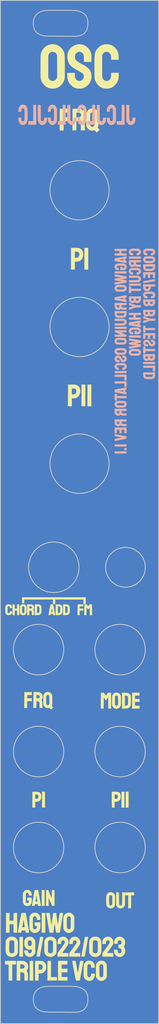
<source format=kicad_pcb>
(kicad_pcb (version 20221018) (generator pcbnew)
  (layers (0 "F.Cu" signal) (31 "B.Cu" signal) (34 "B.Paste" user) (35 "F.Paste" user) (36 "B.SilkS" user "B.Silkscreen") (37 "F.SilkS" user "F.Silkscreen") (38 "B.Mask" user) (39 "F.Mask" user) (44 "Edge.Cuts" user))
  (net 0 "")
  (footprint "LOGO" (layer "F.Cu") (at 12.885 67.855)
    (fp_text reference "G***" hide)
    (fp_text value "LOGO" hide)
  )
  (footprint "LOGO" (layer "F.Cu") (at 12.885 67.855)
    (fp_text reference "G***" hide)
    (fp_text value "LOGO" hide)
    (fp_poly (pts (xy -5.847121 57.589208) (xy -5.841659 58.822167) (xy -6.286841 58.822167) (xy -6.281379 57.589208) (xy -6.275916 56.35625) (xy -5.852583 56.35625) (xy -5.847121 57.589208)) (stroke (width 0.01)) (fill solid) (layer "F.Cu"))
    (fp_poly (pts (xy 6.879167 48.111833) (xy 6.498167 48.111833) (xy 6.498167 49.741667) (xy 6.138334 49.741667) (xy 6.138334 48.111833) (xy 5.755621 48.111833) (xy 5.767917 47.762583) (xy 6.879167 47.751297) (xy 6.879167 48.111833)) (stroke (width 0.01)) (fill solid) (layer "F.Cu"))
    (fp_poly (pts (xy 10.002836 63.355134) (xy 10.005086 63.405698) (xy 10.007082 63.48729) (xy 10.008702 63.594257) (xy 10.009823 63.720946) (xy 10.010162 63.791042) (xy 10.011834 64.262) (xy 9.761093 64.262) (xy 9.876755 63.812208) (xy 9.910923 63.679774) (xy 9.941826 63.560835) (xy 9.967826 63.461626) (xy 9.987285 63.388384) (xy 9.998566 63.347342) (xy 10.000454 63.34125) (xy 10.002836 63.355134)) (stroke (width 0.01)) (fill solid) (layer "F.Cu"))
    (fp_poly (pts (xy 10.009507 59.508148) (xy 10.011834 61.390046) (xy 9.842128 62.090481) (xy 9.79184 62.296647) (xy 9.734137 62.530894) (xy 9.67223 62.780324) (xy 9.609333 63.03204) (xy 9.548661 63.273146) (xy 9.493425 63.490745) (xy 9.485653 63.521167) (xy 9.298883 64.251417) (xy 8.600803 64.262991) (xy 8.723943 63.780954) (xy 9.010329 62.623071) (xy 9.271312 61.490147) (xy 9.508508 60.374549) (xy 9.723532 59.268648) (xy 9.918001 58.164812) (xy 9.935401 58.060167) (xy 10.007181 57.62625) (xy 10.009507 59.508148)) (stroke (width 0.01)) (fill solid) (layer "F.Cu"))
    (fp_poly (pts (xy -4.679583 53.340489) (xy -4.620911 53.34321) (xy -4.588756 53.350043) (xy -4.57521 53.362868) (xy -4.572366 53.383565) (xy -4.572375 53.387625) (xy -4.576191 53.41679) (xy -4.587038 53.483686) (xy -4.604225 53.584421) (xy -4.627065 53.715102) (xy -4.654867 53.871838) (xy -4.686942 54.050735) (xy -4.722602 54.247902) (xy -4.761156 54.459445) (xy -4.790709 54.620583) (xy -5.008667 55.805917) (xy -5.213667 55.811975) (xy -5.300956 55.813485) (xy -5.369751 55.812641) (xy -5.41096 55.809668) (xy -5.418666 55.806869) (xy -5.415035 55.784373) (xy -5.40468 55.724723) (xy -5.388412 55.632424) (xy -5.367038 55.511979) (xy -5.341369 55.367892) (xy -5.312214 55.204668) (xy -5.280382 55.026811) (xy -5.246683 54.838824) (xy -5.211925 54.645212) (xy -5.176919 54.450479) (xy -5.142473 54.259128) (xy -5.109396 54.075665) (xy -5.078499 53.904592) (xy -5.05059 53.750415) (xy -5.026478 53.617636) (xy -5.006974 53.510761) (xy -4.992885 53.434293) (xy -4.985022 53.392736) (xy -4.98397 53.387625) (xy -4.976563 53.365485) (xy -4.960741 53.351537) (xy -4.928147 53.343896) (xy -4.870423 53.340678) (xy -4.779215 53.340001) (xy -4.77268 53.34) (xy -4.679583 53.340489)) (stroke (width 0.01)) (fill solid) (layer "F.Cu"))
    (fp_poly (pts (xy -0.314573 -33.156131) (xy -0.157113 -33.138387) (xy -0.026757 -33.109752) (xy 0.081353 -33.069054) (xy 0.17208 -33.015118) (xy 0.250283 -32.946774) (xy 0.273708 -32.921383) (xy 0.364194 -32.791353) (xy 0.42453 -32.639179) (xy 0.456494 -32.459947) (xy 0.460554 -32.405137) (xy 0.455344 -32.192692) (xy 0.416254 -32.000864) (xy 0.344463 -31.83198) (xy 0.241154 -31.688361) (xy 0.107507 -31.572332) (xy 0.007688 -31.514162) (xy -0.059798 -31.482919) (xy -0.118896 -31.462221) (xy -0.182657 -31.449327) (xy -0.264134 -31.441496) (xy -0.361614 -31.436582) (xy -0.592666 -31.427062) (xy -0.592666 -30.437667) (xy -1.079811 -30.437667) (xy -1.074364 -31.797625) (xy -1.073877 -31.919333) (xy -0.592666 -31.919333) (xy -0.426463 -31.919333) (xy -0.333704 -31.921627) (xy -0.269555 -31.930323) (xy -0.220455 -31.948143) (xy -0.188338 -31.967129) (xy -0.112788 -32.040416) (xy -0.057735 -32.139586) (xy -0.025609 -32.253045) (xy -0.018842 -32.369195) (xy -0.039866 -32.476441) (xy -0.069213 -32.535328) (xy -0.130759 -32.605369) (xy -0.20925 -32.650902) (xy -0.312526 -32.675109) (xy -0.428625 -32.681301) (xy -0.592666 -32.681333) (xy -0.592666 -31.919333) (xy -1.073877 -31.919333) (xy -1.068916 -33.157583) (xy -0.73025 -33.163636) (xy -0.503998 -33.164156) (xy -0.314573 -33.156131)) (stroke (width 0.01)) (fill solid) (layer "F.Cu"))
    (fp_poly (pts (xy 3.745928 53.336285) (xy 3.890046 53.391333) (xy 4.015359 53.476605) (xy 4.118533 53.586937) (xy 4.196235 53.717163) (xy 4.245133 53.862119) (xy 4.261895 54.016637) (xy 4.243187 54.175555) (xy 4.209151 54.281917) (xy 4.179136 54.340703) (xy 4.125948 54.428463) (xy 4.05248 54.540817) (xy 3.961627 54.673382) (xy 3.856283 54.821778) (xy 3.814356 54.879622) (xy 3.72465 55.003098) (xy 3.6437 55.115246) (xy 3.574706 55.211579) (xy 3.520863 55.287607) (xy 3.485369 55.338841) (xy 3.471423 55.360793) (xy 3.471334 55.361164) (xy 3.491402 55.364581) (xy 3.547214 55.367555) (xy 3.632183 55.369905) (xy 3.739719 55.371447) (xy 3.862917 55.372) (xy 4.2545 55.372) (xy 4.2545 55.8165) (xy 2.878667 55.8165) (xy 2.878667 55.394278) (xy 3.337556 54.766218) (xy 3.457054 54.602451) (xy 3.553894 54.468925) (xy 3.630514 54.361786) (xy 3.689355 54.277182) (xy 3.732857 54.211263) (xy 3.763458 54.160176) (xy 3.783599 54.120069) (xy 3.795719 54.087091) (xy 3.802258 54.057391) (xy 3.80565 54.027166) (xy 3.808616 53.958338) (xy 3.798904 53.911992) (xy 3.770126 53.868746) (xy 3.743636 53.839021) (xy 3.661677 53.772022) (xy 3.578284 53.747278) (xy 3.493076 53.764724) (xy 3.450475 53.788704) (xy 3.387579 53.841085) (xy 3.3486 53.902044) (xy 3.32881 53.982658) (xy 3.323479 54.086125) (xy 3.323167 54.229) (xy 2.873743 54.229) (xy 2.882794 54.022625) (xy 2.889458 53.915574) (xy 2.900242 53.837439) (xy 2.917916 53.774825) (xy 2.945245 53.714338) (xy 2.947288 53.710417) (xy 3.047104 53.559397) (xy 3.169117 53.444198) (xy 3.312355 53.365419) (xy 3.475843 53.323662) (xy 3.586336 53.316627) (xy 3.745928 53.336285)) (stroke (width 0.01)) (fill solid) (layer "F.Cu"))
    (fp_poly (pts (xy 10.010163 25.574625) (xy 10.010257 26.254328) (xy 10.010329 26.923378) (xy 10.010379 27.58053) (xy 10.01041 28.22454) (xy 10.01042 28.854165) (xy 10.01041 29.46816) (xy 10.010381 30.065281) (xy 10.010333 30.644284) (xy 10.010266 31.203925) (xy 10.010181 31.742959) (xy 10.010079 32.260143) (xy 10.009959 32.754232) (xy 10.009823 33.223982) (xy 10.009669 33.668149) (xy 10.0095 34.085489) (xy 10.009315 34.474759) (xy 10.009115 34.834712) (xy 10.0089 35.164107) (xy 10.00867 35.461698) (xy 10.008427 35.726241) (xy 10.00817 35.956492) (xy 10.007899 36.151207) (xy 10.007616 36.309142) (xy 10.00732 36.429053) (xy 10.007013 36.509696) (xy 10.006694 36.549826) (xy 10.006542 36.55434) (xy 9.998452 36.535247) (xy 9.98023 36.483517) (xy 9.954514 36.406875) (xy 9.923944 36.313045) (xy 9.921561 36.305631) (xy 9.817583 35.98094) (xy 9.725523 35.691472) (xy 9.643916 35.432287) (xy 9.571301 35.198445) (xy 9.506213 34.985005) (xy 9.44719 34.787028) (xy 9.392768 34.599573) (xy 9.341484 34.4177) (xy 9.291875 34.23647) (xy 9.242478 34.050941) (xy 9.191829 33.856175) (xy 9.164676 33.75025) (xy 9.119569 33.568561) (xy 9.068228 33.353193) (xy 9.01238 33.112045) (xy 8.953754 32.853015) (xy 8.89408 32.584003) (xy 8.835085 32.312907) (xy 8.778499 32.047625) (xy 8.72605 31.796057) (xy 8.679468 31.566101) (xy 8.64048 31.365655) (xy 8.62729 31.294917) (xy 8.483589 30.438474) (xy 8.367258 29.581995) (xy 8.278279 28.722298) (xy 8.216635 27.856197) (xy 8.182312 26.980509) (xy 8.175291 26.09205) (xy 8.195557 25.187637) (xy 8.243092 24.264084) (xy 8.317881 23.318208) (xy 8.419907 22.346825) (xy 8.549154 21.346752) (xy 8.574842 21.166667) (xy 8.713369 20.281185) (xy 8.87698 19.366019) (xy 9.064859 18.42497) (xy 9.27619 17.461841) (xy 9.510158 16.480433) (xy 9.765946 15.484547) (xy 9.903679 14.975417) (xy 10.008493 14.594417) (xy 10.010163 25.574625)) (stroke (width 0.01)) (fill solid) (layer "F.Cu"))
    (fp_poly (pts (xy -8.793554 -49.859189) (xy -8.619223 -49.813537) (xy -8.472696 -49.73667) (xy -8.354261 -49.628653) (xy -8.264208 -49.489548) (xy -8.224358 -49.392483) (xy -8.185656 -49.240115) (xy -8.164913 -49.062814) (xy -8.162357 -48.859575) (xy -8.178218 -48.629391) (xy -8.212723 -48.371257) (xy -8.266102 -48.084166) (xy -8.338583 -47.767112) (xy -8.430394 -47.419089) (xy -8.541765 -47.039091) (xy -8.672924 -46.626113) (xy -8.824099 -46.179147) (xy -8.99552 -45.697187) (xy -9.17326 -45.21681) (xy -9.217279 -45.100652) (xy -9.270093 -44.96271) (xy -9.329997 -44.807323) (xy -9.395284 -44.638832) (xy -9.464249 -44.461576) (xy -9.535186 -44.279896) (xy -9.606389 -44.09813) (xy -9.676152 -43.92062) (xy -9.742768 -43.751704) (xy -9.804533 -43.595723) (xy -9.85974 -43.457017) (xy -9.906683 -43.339926) (xy -9.943656 -43.248789) (xy -9.968953 -43.187946) (xy -9.980869 -43.161737) (xy -9.981308 -43.161137) (xy -9.982991 -43.179907) (xy -9.984386 -43.237579) (xy -9.985485 -43.330727) (xy -9.986278 -43.455918) (xy -9.986757 -43.609726) (xy -9.986914 -43.78872) (xy -9.98674 -43.989472) (xy -9.986226 -44.208552) (xy -9.985365 -44.442531) (xy -9.984784 -44.567599) (xy -9.98336 -44.84757) (xy -9.981996 -45.088725) (xy -9.980574 -45.29458) (xy -9.978971 -45.468653) (xy -9.977069 -45.614459) (xy -9.974748 -45.735515) (xy -9.971887 -45.835339) (xy -9.968365 -45.917446) (xy -9.964064 -45.985354) (xy -9.958863 -46.042579) (xy -9.952642 -46.092637) (xy -9.945281 -46.139046) (xy -9.93666 -46.185322) (xy -9.928083 -46.228) (xy -9.906788 -46.34278) (xy -9.892144 -46.450744) (xy -9.883027 -46.564948) (xy -9.87831 -46.69845) (xy -9.876976 -46.820667) (xy -9.876858 -46.952825) (xy -9.878443 -47.0519) (xy -9.882738 -47.127132) (xy -9.890755 -47.187766) (xy -9.903503 -47.243046) (xy -9.921991 -47.302213) (xy -9.933094 -47.334404) (xy -9.990666 -47.498891) (xy -9.990666 -49.65488) (xy -9.763125 -49.728393) (xy -9.480474 -49.808229) (xy -9.224469 -49.856598) (xy -8.995399 -49.873564) (xy -8.793554 -49.859189)) (stroke (width 0.01)) (fill solid) (layer "F.Cu"))
    (fp_poly (pts (xy 10.006664 -39.189231) (xy 10.012077 -37.415155) (xy 9.854459 -36.937369) (xy 9.713321 -36.497768) (xy 9.581406 -36.063271) (xy 9.46005 -35.638964) (xy 9.350587 -35.229937) (xy 9.254354 -34.841277) (xy 9.172685 -34.478072) (xy 9.106917 -34.145409) (xy 9.078833 -33.982417) (xy 9.061974 -33.855609) (xy 9.047482 -33.702249) (xy 9.035617 -33.530764) (xy 9.026637 -33.349578) (xy 9.0208 -33.167118) (xy 9.018366 -32.991808) (xy 9.019592 -32.832075) (xy 9.024738 -32.696344) (xy 9.034063 -32.59304) (xy 9.035808 -32.581053) (xy 9.079954 -32.398626) (xy 9.150564 -32.23932) (xy 9.244721 -32.107566) (xy 9.359511 -32.007794) (xy 9.442663 -31.962683) (xy 9.518456 -31.936137) (xy 9.600729 -31.92186) (xy 9.705791 -31.917241) (xy 9.726644 -31.917227) (xy 9.816172 -31.919143) (xy 9.895292 -31.923638) (xy 9.949764 -31.929833) (xy 9.957634 -31.931486) (xy 10.011834 -31.945089) (xy 10.011834 -29.550805) (xy 9.773709 -29.388179) (xy 9.405648 -29.143926) (xy 9.064486 -28.932273) (xy 8.750157 -28.753186) (xy 8.462595 -28.60663) (xy 8.201735 -28.492571) (xy 7.96751 -28.410974) (xy 7.865305 -28.383515) (xy 7.747847 -28.362034) (xy 7.616927 -28.348835) (xy 7.485814 -28.344324) (xy 7.367774 -28.348906) (xy 7.276075 -28.362988) (xy 7.267755 -28.365253) (xy 7.212563 -28.388353) (xy 7.142789 -28.426804) (xy 7.099129 -28.454902) (xy 7.007482 -28.5401) (xy 6.922986 -28.662477) (xy 6.848505 -28.817095) (xy 6.790237 -28.987241) (xy 6.774723 -29.044266) (xy 6.762921 -29.097552) (xy 6.754348 -29.153987) (xy 6.748525 -29.220462) (xy 6.74497 -29.303867) (xy 6.743202 -29.411093) (xy 6.742741 -29.549028) (xy 6.742932 -29.665083) (xy 6.743993 -29.840781) (xy 6.746598 -29.984509) (xy 6.751435 -30.106623) (xy 6.759192 -30.217479) (xy 6.770557 -30.32743) (xy 6.786219 -30.446833) (xy 6.801995 -30.554083) (xy 6.865444 -30.935395) (xy 6.945259 -31.351322) (xy 7.040455 -31.797865) (xy 7.150045 -32.271027) (xy 7.273045 -32.766808) (xy 7.40847 -33.28121) (xy 7.555335 -33.810234) (xy 7.712654 -34.349881) (xy 7.842575 -34.777513) (xy 7.991301 -35.250167) (xy 8.156178 -35.75843) (xy 8.337339 -36.302688) (xy 8.534917 -36.883327) (xy 8.749048 -37.500732) (xy 8.979863 -38.155288) (xy 9.227498 -38.847381) (xy 9.492085 -39.577397) (xy 9.760423 -40.309529) (xy 10.00125 -40.963308) (xy 10.006664 -39.189231)) (stroke (width 0.01)) (fill solid) (layer "F.Cu"))
    (fp_poly (pts (xy 9.993503 -5.195149) (xy 9.999891 -5.169897) (xy 10.004713 -5.120635) (xy 10.008145 -5.043617) (xy 10.010359 -4.9351) (xy 10.011529 -4.791338) (xy 10.011834 -4.630399) (xy 10.011834 -4.049269) (xy 9.519709 -3.804565) (xy 8.644105 -3.389793) (xy 7.766643 -3.015655) (xy 6.883043 -2.68052) (xy 5.989028 -2.382758) (xy 5.148445 -2.139018) (xy 4.998285 -2.099787) (xy 4.812983 -2.0535) (xy 4.598864 -2.00162) (xy 4.362251 -1.945611) (xy 4.109468 -1.886938) (xy 3.846842 -1.827065) (xy 3.580695 -1.767455) (xy 3.317353 -1.709574) (xy 3.06314 -1.654886) (xy 2.995084 -1.640477) (xy 2.688236 -1.575551) (xy 2.417003 -1.517677) (xy 2.175503 -1.465535) (xy 1.957853 -1.417806) (xy 1.758171 -1.37317) (xy 1.570575 -1.330309) (xy 1.389181 -1.287903) (xy 1.208107 -1.244633) (xy 1.021472 -1.19918) (xy 0.9622 -1.184597) (xy 0.324433 -1.020413) (xy -0.289448 -0.847702) (xy -0.884504 -0.664397) (xy -1.465795 -0.468429) (xy -2.038382 -0.257729) (xy -2.607326 -0.030229) (xy -3.177689 0.216139) (xy -3.754531 0.483445) (xy -4.342913 0.773756) (xy -4.947896 1.089142) (xy -5.574541 1.43167) (xy -5.930924 1.632756) (xy -6.198932 1.787062) (xy -6.469774 1.946161) (xy -6.746635 2.112062) (xy -7.032695 2.286774) (xy -7.331137 2.472305) (xy -7.645144 2.670666) (xy -7.977898 2.883865) (xy -8.332582 3.11391) (xy -8.712378 3.362811) (xy -9.120468 3.632578) (xy -9.519708 3.898296) (xy -9.990666 4.212626) (xy -9.990334 3.752021) (xy -9.990001 3.291417) (xy -8.588042 2.356894) (xy -8.089056 2.025102) (xy -7.622176 1.716453) (xy -7.18504 1.42951) (xy -6.775285 1.16284) (xy -6.390549 0.915006) (xy -6.028469 0.684574) (xy -5.686684 0.470109) (xy -5.362831 0.270175) (xy -5.054547 0.083337) (xy -4.759471 -0.091839) (xy -4.47524 -0.256789) (xy -4.199491 -0.412949) (xy -3.929863 -0.561752) (xy -3.663993 -0.704635) (xy -3.399518 -0.843032) (xy -3.134076 -0.978379) (xy -2.931583 -1.079421) (xy -2.568474 -1.256986) (xy -2.219261 -1.423267) (xy -1.880852 -1.57925) (xy -1.550155 -1.725922) (xy -1.224081 -1.864266) (xy -0.899537 -1.99527) (xy -0.573433 -2.119919) (xy -0.242676 -2.239199) (xy 0.095823 -2.354096) (xy 0.445157 -2.465596) (xy 0.808417 -2.574684) (xy 1.188693 -2.682346) (xy 1.589078 -2.789568) (xy 2.012661 -2.897336) (xy 2.462536 -3.006635) (xy 2.941792 -3.118452) (xy 3.45352 -3.233772) (xy 4.000814 -3.353581) (xy 4.586762 -3.478865) (xy 4.60375 -3.482461) (xy 5.377536 -3.654612) (xy 6.113053 -3.83575) (xy 6.81361 -4.0269) (xy 7.482516 -4.229088) (xy 8.123081 -4.44334) (xy 8.738613 -4.670684) (xy 9.332422 -4.912145) (xy 9.625588 -5.039996) (xy 9.736628 -5.089523) (xy 9.835141 -5.133418) (xy 9.914217 -5.168609) (xy 9.966951 -5.192019) (xy 9.985375 -5.200134) (xy 9.993503 -5.195149)) (stroke (width 0.01)) (fill solid) (layer "F.Cu"))
    (fp_poly (pts (xy 10.011834 0.694996) (xy 9.360959 1.148277) (xy 8.855478 1.498737) (xy 8.380392 1.824749) (xy 7.932855 2.128077) (xy 7.510017 2.410482) (xy 7.10903 2.673728) (xy 6.727047 2.919577) (xy 6.361219 3.149792) (xy 6.008699 3.366134) (xy 5.666637 3.570368) (xy 5.332187 3.764255) (xy 5.0025 3.949558) (xy 4.674728 4.128039) (xy 4.346023 4.301462) (xy 4.013537 4.471589) (xy 3.894667 4.531219) (xy 3.328018 4.805732) (xy 2.781534 5.052783) (xy 2.246327 5.275703) (xy 1.713508 5.477818) (xy 1.174187 5.662457) (xy 0.619476 5.832949) (xy 0.040486 5.992621) (xy -0.116416 6.033103) (xy -0.311172 6.082063) (xy -0.498169 6.127649) (xy -0.681732 6.170714) (xy -0.866187 6.212109) (xy -1.055858 6.252687) (xy -1.255071 6.2933) (xy -1.468152 6.334801) (xy -1.699425 6.378042) (xy -1.953217 6.423876) (xy -2.233851 6.473155) (xy -2.545655 6.526731) (xy -2.892952 6.585456) (xy -3.069166 6.614994) (xy -3.598589 6.705516) (xy -4.089836 6.793795) (xy -4.546947 6.880768) (xy -4.973962 6.967373) (xy -5.374918 7.054546) (xy -5.753855 7.143226) (xy -6.114812 7.234349) (xy -6.461827 7.328853) (xy -6.79894 7.427676) (xy -7.130189 7.531755) (xy -7.387166 7.617214) (xy -7.642778 7.70589) (xy -7.890021 7.795352) (xy -8.134727 7.888002) (xy -8.382723 7.986241) (xy -8.63984 8.092472) (xy -8.911906 8.209096) (xy -9.20475 8.338516) (xy -9.524203 8.483133) (xy -9.826625 8.622402) (xy -9.990666 8.698431) (xy -9.990666 7.53844) (xy -9.879542 7.475328) (xy -9.778205 7.419306) (xy -9.646119 7.348609) (xy -9.490635 7.267005) (xy -9.319108 7.178262) (xy -9.138891 7.086149) (xy -8.957338 6.994434) (xy -8.781802 6.906885) (xy -8.619637 6.827271) (xy -8.537753 6.787724) (xy -7.996311 6.535062) (xy -7.4637 6.301024) (xy -6.935077 6.084098) (xy -6.4056 5.882774) (xy -5.870427 5.69554) (xy -5.324717 5.520885) (xy -4.763626 5.357299) (xy -4.182313 5.20327) (xy -3.575935 5.057286) (xy -2.939651 4.917838) (xy -2.268619 4.783414) (xy -1.883833 4.71123) (xy -1.462042 4.633) (xy -1.076379 4.559586) (xy -0.721076 4.489747) (xy -0.390364 4.422241) (xy -0.078473 4.355827) (xy 0.220365 4.289263) (xy 0.51192 4.221308) (xy 0.80196 4.150721) (xy 1.096254 4.07626) (xy 1.23825 4.039424) (xy 1.857264 3.866383) (xy 2.470762 3.671762) (xy 3.083043 3.453773) (xy 3.698405 3.210627) (xy 4.321146 2.940537) (xy 4.955565 2.641715) (xy 5.60596 2.312371) (xy 6.27663 1.950719) (xy 6.329007 1.921608) (xy 6.658935 1.735842) (xy 6.978627 1.551506) (xy 7.293788 1.365058) (xy 7.610123 1.172962) (xy 7.933335 0.971678) (xy 8.269129 0.757666) (xy 8.623211 0.52739) (xy 9.001284 0.277309) (xy 9.276292 0.093259) (xy 10.011834 -0.401032) (xy 10.011834 0.694996)) (stroke (width 0.01)) (fill solid) (layer "F.Cu"))
    (fp_poly (pts (xy 10.011605 -1.89156) (xy 10.011377 -1.217083) (xy 9.593564 -0.942351) (xy 8.964752 -0.539367) (xy 8.326673 -0.150858) (xy 7.68347 0.221072) (xy 7.039286 0.574317) (xy 6.398265 0.906771) (xy 5.764548 1.216329) (xy 5.14228 1.500886) (xy 4.535604 1.758336) (xy 3.948663 1.986574) (xy 3.55214 2.127704) (xy 3.337948 2.200329) (xy 3.136558 2.26736) (xy 2.944553 2.329651) (xy 2.758518 2.388058) (xy 2.575037 2.443435) (xy 2.390696 2.496637) (xy 2.202078 2.548518) (xy 2.005768 2.599933) (xy 1.79835 2.651737) (xy 1.57641 2.704785) (xy 1.33653 2.75993) (xy 1.075297 2.818028) (xy 0.789294 2.879933) (xy 0.475106 2.9465) (xy 0.129318 3.018584) (xy -0.251487 3.097038) (xy -0.635 3.175438) (xy -1.063714 3.263333) (xy -1.454526 3.344605) (xy -1.811188 3.420189) (xy -2.137452 3.491018) (xy -2.437068 3.558024) (xy -2.71379 3.622142) (xy -2.971368 3.684304) (xy -3.213554 3.745445) (xy -3.4441 3.806498) (xy -3.666757 3.868395) (xy -3.885278 3.932071) (xy -4.103414 3.998459) (xy -4.324917 4.068492) (xy -4.553538 4.143104) (xy -4.640421 4.17197) (xy -5.358045 4.426748) (xy -6.094472 4.718378) (xy -6.848598 5.046353) (xy -7.619321 5.410164) (xy -8.405538 5.809301) (xy -9.206146 6.243256) (xy -9.535583 6.42957) (xy -9.657032 6.499095) (xy -9.766252 6.561666) (xy -9.857859 6.614194) (xy -9.926468 6.653592) (xy -9.966696 6.67677) (xy -9.974791 6.681497) (xy -9.978803 6.663716) (xy -9.982435 6.60873) (xy -9.985555 6.521662) (xy -9.98803 6.407641) (xy -9.989729 6.271791) (xy -9.99052 6.119239) (xy -9.99056 6.070791) (xy -9.990453 5.450417) (xy -9.731268 5.282191) (xy -9.231896 4.9637) (xy -8.720733 4.648486) (xy -8.203392 4.339696) (xy -7.685485 4.040477) (xy -7.172626 3.753975) (xy -6.670426 3.483337) (xy -6.184499 3.231711) (xy -5.720457 3.002242) (xy -5.372923 2.838649) (xy -4.910968 2.630573) (xy -4.474032 2.442472) (xy -4.052121 2.270524) (xy -3.635241 2.110907) (xy -3.213399 1.9598) (xy -2.776601 1.813381) (xy -2.314854 1.667828) (xy -2.296583 1.662233) (xy -2.115909 1.607337) (xy -1.946154 1.556694) (xy -1.783477 1.50937) (xy -1.624034 1.464426) (xy -1.463983 1.420927) (xy -1.299483 1.377936) (xy -1.126691 1.334516) (xy -0.941764 1.289731) (xy -0.74086 1.242644) (xy -0.520137 1.19232) (xy -0.275753 1.13782) (xy -0.003865 1.078208) (xy 0.299368 1.012549) (xy 0.63779 0.939905) (xy 0.872474 0.889774) (xy 1.281065 0.802229) (xy 1.651979 0.721868) (xy 1.989088 0.647745) (xy 2.296261 0.57892) (xy 2.577369 0.514447) (xy 2.836282 0.453384) (xy 3.076869 0.394788) (xy 3.303001 0.337716) (xy 3.518549 0.281224) (xy 3.727383 0.224369) (xy 3.933371 0.166208) (xy 4.140386 0.105798) (xy 4.352297 0.042196) (xy 4.360334 0.039753) (xy 4.888941 -0.127945) (xy 5.400551 -0.305004) (xy 5.905178 -0.495336) (xy 6.412833 -0.702849) (xy 6.933531 -0.931454) (xy 7.389455 -1.143182) (xy 7.630876 -1.259946) (xy 7.888885 -1.388538) (xy 8.157774 -1.525874) (xy 8.431836 -1.668866) (xy 8.705362 -1.814429) (xy 8.972646 -1.959478) (xy 9.227979 -2.100924) (xy 9.465654 -2.235684) (xy 9.679964 -2.36067) (xy 9.8652 -2.472797) (xy 9.964209 -2.53532) (xy 10.011834 -2.566036) (xy 10.011605 -1.89156)) (stroke (width 0.01)) (fill solid) (layer "F.Cu"))
    (fp_poly (pts (xy -5.397124 -53.669453) (xy -5.24741 -53.615804) (xy -5.120081 -53.53341) (xy -5.012059 -53.421153) (xy -4.920268 -53.27791) (xy -4.916317 -53.270427) (xy -4.893972 -53.225274) (xy -4.878002 -53.183249) (xy -4.867105 -53.13572) (xy -4.859979 -53.07405) (xy -4.855324 -52.989606) (xy -4.851838 -52.873752) (xy -4.850946 -52.836714) (xy -4.849793 -52.706053) (xy -4.851935 -52.57353) (xy -4.856945 -52.452685) (xy -4.864396 -52.357058) (xy -4.866689 -52.337926) (xy -4.892212 -52.186905) (xy -4.932657 -52.001851) (xy -4.98667 -51.787809) (xy -5.052891 -51.549824) (xy -5.129966 -51.292941) (xy -5.216537 -51.022205) (xy -5.237568 -50.95875) (xy -5.288906 -50.805953) (xy -5.339363 -50.658342) (xy -5.390031 -50.513173) (xy -5.442003 -50.367703) (xy -5.49637 -50.219189) (xy -5.554227 -50.064888) (xy -5.616664 -49.902057) (xy -5.684775 -49.727952) (xy -5.759652 -49.53983) (xy -5.842387 -49.334949) (xy -5.934074 -49.110565) (xy -6.035804 -48.863934) (xy -6.14867 -48.592315) (xy -6.273764 -48.292963) (xy -6.41218 -47.963135) (xy -6.565008 -47.600089) (xy -6.733343 -47.201081) (xy -6.746502 -47.169917) (xy -7.011229 -46.541879) (xy -7.259694 -45.949965) (xy -7.492888 -45.391643) (xy -7.711806 -44.864382) (xy -7.91744 -44.365647) (xy -8.110783 -43.892908) (xy -8.292827 -43.443631) (xy -8.464565 -43.015283) (xy -8.62699 -42.605334) (xy -8.781095 -42.211249) (xy -8.927872 -41.830497) (xy -9.068314 -41.460545) (xy -9.203415 -41.098861) (xy -9.334166 -40.742911) (xy -9.46156 -40.390165) (xy -9.586591 -40.038089) (xy -9.710251 -39.684151) (xy -9.833533 -39.325819) (xy -9.912076 -39.094833) (xy -9.987324 -38.872583) (xy -9.988995 -39.878811) (xy -9.990666 -40.885038) (xy -9.728857 -41.550978) (xy -9.586225 -41.912692) (xy -9.437551 -42.287548) (xy -9.281416 -42.679077) (xy -9.116402 -43.090809) (xy -8.941087 -43.526275) (xy -8.754054 -43.989006) (xy -8.553883 -44.482533) (xy -8.339154 -45.010386) (xy -8.265623 -45.190833) (xy -8.0643 -45.685424) (xy -7.878683 -46.143114) (xy -7.708009 -46.566001) (xy -7.551519 -46.956184) (xy -7.40845 -47.315762) (xy -7.278042 -47.646834) (xy -7.159534 -47.951498) (xy -7.052165 -48.231853) (xy -6.955174 -48.489998) (xy -6.8678 -48.728031) (xy -6.789282 -48.948051) (xy -6.718859 -49.152156) (xy -6.65577 -49.342446) (xy -6.599254 -49.521019) (xy -6.54855 -49.689973) (xy -6.502897 -49.851408) (xy -6.461534 -50.007422) (xy -6.4237 -50.160114) (xy -6.388634 -50.311582) (xy -6.358355 -50.45075) (xy -6.33105 -50.605015) (xy -6.309953 -50.775112) (xy -6.295595 -50.950687) (xy -6.28851 -51.121389) (xy -6.289227 -51.276865) (xy -6.298279 -51.40676) (xy -6.306488 -51.460925) (xy -6.340059 -51.591781) (xy -6.386197 -51.71182) (xy -6.44022 -51.81106) (xy -6.497447 -51.879523) (xy -6.506139 -51.886613) (xy -6.655786 -51.982187) (xy -6.80857 -52.040398) (xy -6.975575 -52.065466) (xy -6.976114 -52.065496) (xy -7.170826 -52.065594) (xy -7.381587 -52.044759) (xy -7.61047 -52.002311) (xy -7.859552 -51.937567) (xy -8.130904 -51.849847) (xy -8.426603 -51.738469) (xy -8.748722 -51.602753) (xy -9.099336 -51.442016) (xy -9.480518 -51.255579) (xy -9.551458 -51.219785) (xy -9.990666 -50.997223) (xy -9.990666 -51.890902) (xy -9.487958 -52.169082) (xy -8.981196 -52.444556) (xy -8.50612 -52.692603) (xy -8.062779 -52.913202) (xy -7.651222 -53.106331) (xy -7.2715 -53.271969) (xy -6.923662 -53.410094) (xy -6.607758 -53.520685) (xy -6.323837 -53.603721) (xy -6.071949 -53.65918) (xy -6.011333 -53.669137) (xy -5.776009 -53.694999) (xy -5.572298 -53.695478) (xy -5.397124 -53.669453)) (stroke (width 0.01)) (fill solid) (layer "F.Cu"))
    (fp_poly (pts (xy 10.006787 -7.081075) (xy 10.00125 -6.240787) (xy 9.81075 -6.166991) (xy 9.534252 -6.061416) (xy 9.266437 -5.962552) (xy 9.003538 -5.869352) (xy 8.74179 -5.780771) (xy 8.477427 -5.695762) (xy 8.206683 -5.613278) (xy 7.925793 -5.532275) (xy 7.630991 -5.451704) (xy 7.318511 -5.370521) (xy 6.984588 -5.287679) (xy 6.625455 -5.202132) (xy 6.237347 -5.112833) (xy 5.816498 -5.018736) (xy 5.359142 -4.918796) (xy 5.17525 -4.879124) (xy 4.762196 -4.790066) (xy 4.387309 -4.708674) (xy 4.047289 -4.634101) (xy 3.738835 -4.5655) (xy 3.458647 -4.502021) (xy 3.203424 -4.442819) (xy 2.969865 -4.387044) (xy 2.754669 -4.333849) (xy 2.554537 -4.282387) (xy 2.366167 -4.231809) (xy 2.186259 -4.181269) (xy 2.011512 -4.129917) (xy 1.838625 -4.076907) (xy 1.664298 -4.021391) (xy 1.48523 -3.96252) (xy 1.29812 -3.899448) (xy 1.11125 -3.835328) (xy 0.779487 -3.71919) (xy 0.474305 -3.608752) (xy 0.18858 -3.500987) (xy -0.084811 -3.392868) (xy -0.352993 -3.281367) (xy -0.62309 -3.163458) (xy -0.902225 -3.036113) (xy -1.197522 -2.896306) (xy -1.516106 -2.741009) (xy -1.820333 -2.589655) (xy -2.060894 -2.46813) (xy -2.296421 -2.347083) (xy -2.528781 -2.225352) (xy -2.759839 -2.101775) (xy -2.991461 -1.975191) (xy -3.225514 -1.844437) (xy -3.463864 -1.708351) (xy -3.708377 -1.565771) (xy -3.960919 -1.415535) (xy -4.223356 -1.256481) (xy -4.497555 -1.087447) (xy -4.785382 -0.907271) (xy -5.088702 -0.71479) (xy -5.409383 -0.508843) (xy -5.749289 -0.288268) (xy -6.110288 -0.051902) (xy -6.494245 0.201416) (xy -6.903027 0.472849) (xy -7.338499 0.763558) (xy -7.802529 1.074706) (xy -8.296981 1.407455) (xy -8.823723 1.762967) (xy -8.981661 1.86973) (xy -9.164738 1.993421) (xy -9.337169 2.109721) (xy -9.495798 2.216512) (xy -9.637468 2.311681) (xy -9.759023 2.39311) (xy -9.857305 2.458685) (xy -9.929158 2.50629) (xy -9.971426 2.533809) (xy -9.981786 2.54) (xy -9.984089 2.519727) (xy -9.986171 2.462487) (xy -9.987949 2.373644) (xy -9.989344 2.258562) (xy -9.990275 2.122608) (xy -9.990661 1.971145) (xy -9.990666 1.949468) (xy -9.990666 1.358935) (xy -9.593791 1.09778) (xy -9.28639 0.894595) (xy -8.956981 0.675092) (xy -8.603328 0.437763) (xy -8.223195 0.181101) (xy -7.814346 -0.096403) (xy -7.374545 -0.396256) (xy -7.122583 -0.568556) (xy -6.543338 -0.9641) (xy -5.99665 -1.335429) (xy -5.481041 -1.683498) (xy -4.995031 -2.009261) (xy -4.537139 -2.313675) (xy -4.105888 -2.597694) (xy -3.699796 -2.862273) (xy -3.317384 -3.108367) (xy -2.957173 -3.336931) (xy -2.617683 -3.54892) (xy -2.297433 -3.74529) (xy -1.994946 -3.926995) (xy -1.70874 -4.094991) (xy -1.437337 -4.250232) (xy -1.296698 -4.328937) (xy -0.634676 -4.685366) (xy 0.026658 -5.019588) (xy 0.682491 -5.329429) (xy 1.328013 -5.612714) (xy 1.958412 -5.867268) (xy 2.568878 -6.090915) (xy 2.700085 -6.135773) (xy 2.937152 -6.214456) (xy 3.17069 -6.289177) (xy 3.404192 -6.360801) (xy 3.641154 -6.430193) (xy 3.885071 -6.498218) (xy 4.139439 -6.565743) (xy 4.407753 -6.633632) (xy 4.693507 -6.702751) (xy 5.000198 -6.773965) (xy 5.331321 -6.848139) (xy 5.690371 -6.92614) (xy 6.080842 -7.008832) (xy 6.506231 -7.097081) (xy 6.942667 -7.186202) (xy 7.290749 -7.257223) (xy 7.601922 -7.321641) (xy 7.880903 -7.380555) (xy 8.132408 -7.435064) (xy 8.361156 -7.48627) (xy 8.571862 -7.535273) (xy 8.769245 -7.583171) (xy 8.958021 -7.631065) (xy 9.142907 -7.680056) (xy 9.328621 -7.731243) (xy 9.519879 -7.785726) (xy 9.546167 -7.793332) (xy 9.667976 -7.828443) (xy 9.778378 -7.859914) (xy 9.869859 -7.885629) (xy 9.934902 -7.903474) (xy 9.964454 -7.911021) (xy 10.012324 -7.921362) (xy 10.006787 -7.081075)) (stroke (width 0.01)) (fill solid) (layer "F.Cu"))
    (fp_poly (pts (xy 9.987687 -12.263829) (xy 9.992757 -12.250554) (xy 9.997023 -12.226354) (xy 10.000537 -12.188489) (xy 10.003354 -12.134221) (xy 10.005526 -12.060812) (xy 10.007107 -11.965524) (xy 10.00815 -11.845618) (xy 10.008707 -11.698355) (xy 10.008833 -11.520997) (xy 10.008579 -11.310806) (xy 10.008001 -11.065042) (xy 10.00715 -10.780968) (xy 10.006672 -10.633808) (xy 10.00125 -8.988014) (xy 9.895417 -8.96067) (xy 9.720998 -8.917287) (xy 9.507148 -8.867014) (xy 9.256118 -8.810336) (xy 8.970163 -8.747741) (xy 8.651535 -8.679715) (xy 8.302489 -8.606743) (xy 7.925278 -8.529311) (xy 7.522155 -8.447907) (xy 7.471834 -8.437832) (xy 6.984871 -8.339467) (xy 6.536174 -8.246657) (xy 6.122185 -8.158413) (xy 5.739346 -8.073744) (xy 5.384099 -7.991659) (xy 5.052887 -7.911169) (xy 4.742149 -7.831282) (xy 4.44833 -7.75101) (xy 4.16787 -7.669361) (xy 3.897212 -7.585345) (xy 3.632798 -7.497973) (xy 3.371069 -7.406253) (xy 3.108467 -7.309196) (xy 2.841435 -7.205811) (xy 2.566413 -7.095108) (xy 2.399135 -7.026031) (xy 2.108809 -6.903448) (xy 1.824255 -6.779653) (xy 1.543646 -6.653554) (xy 1.265157 -6.52406) (xy 0.98696 -6.390078) (xy 0.707229 -6.250519) (xy 0.424137 -6.10429) (xy 0.135858 -5.950299) (xy -0.159434 -5.787456) (xy -0.463567 -5.614668) (xy -0.778366 -5.430845) (xy -1.105658 -5.234894) (xy -1.447271 -5.025725) (xy -1.805029 -4.802246) (xy -2.18076 -4.563364) (xy -2.576291 -4.30799) (xy -2.993447 -4.03503) (xy -3.434056 -3.743395) (xy -3.899944 -3.431991) (xy -4.392937 -3.099729) (xy -4.914862 -2.745515) (xy -5.467546 -2.36826) (xy -5.958416 -2.031723) (xy -6.344816 -1.766881) (xy -6.720439 -1.51048) (xy -7.083697 -1.263571) (xy -7.432998 -1.0272) (xy -7.766752 -0.802417) (xy -8.083368 -0.590271) (xy -8.381257 -0.39181) (xy -8.658827 -0.208084) (xy -8.914488 -0.04014) (xy -9.146649 0.110972) (xy -9.353721 0.244204) (xy -9.534112 0.358507) (xy -9.686232 0.452832) (xy -9.808491 0.52613) (xy -9.899298 0.577353) (xy -9.957062 0.605452) (xy -9.959125 0.606259) (xy -9.964928 0.604734) (xy -9.969986 0.593651) (xy -9.974347 0.57038) (xy -9.978062 0.53229) (xy -9.981181 0.47675) (xy -9.983754 0.401128) (xy -9.98583 0.302794) (xy -9.98746 0.179117) (xy -9.988692 0.027466) (xy -9.989578 -0.15479) (xy -9.990167 -0.370283) (xy -9.990508 -0.621642) (xy -9.990653 -0.9115) (xy -9.990666 -1.057714) (xy -9.990666 -2.733791) (xy -9.921875 -2.644728) (xy -9.831154 -2.546175) (xy -9.728549 -2.473861) (xy -9.608041 -2.42573) (xy -9.463611 -2.399731) (xy -9.289242 -2.393807) (xy -9.196916 -2.39728) (xy -9.026892 -2.419829) (xy -8.827057 -2.469875) (xy -8.599121 -2.546653) (xy -8.344793 -2.649401) (xy -8.065784 -2.777354) (xy -7.763803 -2.92975) (xy -7.440558 -3.105824) (xy -7.09776 -3.304813) (xy -6.908492 -3.419455) (xy -6.794403 -3.490134) (xy -6.674229 -3.565859) (xy -6.546328 -3.647755) (xy -6.409063 -3.736946) (xy -6.260791 -3.834557) (xy -6.099875 -3.941712) (xy -5.924674 -4.059537) (xy -5.733547 -4.189155) (xy -5.524856 -4.331691) (xy -5.29696 -4.48827) (xy -5.048219 -4.660017) (xy -4.776993 -4.848056) (xy -4.481643 -5.053511) (xy -4.160529 -5.277507) (xy -3.81201 -5.52117) (xy -3.434447 -5.785622) (xy -3.0262 -6.07199) (xy -2.585629 -6.381398) (xy -2.434166 -6.487837) (xy -1.921138 -6.847377) (xy -1.439475 -7.182678) (xy -0.98689 -7.495182) (xy -0.561092 -7.786328) (xy -0.159793 -8.057557) (xy 0.219298 -8.31031) (xy 0.57847 -8.546026) (xy 0.920012 -8.766147) (xy 1.246213 -8.972113) (xy 1.559364 -9.165364) (xy 1.861753 -9.34734) (xy 2.15567 -9.519483) (xy 2.443404 -9.683232) (xy 2.727245 -9.840027) (xy 3.009483 -9.99131) (xy 3.292406 -10.138521) (xy 3.578304 -10.2831) (xy 3.672417 -10.329847) (xy 4.145422 -10.558719) (xy 4.600734 -10.768043) (xy 5.043638 -10.959489) (xy 5.479419 -11.134731) (xy 5.913359 -11.295439) (xy 6.350745 -11.443286) (xy 6.796861 -11.579943) (xy 7.25699 -11.707083) (xy 7.736418 -11.826376) (xy 8.24043 -11.939496) (xy 8.774308 -12.048113) (xy 9.343339 -12.1539) (xy 9.55675 -12.191428) (xy 9.680867 -12.213199) (xy 9.792251 -12.233195) (xy 9.88349 -12.250049) (xy 9.947167 -12.262392) (xy 9.974922 -12.268556) (xy 9.98176 -12.268917) (xy 9.987687 -12.263829)) (stroke (width 0.01)) (fill solid) (layer "F.Cu"))
    (fp_poly (pts (xy 9.983896 -54.727933) (xy 9.986327 -54.710571) (xy 9.988542 -54.67922) (xy 9.990553 -54.632415) (xy 9.992374 -54.568686) (xy 9.994018 -54.486565) (xy 9.995499 -54.384585) (xy 9.996829 -54.261278) (xy 9.998021 -54.115175) (xy 9.999089 -53.944809) (xy 10.000046 -53.748711) (xy 10.000905 -53.525413) (xy 10.001679 -53.273448) (xy 10.002382 -52.991348) (xy 10.003027 -52.677644) (xy 10.003626 -52.330868) (xy 10.004192 -51.949553) (xy 10.004741 -51.53223) (xy 10.005283 -51.077431) (xy 10.005832 -50.583689) (xy 10.006403 -50.049535) (xy 10.006585 -49.876065) (xy 10.01192 -44.792879) (xy 9.893856 -44.404481) (xy 9.860474 -44.293974) (xy 9.817383 -44.150246) (xy 9.766784 -43.9807) (xy 9.710879 -43.792739) (xy 9.651869 -43.593765) (xy 9.591956 -43.39118) (xy 9.533343 -43.192388) (xy 9.532811 -43.190583) (xy 9.477968 -43.004598) (xy 9.425054 -42.82596) (xy 9.373325 -42.652321) (xy 9.322037 -42.481331) (xy 9.270448 -42.310642) (xy 9.217813 -42.137905) (xy 9.16339 -41.96077) (xy 9.106435 -41.776889) (xy 9.046205 -41.583913) (xy 8.981955 -41.379493) (xy 8.912944 -41.161279) (xy 8.838426 -40.926923) (xy 8.757659 -40.674076) (xy 8.6699 -40.400388) (xy 8.574404 -40.103511) (xy 8.470429 -39.781096) (xy 8.35723 -39.430794) (xy 8.234066 -39.050256) (xy 8.100191 -38.637132) (xy 7.954863 -38.189074) (xy 7.797338 -37.703733) (xy 7.75419 -37.570833) (xy 7.464829 -36.674163) (xy 7.19167 -35.816459) (xy 6.934676 -34.997591) (xy 6.693811 -34.217429) (xy 6.46904 -33.475845) (xy 6.260327 -32.772709) (xy 6.067634 -32.107892) (xy 5.890927 -31.481263) (xy 5.730169 -30.892693) (xy 5.585323 -30.342054) (xy 5.456355 -29.829215) (xy 5.343227 -29.354047) (xy 5.245903 -28.91642) (xy 5.164348 -28.516205) (xy 5.098525 -28.153273) (xy 5.059868 -27.90825) (xy 5.026983 -27.646217) (xy 5.001779 -27.367911) (xy 4.985101 -27.087565) (xy 4.97779 -26.819412) (xy 4.980692 -26.577684) (xy 4.980812 -26.574503) (xy 4.987381 -26.434874) (xy 4.996057 -26.326474) (xy 5.008338 -26.238202) (xy 5.02572 -26.158959) (xy 5.046493 -26.087669) (xy 5.122179 -25.90008) (xy 5.218688 -25.749291) (xy 5.336356 -25.635112) (xy 5.475519 -25.557349) (xy 5.636512 -25.51581) (xy 5.819671 -25.510302) (xy 6.00759 -25.536796) (xy 6.128511 -25.565133) (xy 6.244883 -25.599317) (xy 6.365933 -25.642796) (xy 6.500889 -25.699016) (xy 6.658977 -25.771426) (xy 6.742438 -25.811328) (xy 6.961575 -25.921995) (xy 7.190521 -26.04742) (xy 7.431845 -26.189303) (xy 7.688119 -26.349344) (xy 7.961913 -26.529242) (xy 8.255798 -26.730695) (xy 8.572345 -26.955402) (xy 8.914125 -27.205064) (xy 9.283708 -27.481379) (xy 9.383713 -27.557069) (xy 9.517916 -27.658821) (xy 9.642689 -27.753316) (xy 9.753666 -27.837255) (xy 9.84648 -27.90734) (xy 9.916764 -27.960273) (xy 9.960153 -27.992754) (xy 9.971088 -28.00079) (xy 9.983406 -28.008325) (xy 9.992952 -28.008211) (xy 10.000081 -27.995923) (xy 10.005144 -27.966935) (xy 10.008494 -27.916724) (xy 10.010486 -27.840762) (xy 10.01147 -27.734525) (xy 10.011802 -27.593487) (xy 10.011834 -27.47829) (xy 10.011834 -26.92675) (xy 9.509125 -26.537395) (xy 9.043492 -26.178371) (xy 8.608333 -25.846297) (xy 8.202243 -25.540268) (xy 7.82382 -25.259376) (xy 7.471662 -25.002715) (xy 7.144366 -24.769378) (xy 6.840529 -24.558457) (xy 6.558749 -24.369048) (xy 6.297622 -24.200241) (xy 6.055745 -24.051131) (xy 5.831717 -23.920812) (xy 5.624134 -23.808375) (xy 5.431594 -23.712914) (xy 5.252694 -23.633524) (xy 5.086031 -23.569295) (xy 4.930202 -23.519323) (xy 4.783804 -23.4827) (xy 4.783667 -23.482671) (xy 4.663984 -23.464145) (xy 4.535381 -23.455671) (xy 4.411335 -23.457236) (xy 4.305322 -23.468824) (xy 4.248108 -23.48323) (xy 4.102377 -23.557209) (xy 3.97396 -23.667184) (xy 3.867631 -23.808719) (xy 3.835715 -23.866471) (xy 3.790437 -23.983824) (xy 3.755062 -24.138138) (xy 3.729381 -24.330722) (xy 3.713182 -24.562885) (xy 3.709876 -24.648583) (xy 3.706989 -24.858979) (xy 3.712 -25.07476) (xy 3.72545 -25.299685) (xy 3.747877 -25.537511) (xy 3.779823 -25.791996) (xy 3.821826 -26.066898) (xy 3.874427 -26.365973) (xy 3.938165 -26.692981) (xy 4.013581 -27.051677) (xy 4.101213 -27.445821) (xy 4.129517 -27.569583) (xy 4.171969 -27.752618) (xy 4.215105 -27.935256) (xy 4.259411 -28.119204) (xy 4.305371 -28.306171) (xy 4.353472 -28.497866) (xy 4.404197 -28.695996) (xy 4.458033 -28.902272) (xy 4.515464 -29.118399) (xy 4.576977 -29.346088) (xy 4.643055 -29.587047) (xy 4.714186 -29.842983) (xy 4.790853 -30.115606) (xy 4.873542 -30.406623) (xy 4.962739 -30.717744) (xy 5.058929 -31.050676) (xy 5.162597 -31.407128) (xy 5.274228 -31.788808) (xy 5.394307 -32.197425) (xy 5.523321 -32.634687) (xy 5.661753 -33.102302) (xy 5.81009 -33.601979) (xy 5.968817 -34.135427) (xy 6.138419 -34.704353) (xy 6.319381 -35.310466) (xy 6.500834 -35.917504) (xy 6.651057 -36.420085) (xy 6.789883 -36.885128) (xy 6.918174 -37.315614) (xy 7.036796 -37.714522) (xy 7.146613 -38.084835) (xy 7.24849 -38.429531) (xy 7.34329 -38.751592) (xy 7.431879 -39.053998) (xy 7.515121 -39.33973) (xy 7.593881 -39.611768) (xy 7.669022 -39.873092) (xy 7.741411 -40.126683) (xy 7.81191 -40.375522) (xy 7.881384 -40.622589) (xy 7.950699 -40.870864) (xy 8.020718 -41.123328) (xy 8.092306 -41.382961) (xy 8.166328 -41.652744) (xy 8.199067 -41.772417) (xy 8.32304 -42.227427) (xy 8.435972 -42.645348) (xy 8.538699 -43.029724) (xy 8.632056 -43.384099) (xy 8.716879 -43.712016) (xy 8.794005 -44.017019) (xy 8.864268 -44.302652) (xy 8.928506 -44.57246) (xy 8.987553 -44.829985) (xy 9.042246 -45.078772) (xy 9.09342 -45.322365) (xy 9.141912 -45.564307) (xy 9.188557 -45.808143) (xy 9.234191 -46.057416) (xy 9.27965 -46.315669) (xy 9.303632 -46.45548) (xy 9.344727 -46.702964) (xy 9.382909 -46.946314) (xy 9.418431 -47.1885) (xy 9.451546 -47.432493) (xy 9.482507 -47.681261) (xy 9.511566 -47.937777) (xy 9.538977 -48.205009) (xy 9.564992 -48.485929) (xy 9.589864 -48.783506) (xy 9.613846 -49.10071) (xy 9.637191 -49.440512) (xy 9.660152 -49.805883) (xy 9.682982 -50.199791) (xy 9.705932 -50.625209) (xy 9.729258 -51.085105) (xy 9.75321 -51.58245) (xy 9.768988 -51.921833) (xy 9.784133 -52.246554) (xy 9.798151 -52.534609) (xy 9.811451 -52.791637) (xy 9.824441 -53.023279) (xy 9.837527 -53.235174) (xy 9.851118 -53.432961) (xy 9.865621 -53.62228) (xy 9.881443 -53.808771) (xy 9.898993 -53.998074) (xy 9.918677 -54.195827) (xy 9.940904 -54.407672) (xy 9.964028 -54.620583) (xy 9.968034 -54.656317) (xy 9.971745 -54.686871) (xy 9.975173 -54.710778) (xy 9.978332 -54.726569) (xy 9.981236 -54.732777) (xy 9.983896 -54.727933)) (stroke (width 0.01)) (fill solid) (layer "F.Cu"))
    (fp_poly (pts (xy 10.011204 -59.202721) (xy 10.011834 -57.350192) (xy 9.907559 -56.895554) (xy 9.799039 -56.400817) (xy 9.701034 -55.907292) (xy 9.612976 -55.41033) (xy 9.5343 -54.905282) (xy 9.464438 -54.387498) (xy 9.402822 -53.852329) (xy 9.348886 -53.295126) (xy 9.302064 -52.71124) (xy 9.261787 -52.096021) (xy 9.227489 -51.44482) (xy 9.218401 -51.2445) (xy 9.21032 -51.060043) (xy 9.202244 -50.87568) (xy 9.194512 -50.699179) (xy 9.187465 -50.538311) (xy 9.181443 -50.400844) (xy 9.176787 -50.294548) (xy 9.175285 -50.26025) (xy 9.156031 -49.86096) (xy 9.133061 -49.45413) (xy 9.106832 -49.045255) (xy 9.077801 -48.639831) (xy 9.046428 -48.243354) (xy 9.013169 -47.861319) (xy 8.978483 -47.499222) (xy 8.942828 -47.162558) (xy 8.906661 -46.856824) (xy 8.87044 -46.587514) (xy 8.867744 -46.569005) (xy 8.778892 -45.998949) (xy 8.67633 -45.405098) (xy 8.562444 -44.79942) (xy 8.43962 -44.193885) (xy 8.310243 -43.600463) (xy 8.176699 -43.031122) (xy 8.105773 -42.746083) (xy 7.992863 -42.303246) (xy 7.883604 -41.877548) (xy 7.777094 -41.465738) (xy 7.672433 -41.064563) (xy 7.568721 -40.670772) (xy 7.465057 -40.281112) (xy 7.36054 -39.89233) (xy 7.25427 -39.501175) (xy 7.145347 -39.104394) (xy 7.032869 -38.698735) (xy 6.915937 -38.280946) (xy 6.79365 -37.847774) (xy 6.665106 -37.395967) (xy 6.529406 -36.922273) (xy 6.38565 -36.423439) (xy 6.232935 -35.896213) (xy 6.070363 -35.337343) (xy 5.897032 -34.743577) (xy 5.764296 -34.29) (xy 5.599609 -33.727613) (xy 5.446357 -33.203946) (xy 5.304001 -32.717115) (xy 5.172004 -32.265233) (xy 5.049829 -31.846416) (xy 4.936939 -31.458779) (xy 4.832796 -31.100437) (xy 4.736862 -30.769504) (xy 4.6486 -30.464096) (xy 4.567473 -30.182328) (xy 4.492943 -29.922314) (xy 4.424472 -29.682169) (xy 4.361524 -29.460008) (xy 4.30356 -29.253946) (xy 4.250044 -29.062099) (xy 4.200437 -28.88258) (xy 4.154203 -28.713505) (xy 4.110804 -28.552989) (xy 4.069702 -28.399146) (xy 4.030359 -28.250093) (xy 3.99224 -28.103942) (xy 3.954805 -27.95881) (xy 3.917518 -27.812811) (xy 3.917047 -27.810959) (xy 3.800193 -27.345476) (xy 3.695977 -26.917357) (xy 3.603915 -26.523717) (xy 3.523518 -26.161673) (xy 3.454298 -25.828341) (xy 3.39577 -25.520837) (xy 3.347445 -25.236279) (xy 3.308837 -24.971781) (xy 3.279457 -24.724462) (xy 3.258819 -24.491436) (xy 3.246435 -24.269821) (xy 3.241819 -24.056733) (xy 3.244482 -23.849288) (xy 3.244969 -23.833667) (xy 3.255811 -23.620186) (xy 3.273999 -23.442773) (xy 3.300719 -23.295611) (xy 3.337158 -23.172884) (xy 3.384503 -23.068776) (xy 3.409687 -23.026445) (xy 3.506042 -22.901106) (xy 3.616457 -22.805468) (xy 3.742839 -22.739534) (xy 3.887092 -22.703304) (xy 4.051123 -22.69678) (xy 4.236837 -22.719962) (xy 4.44614 -22.772852) (xy 4.680936 -22.85545) (xy 4.943132 -22.967758) (xy 5.069417 -23.027433) (xy 5.221231 -23.103483) (xy 5.378816 -23.187565) (xy 5.543936 -23.280914) (xy 5.718355 -23.384769) (xy 5.903837 -23.500365) (xy 6.102147 -23.628941) (xy 6.315049 -23.771734) (xy 6.544308 -23.929979) (xy 6.791687 -24.104915) (xy 7.058951 -24.297779) (xy 7.347865 -24.509807) (xy 7.660192 -24.742237) (xy 7.997698 -24.996305) (xy 8.362145 -25.27325) (xy 8.755299 -25.574307) (xy 9.178925 -25.900714) (xy 9.292167 -25.988253) (xy 10.00125 -26.536727) (xy 10.007424 -25.761989) (xy 10.013598 -24.98725) (xy 9.954508 -24.940391) (xy 9.926521 -24.918935) (xy 9.868031 -24.87467) (xy 9.782429 -24.810146) (xy 9.67311 -24.727913) (xy 9.543466 -24.630521) (xy 9.396891 -24.52052) (xy 9.236778 -24.400459) (xy 9.06652 -24.27289) (xy 8.995834 -24.219954) (xy 8.789314 -24.06504) (xy 8.564547 -23.895942) (xy 8.329416 -23.718623) (xy 8.091805 -23.539045) (xy 7.859596 -23.36317) (xy 7.640674 -23.196959) (xy 7.442922 -23.046375) (xy 7.33425 -22.963358) (xy 6.930108 -22.654893) (xy 6.556744 -22.371546) (xy 6.212036 -22.111793) (xy 5.893863 -21.874111) (xy 5.600103 -21.656978) (xy 5.328635 -21.458869) (xy 5.077337 -21.278262) (xy 4.844087 -21.113633) (xy 4.626763 -20.96346) (xy 4.423245 -20.82622) (xy 4.231411 -20.700388) (xy 4.049138 -20.584442) (xy 3.874306 -20.476859) (xy 3.852334 -20.463601) (xy 3.517747 -20.273155) (xy 3.205716 -20.118269) (xy 2.916295 -19.998965) (xy 2.649537 -19.915263) (xy 2.405497 -19.867181) (xy 2.21619 -19.854333) (xy 2.121569 -19.857557) (xy 2.048317 -19.870336) (xy 1.97575 -19.897338) (xy 1.931317 -19.918601) (xy 1.814017 -19.989852) (xy 1.716461 -20.078425) (xy 1.63718 -20.187931) (xy 1.574702 -20.321983) (xy 1.527557 -20.484192) (xy 1.494276 -20.678169) (xy 1.473386 -20.907526) (xy 1.466281 -21.060833) (xy 1.462985 -21.272715) (xy 1.467675 -21.485062) (xy 1.481008 -21.703657) (xy 1.503642 -21.934286) (xy 1.536236 -22.182732) (xy 1.579447 -22.454779) (xy 1.633935 -22.756211) (xy 1.693905 -23.061083) (xy 1.72574 -23.216978) (xy 1.7571 -23.367952) (xy 1.788508 -23.515976) (xy 1.820488 -23.663016) (xy 1.853564 -23.811041) (xy 1.888259 -23.962019) (xy 1.925097 -24.117918) (xy 1.964604 -24.280707) (xy 2.007301 -24.452354) (xy 2.053714 -24.634826) (xy 2.104365 -24.830093) (xy 2.15978 -25.040121) (xy 2.220481 -25.26688) (xy 2.286993 -25.512337) (xy 2.359839 -25.778461) (xy 2.439544 -26.06722) (xy 2.526631 -26.380581) (xy 2.621625 -26.720514) (xy 2.725048 -27.088986) (xy 2.837426 -27.487965) (xy 2.959281 -27.919421) (xy 3.091138 -28.385319) (xy 3.233521 -28.88763) (xy 3.386953 -29.428321) (xy 3.41511 -29.5275) (xy 3.59597 -30.165039) (xy 3.765652 -30.764481) (xy 3.924809 -31.328377) (xy 4.074091 -31.859278) (xy 4.214147 -32.359733) (xy 4.345629 -32.832295) (xy 4.469186 -33.279513) (xy 4.58547 -33.703939) (xy 4.695131 -34.108122) (xy 4.798818 -34.494615) (xy 4.897183 -34.865967) (xy 4.990876 -35.22473) (xy 5.080548 -35.573454) (xy 5.166848 -35.914689) (xy 5.250427 -36.250988) (xy 5.331936 -36.584899) (xy 5.412025 -36.918975) (xy 5.491345 -37.255765) (xy 5.570545 -37.597821) (xy 5.650277 -37.947693) (xy 5.731191 -38.307933) (xy 5.813937 -38.68109) (xy 5.899165 -39.069715) (xy 5.987527 -39.47636) (xy 6.079672 -39.903574) (xy 6.176251 -40.35391) (xy 6.178588 -40.364833) (xy 6.31197 -41.006624) (xy 6.432358 -41.626084) (xy 6.542161 -42.237008) (xy 6.643787 -42.853187) (xy 6.739645 -43.488417) (xy 6.803269 -43.942) (xy 6.848392 -44.290308) (xy 6.890916 -44.655011) (xy 6.931052 -45.038857) (xy 6.969012 -45.444591) (xy 7.005008 -45.87496) (xy 7.039253 -46.332713) (xy 7.071957 -46.820594) (xy 7.103334 -47.341351) (xy 7.133595 -47.897731) (xy 7.162952 -48.492481) (xy 7.175681 -48.768) (xy 7.199563 -49.269547) (xy 7.224113 -49.732867) (xy 7.249639 -50.162063) (xy 7.276448 -50.56124) (xy 7.304848 -50.934502) (xy 7.335146 -51.285954) (xy 7.36765 -51.619699) (xy 7.402668 -51.939842) (xy 7.431058 -52.175833) (xy 7.554964 -53.054551) (xy 7.706498 -53.927112) (xy 7.886615 -54.796878) (xy 8.09627 -55.667214) (xy 8.336419 -56.541481) (xy 8.608016 -57.423043) (xy 8.912016 -58.315261) (xy 9.249373 -59.2215) (xy 9.621044 -60.145121) (xy 9.841267 -60.663667) (xy 10.010575 -61.05525) (xy 10.011204 -59.202721)) (stroke (width 0.01)) (fill solid) (layer "F.Cu"))
    (fp_poly (pts (xy 10.011834 4.646895) (xy 9.879542 4.719383) (xy 9.715495 4.811097) (xy 9.544723 4.910328) (xy 9.365072 5.018525) (xy 9.17439 5.137136) (xy 8.970527 5.267611) (xy 8.751329 5.411397) (xy 8.514645 5.569943) (xy 8.258322 5.744698) (xy 7.980209 5.937112) (xy 7.678153 6.148631) (xy 7.350003 6.380706) (xy 6.993606 6.634784) (xy 6.606811 6.912314) (xy 6.392334 7.066824) (xy 5.908964 7.415179) (xy 5.457923 7.739604) (xy 5.037476 8.041303) (xy 4.645887 8.321482) (xy 4.28142 8.581342) (xy 3.94234 8.822089) (xy 3.626911 9.044925) (xy 3.333396 9.251057) (xy 3.060061 9.441686) (xy 2.80517 9.618017) (xy 2.566987 9.781254) (xy 2.343777 9.932602) (xy 2.133803 10.073263) (xy 1.93533 10.204442) (xy 1.746623 10.327343) (xy 1.565945 10.443169) (xy 1.391561 10.553126) (xy 1.221736 10.658416) (xy 1.15943 10.696601) (xy 0.784277 10.925815) (xy 0.77843 11.236116) (xy 0.772584 11.546417) (xy 0.629709 11.552675) (xy 0.486834 11.558934) (xy 0.486834 11.335717) (xy 0.485752 11.244265) (xy 0.482825 11.170946) (xy 0.478533 11.124484) (xy 0.474581 11.1125) (xy 0.453148 11.1222) (xy 0.400309 11.149293) (xy 0.321751 11.19077) (xy 0.22316 11.243621) (xy 0.110221 11.304835) (xy 0.077706 11.32257) (xy -0.062398 11.397917) (xy -0.227666 11.484908) (xy -0.405117 11.576826) (xy -0.58177 11.666956) (xy -0.744645 11.748581) (xy -0.767291 11.759778) (xy -1.227666 11.986915) (xy -1.227785 12.274666) (xy -1.229815 12.424845) (xy -1.236703 12.540211) (xy -1.24985 12.628146) (xy -1.270657 12.69603) (xy -1.300526 12.751241) (xy -1.324224 12.78236) (xy -1.382237 12.838858) (xy -1.452435 12.880681) (xy -1.542232 12.91025) (xy -1.659041 12.929985) (xy -1.810275 12.942305) (xy -1.815041 12.942565) (xy -2.074333 12.95655) (xy -2.074333 12.648358) (xy -2.075359 12.539638) (xy -2.078183 12.447783) (xy -2.082422 12.380208) (xy -2.087694 12.344328) (xy -2.090208 12.340491) (xy -2.123 12.352886) (xy -2.145188 12.392495) (xy -2.159339 12.465337) (xy -2.164 12.513469) (xy -2.187755 12.648019) (xy -2.237974 12.754013) (xy -2.318603 12.838745) (xy -2.353741 12.864069) (xy -2.393307 12.887603) (xy -2.435175 12.904583) (xy -2.48852 12.916912) (xy -2.562517 12.926494) (xy -2.666339 12.935231) (xy -2.712693 12.938529) (xy -2.816281 12.94476) (xy -2.903997 12.948248) (xy -2.967553 12.948794) (xy -2.998657 12.9462) (xy -3.000151 12.945404) (xy -3.005739 12.919514) (xy -3.008469 12.863683) (xy -3.007832 12.793636) (xy -3.006126 12.719359) (xy -3.009097 12.678931) (xy -3.019751 12.663902) (xy -3.041092 12.665822) (xy -3.052115 12.66908) (xy -3.09086 12.681572) (xy -3.104461 12.686771) (xy -3.102959 12.707111) (xy -3.095245 12.756243) (xy -3.088274 12.795064) (xy -3.078746 12.861232) (xy -3.076479 12.912005) (xy -3.078774 12.927339) (xy -3.104385 12.943345) (xy -3.156381 12.95241) (xy -3.219923 12.954521) (xy -3.280174 12.949667) (xy -3.322296 12.937837) (xy -3.332646 12.927542) (xy -3.3431 12.887887) (xy -3.353552 12.842875) (xy -3.367444 12.804255) (xy -3.395561 12.788591) (xy -3.445278 12.786776) (xy -3.537899 12.794423) (xy -3.597298 12.814137) (xy -3.631835 12.85006) (xy -3.645394 12.885886) (xy -3.657176 12.92369) (xy -3.675094 12.944039) (xy -3.710577 12.952338) (xy -3.775056 12.953991) (xy -3.789438 12.954) (xy -3.861763 12.951863) (xy -3.900689 12.943858) (xy -3.915008 12.927592) (xy -3.915833 12.919604) (xy -3.92413 12.897306) (xy -3.956124 12.894386) (xy -3.984625 12.899267) (xy -4.201414 12.941393) (xy -4.424225 12.980143) (xy -4.65664 13.01588) (xy -4.90224 13.048965) (xy -5.164607 13.079761) (xy -5.447321 13.108631) (xy -5.753964 13.135935) (xy -6.088118 13.162037) (xy -6.453363 13.187299) (xy -6.853282 13.212083) (xy -7.291455 13.236751) (xy -7.355416 13.240182) (xy -7.712752 13.259838) (xy -8.031324 13.278664) (xy -8.314686 13.296921) (xy -8.566396 13.314869) (xy -8.790007 13.332769) (xy -8.989075 13.350881) (xy -9.167156 13.369466) (xy -9.249833 13.379066) (xy -9.378186 13.394883) (xy -9.510553 13.411839) (xy -9.63882 13.428827) (xy -9.75487 13.444742) (xy -9.850589 13.458477) (xy -9.917861 13.468926) (xy -9.943041 13.473552) (xy -9.990666 13.483973) (xy -9.990666 12.656796) (xy -2.727788 12.656796) (xy -2.713512 12.673294) (xy -2.673281 12.678461) (xy -2.635694 12.678833) (xy -2.56131 12.671931) (xy -2.508718 12.646846) (xy -2.486121 12.626879) (xy -2.450093 12.576092) (xy -2.434204 12.524485) (xy -2.434166 12.522436) (xy -2.434166 12.469948) (xy -2.577041 12.51801) (xy -2.653171 12.54554) (xy -2.697487 12.568396) (xy -2.719057 12.592911) (xy -2.726614 12.622452) (xy -2.727788 12.656796) (xy -9.990666 12.656796) (xy -9.990666 12.232563) (xy -1.799166 12.232563) (xy -1.799166 12.678833) (xy -1.702954 12.678833) (xy -1.628467 12.671566) (xy -1.575397 12.645301) (xy -1.554788 12.626879) (xy -1.531953 12.601362) (xy -1.517006 12.573388) (xy -1.508287 12.533826) (xy -1.504135 12.473543) (xy -1.50289 12.383407) (xy -1.502833 12.341129) (xy -1.50356 12.247356) (xy -1.505532 12.171516) (xy -1.508436 12.122137) (xy -1.511443 12.107333) (xy -1.533553 12.115366) (xy -1.583809 12.136538) (xy -1.65182 12.166459) (xy -1.65961 12.169948) (xy -1.799166 12.232563) (xy -9.990666 12.232563) (xy -9.990666 11.034266) (xy -9.487958 10.883991) (xy -9.256266 10.815941) (xy -9.031945 10.752775) (xy -8.811564 10.693862) (xy -8.591691 10.638572) (xy -8.368893 10.586274) (xy -8.139738 10.536336) (xy -7.900795 10.488128) (xy -7.648631 10.441018) (xy -7.379815 10.394375) (xy -7.090913 10.347569) (xy -6.778495 10.299967) (xy -6.439128 10.25094) (xy -6.06938 10.199855) (xy -5.66582 10.146083) (xy -5.225014 10.088991) (xy -5.027341 10.063795) (xy -4.712345 10.02359) (xy -4.434934 9.987652) (xy -4.19065 9.955307) (xy -3.975033 9.925883) (xy -3.783625 9.89871) (xy -3.611965 9.873113) (xy -3.455596 9.848422) (xy -3.310059 9.823964) (xy -3.170893 9.799067) (xy -3.033641 9.773058) (xy -2.893843 9.745267) (xy -2.836333 9.733525) (xy -2.252755 9.603649) (xy -1.68136 9.455816) (xy -1.11807 9.28837) (xy -0.558807 9.099654) (xy 0.000508 8.888014) (xy 0.563953 8.651792) (xy 1.135606 8.389332) (xy 1.719545 8.098979) (xy 2.319848 7.779077) (xy 2.940594 7.427969) (xy 3.164417 7.296825) (xy 3.364748 7.177369) (xy 3.567643 7.054143) (xy 3.775232 6.925716) (xy 3.989646 6.790654) (xy 4.213014 6.647527) (xy 4.447469 6.494902) (xy 4.69514 6.331348) (xy 4.958157 6.155432) (xy 5.238653 5.965724) (xy 5.538757 5.76079) (xy 5.860599 5.539199) (xy 6.206311 5.299519) (xy 6.578023 5.040318) (xy 6.977865 4.760164) (xy 7.407968 4.457626) (xy 7.789334 4.188584) (xy 8.056221 4.000102) (xy 8.291939 3.833669) (xy 8.499884 3.686894) (xy 8.683454 3.557386) (xy 8.846044 3.442753) (xy 8.99105 3.340604) (xy 9.12187 3.248547) (xy 9.2419 3.164192) (xy 9.354536 3.085147) (xy 9.463174 3.009021) (xy 9.571212 2.933422) (xy 9.682045 2.855959) (xy 9.689042 2.851071) (xy 10.011834 2.625591) (xy 10.011834 4.646895)) (stroke (width 0.01)) (fill solid) (layer "F.Cu"))
    (fp_poly (pts (xy 10.011834 -63.167979) (xy 9.548854 -62.228031) (xy 9.139968 -61.387692) (xy 8.75663 -60.578293) (xy 8.398105 -59.797587) (xy 8.06366 -59.043327) (xy 7.752561 -58.313266) (xy 7.464073 -57.605158) (xy 7.197462 -56.916756) (xy 6.951994 -56.245812) (xy 6.726935 -55.590079) (xy 6.521552 -54.947312) (xy 6.335108 -54.315262) (xy 6.166872 -53.691684) (xy 6.016107 -53.074329) (xy 5.882081 -52.460952) (xy 5.76406 -51.849306) (xy 5.661308 -51.237143) (xy 5.573092 -50.622216) (xy 5.498678 -50.002279) (xy 5.472598 -49.75225) (xy 5.454708 -49.567489) (xy 5.438063 -49.382643) (xy 5.422461 -49.194176) (xy 5.407703 -48.998555) (xy 5.39359 -48.792246) (xy 5.379923 -48.571715) (xy 5.366501 -48.333426) (xy 5.353126 -48.073847) (xy 5.339597 -47.789443) (xy 5.325715 -47.476679) (xy 5.311281 -47.132022) (xy 5.296095 -46.751937) (xy 5.280797 -46.355) (xy 5.255931 -45.721421) (xy 5.230801 -45.126747) (xy 5.205057 -44.567547) (xy 5.178351 -44.040394) (xy 5.150334 -43.541858) (xy 5.120658 -43.068509) (xy 5.088974 -42.61692) (xy 5.054934 -42.183661) (xy 5.018187 -41.765303) (xy 4.978387 -41.358416) (xy 4.935184 -40.959573) (xy 4.888229 -40.565343) (xy 4.837174 -40.172298) (xy 4.78167 -39.777009) (xy 4.721368 -39.376046) (xy 4.65592 -38.965982) (xy 4.584977 -38.543385) (xy 4.50819 -38.104829) (xy 4.42521 -37.646883) (xy 4.359001 -37.290231) (xy 4.286122 -36.903248) (xy 4.215106 -36.530914) (xy 4.145432 -36.171146) (xy 4.076579 -35.821867) (xy 4.008027 -35.480995) (xy 3.939257 -35.146451) (xy 3.869747 -34.816155) (xy 3.798977 -34.488028) (xy 3.726426 -34.159989) (xy 3.651575 -33.829958) (xy 3.573903 -33.495856) (xy 3.49289 -33.155603) (xy 3.408015 -32.807119) (xy 3.318758 -32.448324) (xy 3.224598 -32.077139) (xy 3.125016 -31.691483) (xy 3.019491 -31.289276) (xy 2.907502 -30.868439) (xy 2.788529 -30.426892) (xy 2.662052 -29.962555) (xy 2.52755 -29.473348) (xy 2.384503 -28.957191) (xy 2.232391 -28.412005) (xy 2.070693 -27.835709) (xy 1.898889 -27.226224) (xy 1.716458 -26.58147) (xy 1.522881 -25.899367) (xy 1.407978 -25.49525) (xy 1.268601 -25.004772) (xy 1.140462 -24.552522) (xy 1.022925 -24.136091) (xy 0.915358 -23.753073) (xy 0.817126 -23.401059) (xy 0.727597 -23.077643) (xy 0.646136 -22.780416) (xy 0.572109 -22.506971) (xy 0.504883 -22.254902) (xy 0.443824 -22.021799) (xy 0.388299 -21.805256) (xy 0.337673 -21.602865) (xy 0.291313 -21.412218) (xy 0.248585 -21.230908) (xy 0.208855 -21.056528) (xy 0.17149 -20.886669) (xy 0.135856 -20.718925) (xy 0.101319 -20.550888) (xy 0.084695 -20.468167) (xy 0.019536 -20.133206) (xy -0.03475 -19.83426) (xy -0.078678 -19.566571) (xy -0.112761 -19.325381) (xy -0.137516 -19.105933) (xy -0.153457 -18.903469) (xy -0.161099 -18.713231) (xy -0.160958 -18.530462) (xy -0.153547 -18.350403) (xy -0.150143 -18.298456) (xy -0.13319 -18.104089) (xy -0.111121 -17.9451) (xy -0.081683 -17.814631) (xy -0.042626 -17.705823) (xy 0.008301 -17.611817) (xy 0.073351 -17.525755) (xy 0.120157 -17.475015) (xy 0.233824 -17.382349) (xy 0.36612 -17.318481) (xy 0.517905 -17.283673) (xy 0.690041 -17.278185) (xy 0.883388 -17.302281) (xy 1.098807 -17.35622) (xy 1.337159 -17.440264) (xy 1.599304 -17.554674) (xy 1.886104 -17.699713) (xy 2.198419 -17.875641) (xy 2.537109 -18.082719) (xy 2.899834 -18.319066) (xy 3.053897 -18.423059) (xy 3.21149 -18.531328) (xy 3.375448 -18.64595) (xy 3.548607 -18.769004) (xy 3.733802 -18.902567) (xy 3.933871 -19.048716) (xy 4.151648 -19.209529) (xy 4.38997 -19.387085) (xy 4.651672 -19.58346) (xy 4.93959 -19.800732) (xy 5.25656 -20.040979) (xy 5.42925 -20.172211) (xy 5.882127 -20.516243) (xy 6.3035 -20.835513) (xy 6.695197 -21.13136) (xy 7.059046 -21.405121) (xy 7.396874 -21.658133) (xy 7.71051 -21.891733) (xy 8.001781 -22.107258) (xy 8.272515 -22.306046) (xy 8.52454 -22.489434) (xy 8.759683 -22.658759) (xy 8.979773 -22.815358) (xy 9.186638 -22.960569) (xy 9.382104 -23.09573) (xy 9.568 -23.222176) (xy 9.746154 -23.341246) (xy 9.890125 -23.43587) (xy 10.011834 -23.515244) (xy 10.011644 -22.64258) (xy 10.011455 -21.769917) (xy 9.752353 -21.612376) (xy 9.563922 -21.496236) (xy 9.346853 -21.359737) (xy 9.107168 -21.20683) (xy 8.850887 -21.041467) (xy 8.58403 -20.867598) (xy 8.312617 -20.689175) (xy 8.042669 -20.510147) (xy 7.780207 -20.334467) (xy 7.531251 -20.166084) (xy 7.301822 -20.008951) (xy 7.1755 -19.921336) (xy 7.049571 -19.833034) (xy 6.917187 -19.739241) (xy 6.776458 -19.638556) (xy 6.625494 -19.529575) (xy 6.462402 -19.410898) (xy 6.285294 -19.281122) (xy 6.092277 -19.138845) (xy 5.881461 -18.982665) (xy 5.650956 -18.81118) (xy 5.398871 -18.622989) (xy 5.123314 -18.416689) (xy 4.822396 -18.190878) (xy 4.494225 -17.944155) (xy 4.13691 -17.675117) (xy 3.748562 -17.382363) (xy 3.58775 -17.261053) (xy 3.267477 -17.020008) (xy 2.965521 -16.793949) (xy 2.68407 -16.584489) (xy 2.425312 -16.393238) (xy 2.191434 -16.221808) (xy 1.984624 -16.07181) (xy 1.80707 -15.944856) (xy 1.677459 -15.853962) (xy 1.481667 -15.718352) (xy 1.481667 -15.352176) (xy 1.482295 -15.232994) (xy 1.484038 -15.130033) (xy 1.486681 -15.050104) (xy 1.490011 -15.000021) (xy 1.493154 -14.986) (xy 1.496386 -14.98653) (xy 1.501961 -14.989016) (xy 1.51169 -14.994807) (xy 1.527386 -15.005249) (xy 1.55086 -15.021688) (xy 1.583923 -15.045472) (xy 1.628388 -15.077948) (xy 1.686066 -15.120462) (xy 1.758769 -15.174362) (xy 1.848308 -15.240994) (xy 1.956496 -15.321705) (xy 2.085144 -15.417843) (xy 2.236063 -15.530754) (xy 2.411066 -15.661785) (xy 2.611964 -15.812282) (xy 2.840569 -15.983594) (xy 3.098692 -16.177066) (xy 3.388146 -16.394046) (xy 3.513667 -16.488142) (xy 3.879976 -16.762529) (xy 4.215509 -17.01335) (xy 4.523169 -17.242691) (xy 4.805856 -17.452637) (xy 5.066472 -17.645272) (xy 5.307919 -17.822684) (xy 5.533098 -17.986955) (xy 5.744911 -18.140173) (xy 5.94626 -18.284422) (xy 6.140045 -18.421788) (xy 6.329169 -18.554355) (xy 6.516533 -18.684209) (xy 6.705038 -18.813435) (xy 6.897586 -18.94412) (xy 7.097079 -19.078346) (xy 7.306418 -19.218201) (xy 7.387167 -19.271936) (xy 7.730596 -19.499133) (xy 8.044316 -19.704178) (xy 8.332833 -19.889844) (xy 8.600654 -20.058905) (xy 8.852287 -20.214136) (xy 9.092237 -20.358312) (xy 9.325011 -20.494207) (xy 9.555117 -20.624594) (xy 9.78706 -20.752249) (xy 9.826625 -20.773677) (xy 10.011834 -20.873762) (xy 10.011834 -19.370822) (xy 9.858375 -19.301179) (xy 9.748558 -19.250013) (xy 9.608509 -19.182709) (xy 9.445433 -19.102891) (xy 9.266536 -19.014187) (xy 9.079021 -18.920222) (xy 8.890095 -18.824623) (xy 8.706961 -18.731015) (xy 8.536824 -18.643024) (xy 8.386889 -18.564276) (xy 8.277406 -18.505517) (xy 7.98371 -18.342319) (xy 7.680403 -18.167216) (xy 7.365861 -17.979098) (xy 7.038458 -17.776857) (xy 6.696568 -17.559381) (xy 6.338564 -17.325563) (xy 5.962823 -17.074292) (xy 5.567718 -16.804458) (xy 5.151623 -16.514952) (xy 4.712913 -16.204665) (xy 4.249962 -15.872486) (xy 3.761146 -15.517306) (xy 3.244837 -15.138016) (xy 2.69941 -14.733505) (xy 2.153709 -14.325527) (xy 1.481667 -13.821325) (xy 1.481667 -13.2715) (xy 0.994834 -13.2715) (xy 0.994834 -13.356167) (xy 0.991968 -13.409206) (xy 0.984812 -13.438687) (xy 0.981927 -13.440833) (xy 0.962034 -13.428799) (xy 0.912856 -13.394947) (xy 0.839129 -13.34266) (xy 0.745585 -13.275318) (xy 0.636959 -13.1963) (xy 0.542719 -13.127201) (xy 0.100086 -12.8048) (xy -0.312974 -12.510757) (xy -0.697659 -12.244358) (xy -1.055164 -12.004884) (xy -1.386687 -11.79162) (xy -1.693425 -11.60385) (xy -1.976574 -11.440857) (xy -2.237331 -11.301925) (xy -2.476892 -11.186337) (xy -2.696456 -11.093377) (xy -2.897217 -11.02233) (xy -3.04198 -10.981552) (xy -3.186835 -10.952975) (xy -3.341622 -10.937847) (xy -3.471333 -10.934151) (xy -3.581032 -10.93439) (xy -3.65888 -10.937748) (xy -3.715326 -10.945692) (xy -3.76082 -10.959689) (xy -3.805582 -10.981084) (xy -3.933182 -11.071739) (xy -4.044738 -11.1956) (xy -4.13492 -11.344919) (xy -4.1984 -11.511948) (xy -4.213543 -11.574213) (xy -4.221792 -11.640467) (xy -4.227327 -11.746989) (xy -4.230157 -11.894273) (xy -4.230293 -12.082811) (xy -4.227744 -12.313098) (xy -4.227692 -12.316422) (xy -4.224183 -12.511945) (xy -4.220086 -12.671937) (xy -4.214972 -12.803202) (xy -4.208413 -12.912542) (xy -4.199979 -13.00676) (xy -4.189243 -13.092658) (xy -4.175774 -13.177039) (xy -4.172161 -13.197417) (xy -4.132565 -13.412448) (xy -4.091323 -13.626427) (xy -4.047812 -13.841714) (xy -4.001414 -14.060672) (xy -3.951507 -14.285662) (xy -3.897471 -14.519045) (xy -3.838685 -14.763182) (xy -3.77453 -15.020435) (xy -3.704385 -15.293166) (xy -3.627629 -15.583735) (xy -3.543643 -15.894505) (xy -3.451805 -16.227835) (xy -3.351495 -16.586089) (xy -3.242093 -16.971627) (xy -3.122979 -17.38681) (xy -2.993532 -17.834001) (xy -2.853131 -18.31556) (xy -2.701157 -18.833849) (xy -2.609517 -19.14525) (xy -2.443981 -19.707766) (xy -2.290088 -20.232099) (xy -2.147168 -20.72057) (xy -2.014555 -21.175501) (xy -1.89158 -21.599213) (xy -1.777575 -21.994027) (xy -1.67187 -22.362264) (xy -1.5738 -22.706245) (xy -1.482694 -23.028292) (xy -1.397885 -23.330725) (xy -1.318705 -23.615865) (xy -1.244485 -23.886035) (xy -1.23977 -23.903303) (xy -1.006928 -24.769508) (xy -0.791217 -25.599429) (xy -0.592142 -26.39527) (xy -0.409207 -27.159239) (xy -0.241919 -27.893539) (xy -0.089781 -28.600376) (xy 0.0477 -29.281957) (xy 0.171021 -29.940485) (xy 0.280675 -30.578166) (xy 0.335912 -30.9245) (xy 0.351775 -31.030048) (xy 0.371388 -31.165599) (xy 0.393989 -31.325473) (xy 0.418818 -31.50399) (xy 0.445112 -31.69547) (xy 0.472111 -31.894232) (xy 0.499053 -32.094596) (xy 0.525177 -32.290882) (xy 0.549723 -32.47741) (xy 0.571928 -32.6485) (xy 0.591031 -32.798471) (xy 0.606271 -32.921643) (xy 0.616888 -33.012336) (xy 0.621002 -33.05175) (xy 0.628102 -33.117044) (xy 0.639495 -33.21035) (xy 0.653441 -33.31778) (xy 0.664421 -33.398483) (xy 0.69017 -33.602211) (xy 0.716102 -33.842665) (xy 0.741796 -34.114244) (xy 0.766829 -34.411345) (xy 0.790778 -34.728367) (xy 0.81322 -35.059708) (xy 0.833732 -35.399765) (xy 0.851892 -35.742936) (xy 0.867277 -36.083619) (xy 0.867504 -36.089167) (xy 0.87415 -36.288179) (xy 0.879469 -36.523658) (xy 0.883475 -36.789756) (xy 0.886186 -37.080629) (xy 0.887616 -37.39043) (xy 0.887781 -37.713313) (xy 0.886698 -38.043433) (xy 0.884381 -38.374943) (xy 0.880846 -38.701997) (xy 0.87611 -39.01875) (xy 0.870188 -39.319355) (xy 0.863095 -39.597967) (xy 0.857601 -39.772167) (xy 0.836788 -40.414728) (xy 0.820127 -41.017928) (xy 0.807716 -41.584545) (xy 0.799655 -42.117357) (xy 0.796042 -42.61914) (xy 0.796979 -43.092674) (xy 0.802562 -43.540736) (xy 0.812893 -43.966104) (xy 0.82807 -44.371556) (xy 0.848192 -44.759869) (xy 0.873359 -45.133821) (xy 0.903669 -45.49619) (xy 0.939223 -45.849755) (xy 0.98012 -46.197292) (xy 1.026458 -46.54158) (xy 1.078337 -46.885396) (xy 1.121076 -47.145411) (xy 1.146816 -47.295231) (xy 1.172372 -47.440924) (xy 1.196214 -47.573986) (xy 1.216811 -47.685917) (xy 1.232631 -47.768216) (xy 1.237547 -47.792197) (xy 1.252684 -47.867217) (xy 1.262587 -47.923482) (xy 1.265477 -47.95069) (xy 1.265081 -47.951727) (xy 1.147995 -48.030922) (xy 1.038785 -48.139144) (xy 0.947846 -48.263927) (xy 0.885572 -48.392802) (xy 0.87807 -48.415939) (xy 0.868041 -48.472684) (xy 0.859731 -48.565259) (xy 0.853132 -48.687194) (xy 0.848235 -48.83202) (xy 0.845033 -48.993269) (xy 0.844088 -49.100063) (xy 1.335997 -49.100063) (xy 1.336042 -48.927567) (xy 1.337718 -48.790701) (xy 1.341111 -48.686126) (xy 1.346306 -48.610503) (xy 1.353388 -48.560492) (xy 1.357122 -48.54575) (xy 1.374622 -48.497215) (xy 1.386075 -48.487341) (xy 1.392065 -48.503417) (xy 1.39976 -48.536874) (xy 1.415825 -48.604059) (xy 1.438476 -48.697601) (xy 1.465928 -48.81013) (xy 1.494545 -48.92675) (xy 1.533505 -49.082346) (xy 1.579413 -49.261363) (xy 1.62776 -49.446469) (xy 1.674037 -49.620333) (xy 1.697048 -49.705158) (xy 1.734286 -49.841909) (xy 1.761129 -49.943625) (xy 1.778499 -50.016064) (xy 1.787315 -50.064985) (xy 1.788498 -50.096144) (xy 1.782968 -50.115301) (xy 1.771645 -50.128214) (xy 1.765442 -50.133116) (xy 1.682445 -50.171369) (xy 1.589565 -50.174691) (xy 1.497206 -50.145307) (xy 1.415774 -50.085442) (xy 1.387783 -50.052361) (xy 1.375694 -50.034047) (xy 1.365993 -50.012567) (xy 1.358362 -49.983223) (xy 1.35248 -49.941314) (xy 1.348029 -49.88214) (xy 1.344691 -49.801001) (xy 1.342145 -49.693197) (xy 1.340073 -49.554028) (xy 1.338157 -49.378794) (xy 1.337497 -49.311528) (xy 1.335997 -49.100063) (xy 0.844088 -49.100063) (xy 0.843518 -49.164471) (xy 0.84368 -49.339159) (xy 0.845512 -49.510863) (xy 0.849006 -49.673114) (xy 0.854154 -49.819443) (xy 0.860947 -49.943382) (xy 0.869377 -50.038461) (xy 0.879436 -50.098212) (xy 0.880201 -50.100906) (xy 0.943737 -50.252477) (xy 1.037028 -50.390709) (xy 1.152229 -50.506) (xy 1.277242 -50.586716) (xy 1.426048 -50.63958) (xy 1.585064 -50.662738) (xy 1.741446 -50.655514) (xy 1.879472 -50.618427) (xy 1.929372 -50.60192) (xy 1.953354 -50.606768) (xy 1.958346 -50.615483) (xy 1.967319 -50.642083) (xy 1.98763 -50.70302) (xy 2.017333 -50.792433) (xy 2.054482 -50.904463) (xy 2.097133 -51.033251) (xy 2.128509 -51.128083) (xy 2.203546 -51.350039) (xy 2.291421 -51.601602) (xy 2.388677 -51.873306) (xy 2.491859 -52.155688) (xy 2.597512 -52.43928) (xy 2.702182 -52.714619) (xy 2.792337 -52.946651) (xy 2.83078 -53.04552) (xy 2.862367 -53.128876) (xy 2.88445 -53.189561) (xy 2.89438 -53.22042) (xy 2.894544 -53.222836) (xy 2.874426 -53.232684) (xy 2.825362 -53.256533) (xy 2.756509 -53.289936) (xy 2.728057 -53.303726) (xy 2.551104 -53.410326) (xy 2.383247 -53.551032) (xy 2.231425 -53.717671) (xy 2.102577 -53.902068) (xy 2.003643 -54.096051) (xy 1.964904 -54.202542) (xy 1.945373 -54.256678) (xy 1.928483 -54.288739) (xy 1.923436 -54.2925) (xy 1.911169 -54.273845) (xy 1.883567 -54.220602) (xy 1.842513 -54.136858) (xy 1.789895 -54.026697) (xy 1.727596 -53.894205) (xy 1.657502 -53.743466) (xy 1.581499 -53.578566) (xy 1.50147 -53.403591) (xy 1.419302 -53.222625) (xy 1.33688 -53.039753) (xy 1.256089 -52.859062) (xy 1.178814 -52.684635) (xy 1.12737 -52.567417) (xy 0.953274 -52.164828) (xy 0.791846 -51.782478) (xy 0.635949 -51.40319) (xy 0.478444 -51.009791) (xy 0.4504 -50.938765) (xy 0.292375 -50.53778) (xy 0.352563 -50.495411) (xy 0.467021 -50.396897) (xy 0.567237 -50.276997) (xy 0.632753 -50.166201) (xy 0.65919 -50.104222) (xy 0.675649 -50.046541) (xy 0.684378 -49.979731) (xy 0.687627 -49.890364) (xy 0.687901 -49.836917) (xy 0.686735 -49.735405) (xy 0.681663 -49.663225) (xy 0.670293 -49.607402) (xy 0.650232 -49.554959) (xy 0.627418 -49.508833) (xy 0.585477 -49.435502) (xy 0.541246 -49.369453) (xy 0.515012 -49.336988) (xy 0.463073 -49.28156) (xy 0.528721 -49.178238) (xy 0.5658 -49.115512) (xy 0.594886 -49.053497) (xy 0.617033 -48.985843) (xy 0.633292 -48.906198) (xy 0.644717 -48.808211) (xy 0.652361 -48.685533) (xy 0.657276 -48.531812) (xy 0.659882 -48.387) (xy 0.66675 -47.91075) (xy 0.418042 -47.904787) (xy 0.169334 -47.898823) (xy 0.169334 -48.362032) (xy 0.169153 -48.514052) (xy 0.16825 -48.629794) (xy 0.166085 -48.715315) (xy 0.162115 -48.77667) (xy 0.155801 -48.819913) (xy 0.146602 -48.851101) (xy 0.133976 -48.876289) (xy 0.121709 -48.895215) (xy 0.045827 -48.983988) (xy -0.038129 -49.034885) (xy -0.137585 -49.052357) (xy -0.140389 -49.052404) (xy -0.238947 -49.05375) (xy -0.313415 -48.842083) (xy -0.34104 -48.761507) (xy -0.361187 -48.694336) (xy -0.375357 -48.630712) (xy -0.385047 -48.560777) (xy -0.391757 -48.474673) (xy -0.396987 -48.362542) (xy -0.400317 -48.270583) (xy -0.41275 -47.91075) (xy -0.60858 -47.898062) (xy -0.70573 -47.565739) (xy -0.865428 -47.003324) (xy -1.006502 -46.471111) (xy -1.130463 -45.962063) (xy -1.238821 -45.469143) (xy -1.333089 -44.985316) (xy -1.414779 -44.503545) (xy -1.4854 -44.016795) (xy -1.511401 -43.815) (xy -1.543646 -43.548612) (xy -1.571623 -43.300225) (xy -1.595623 -43.064339) (xy -1.615936 -42.835456) (xy -1.632851 -42.608078) (xy -1.646658 -42.376707) (xy -1.657648 -42.135845) (xy -1.66611 -41.879992) (xy -1.672333 -41.603651) (xy -1.676609 -41.301323) (xy -1.679226 -40.96751) (xy -1.680455 -40.60825) (xy -1.68079 -40.325026) (xy -1.680635 -40.078675) (xy -1.679866 -39.863739) (xy -1.678359 -39.67476) (xy -1.675988 -39.50628) (xy -1.672631 -39.352841) (xy -1.668164 -39.208984) (xy -1.662462 -39.069251) (xy -1.655401 -38.928185) (xy -1.646857 -38.780325) (xy -1.636706 -38.620216) (xy -1.634511 -38.586833) (xy -1.597391 -38.020251) (xy -1.563555 -37.49345) (xy -1.53291 -37.004014) (xy -1.50536 -36.549527) (xy -1.48081 -36.127573) (xy -1.459165 -35.735735) (xy -1.440332 -35.371597) (xy -1.424213 -35.032743) (xy -1.410716 -34.716755) (xy -1.399745 -34.421218) (xy -1.391204 -34.143716) (xy -1.385 -33.881831) (xy -1.381037 -33.633147) (xy -1.37922 -33.395249) (xy -1.379455 -33.165719) (xy -1.381646 -32.942142) (xy -1.3857 -32.722101) (xy -1.39152 -32.503178) (xy -1.393348 -32.444977) (xy -1.401578 -32.204224) (xy -1.410279 -31.9803) (xy -1.419842 -31.768338) (xy -1.430653 -31.56347) (xy -1.443101 -31.360829) (xy -1.457575 -31.155547) (xy -1.474461 -30.942758) (xy -1.494149 -30.717594) (xy -1.517026 -30.475188) (xy -1.543481 -30.210672) (xy -1.573901 -29.91918) (xy -1.608675 -29.595844) (xy -1.648191 -29.235797) (xy -1.651998 -29.201383) (xy -1.728096 -28.557127) (xy -1.813498 -27.917598) (xy -1.909126 -27.277897) (xy -2.0159 -26.633126) (xy -2.134743 -25.978388) (xy -2.266574 -25.308784) (xy -2.412315 -24.619417) (xy -2.572887 -23.905389) (xy -2.749211 -23.161803) (xy -2.910173 -22.51075) (xy -2.992824 -22.183846) (xy -3.074284 -21.86544) (xy -3.155386 -21.552602) (xy -3.236961 -21.242399) (xy -3.319843 -20.931901) (xy -3.404865 -20.618176) (xy -3.492858 -20.298294) (xy -3.584654 -19.969323) (xy -3.681088 -19.628332) (xy -3.782991 -19.27239) (xy -3.891195 -18.898565) (xy -4.006533 -18.503927) (xy -4.129838 -18.085543) (xy -4.261943 -17.640484) (xy -4.403679 -17.165818) (xy -4.555879 -16.658613) (xy -4.719376 -16.115939) (xy -4.836926 -15.726833) (xy -5.013435 -15.142247) (xy -5.177682 -14.596287) (xy -5.330129 -14.087204) (xy -5.471237 -13.613248) (xy -5.601468 -13.17267) (xy -5.721282 -12.763719) (xy -5.831142 -12.384647) (xy -5.931508 -12.033702) (xy -6.022842 -11.709136) (xy -6.105604 -11.409199) (xy -6.180256 -11.132141) (xy -6.24726 -10.876213) (xy -6.307077 -10.639664) (xy -6.360167 -10.420745) (xy -6.406992 -10.217706) (xy -6.448014 -10.028798) (xy -6.483693 -9.852271) (xy -6.514491 -9.686374) (xy -6.54087 -9.529359) (xy -6.56329 -9.379476) (xy -6.582212 -9.234974) (xy -6.598098 -9.094104) (xy -6.60576 -9.017) (xy -6.616123 -8.863522) (xy -6.620467 -8.69441) (xy -6.619133 -8.51992) (xy -6.612463 -8.350309) (xy -6.600801 -8.195832) (xy -6.584487 -8.066745) (xy -6.571918 -8.002834) (xy -6.512444 -7.820989) (xy -6.428893 -7.67375) (xy -6.320128 -7.560142) (xy -6.185013 -7.479191) (xy -6.022409 -7.429922) (xy -5.883769 -7.413291) (xy -5.730063 -7.412791) (xy -5.571323 -7.42971) (xy -5.402379 -7.465524) (xy -5.218056 -7.521707) (xy -5.013183 -7.599734) (xy -4.782587 -7.70108) (xy -4.644104 -7.766721) (xy -4.470174 -7.853269) (xy -4.291184 -7.947175) (xy -4.105232 -8.049707) (xy -3.910419 -8.162135) (xy -3.704843 -8.285726) (xy -3.486603 -8.421749) (xy -3.253799 -8.571473) (xy -3.004528 -8.736167) (xy -2.736892 -8.9171) (xy -2.448987 -9.115539) (xy -2.138915 -9.332754) (xy -1.804772 -9.570013) (xy -1.44466 -9.828586) (xy -1.056677 -10.10974) (xy -0.638921 -10.414744) (xy -0.264583 -10.689589) (xy 0.163633 -11.00421) (xy 0.561625 -11.295565) (xy 0.932815 -11.566078) (xy 1.280625 -11.818172) (xy 1.608478 -12.054273) (xy 1.919795 -12.276805) (xy 2.217999 -12.488192) (xy 2.506513 -12.690858) (xy 2.788758 -12.887228) (xy 3.068157 -13.079725) (xy 3.348132 -13.270775) (xy 3.632105 -13.462801) (xy 3.9235 -13.658227) (xy 3.969687 -13.68907) (xy 4.654422 -14.134233) (xy 5.321553 -14.543648) (xy 5.973848 -14.918674) (xy 6.614078 -15.260672) (xy 7.245012 -15.571001) (xy 7.869419 -15.851021) (xy 8.49007 -16.102093) (xy 9.109732 -16.325575) (xy 9.731176 -16.522828) (xy 9.755294 -16.529952) (xy 9.846576 -16.556363) (xy 9.922947 -16.577573) (xy 9.975217 -16.591082) (xy 9.993419 -16.594667) (xy 9.997049 -16.574153) (xy 10.000434 -16.515224) (xy 10.003506 -16.421795) (xy 10.0062 -16.297784) (xy 10.008445 -16.147109) (xy 10.010175 -15.973686) (xy 10.011322 -15.781431) (xy 10.011818 -15.574263) (xy 10.011834 -15.530519) (xy 10.011834 -14.466371) (xy 9.826625 -14.428961) (xy 9.535792 -14.366894) (xy 9.222507 -14.294085) (xy 8.897216 -14.213295) (xy 8.570369 -14.127285) (xy 8.252412 -14.038817) (xy 7.953794 -13.950652) (xy 7.684964 -13.865551) (xy 7.646311 -13.852704) (xy 7.072587 -13.646566) (xy 6.478036 -13.405544) (xy 5.86445 -13.130538) (xy 5.233621 -12.822447) (xy 4.587343 -12.482171) (xy 3.927408 -12.110608) (xy 3.255608 -11.70866) (xy 2.784965 -11.413352) (xy 2.574357 -11.278139) (xy 2.367355 -11.143967) (xy 2.16141 -11.00907) (xy 1.953973 -10.871679) (xy 1.742497 -10.730028) (xy 1.524432 -10.582351) (xy 1.297229 -10.42688) (xy 1.058341 -10.261849) (xy 0.805217 -10.085491) (xy 0.53531 -9.896039) (xy 0.246071 -9.691725) (xy -0.065049 -9.470784) (xy -0.400599 -9.231448) (xy -0.763127 -8.97195) (xy -1.155182 -8.690524) (xy -1.488247 -8.450964) (xy -1.985101 -8.094016) (xy -2.449747 -7.761741) (xy -2.883693 -7.453215) (xy -3.288451 -7.167516) (xy -3.665532 -6.903721) (xy -4.016446 -6.660909) (xy -4.342705 -6.438157) (xy -4.645818 -6.234543) (xy -4.927297 -6.049144) (xy -5.188653 -5.881038) (xy -5.431395 -5.729304) (xy -5.657036 -5.593017) (xy -5.867085 -5.471257) (xy -6.063053 -5.363101) (xy -6.246452 -5.267627) (xy -6.418792 -5.183912) (xy -6.581583 -5.111034) (xy -6.736336 -5.048071) (xy -6.884563 -4.9941) (xy -7.027774 -4.948199) (xy -7.16748 -4.909446) (xy -7.30519 -4.876919) (xy -7.362054 -4.865042) (xy -7.468568 -4.844866) (xy -7.54797 -4.834054) (xy -7.614257 -4.831865) (xy -7.681427 -4.837559) (xy -7.73365 -4.845374) (xy -7.887076 -4.881001) (xy -8.011123 -4.934914) (xy -8.116611 -5.012123) (xy -8.138394 -5.032725) (xy -8.232092 -5.15194) (xy -8.305229 -5.304991) (xy -8.357784 -5.492146) (xy -8.389738 -5.713669) (xy -8.401069 -5.969828) (xy -8.391759 -6.260888) (xy -8.361786 -6.587116) (xy -8.311131 -6.948779) (xy -8.239774 -7.346142) (xy -8.147693 -7.779472) (xy -8.03487 -8.249036) (xy -7.901284 -8.755099) (xy -7.840092 -8.974667) (xy -7.792079 -9.143166) (xy -7.740571 -9.321238) (xy -7.684765 -9.511509) (xy -7.623863 -9.716601) (xy -7.557064 -9.939139) (xy -7.483568 -10.181747) (xy -7.402574 -10.447048) (xy -7.313283 -10.737668) (xy -7.214893 -11.056229) (xy -7.106605 -11.405355) (xy -6.987618 -11.787671) (xy -6.857133 -12.205801) (xy -6.755563 -12.530667) (xy -6.56411 -13.143626) (xy -6.385095 -13.718992) (xy -6.217756 -14.259393) (xy -6.061327 -14.767458) (xy -5.915045 -15.245816) (xy -5.778145 -15.697095) (xy -5.649864 -16.123924) (xy -5.529437 -16.528931) (xy -5.4161 -16.914745) (xy -5.30909 -17.283995) (xy -5.207642 -17.63931) (xy -5.110991 -17.983317) (xy -5.018375 -18.318645) (xy -4.929029 -18.647924) (xy -4.842189 -18.973781) (xy -4.75709 -19.298846) (xy -4.67297 -19.625746) (xy -4.589063 -19.957111) (xy -4.540622 -20.150667) (xy -4.334899 -20.998378) (xy -4.148512 -21.814572) (xy -3.980523 -22.604895) (xy -3.829993 -23.374993) (xy -3.695984 -24.130513) (xy -3.577558 -24.877099) (xy -3.473778 -25.620398) (xy -3.383705 -26.366057) (xy -3.306401 -27.119721) (xy -3.240929 -27.887036) (xy -3.228935 -28.045833) (xy -3.200791 -28.452069) (xy -3.177562 -28.84614) (xy -3.159342 -29.231707) (xy -3.146226 -29.612427) (xy -3.138307 -29.991961) (xy -3.13568 -30.373967) (xy -3.138438 -30.762103) (xy -3.146677 -31.16003) (xy -3.160489 -31.571405) (xy -3.17997 -31.999888) (xy -3.205212 -32.449138) (xy -3.236312 -32.922813) (xy -3.273362 -33.424573) (xy -3.316456 -33.958076) (xy -3.36569 -34.526981) (xy -3.407568 -34.9885) (xy -3.445467 -35.404363) (xy -3.478812 -35.782945) (xy -3.507867 -36.129024) (xy -3.532895 -36.447377) (xy -3.554163 -36.742781) (xy -3.571932 -37.020014) (xy -3.586469 -37.283853) (xy -3.598036 -37.539076) (xy -3.606899 -37.79046) (xy -3.61332 -38.042783) (xy -3.617565 -38.300822) (xy -3.619898 -38.569354) (xy -3.620583 -38.840833) (xy -3.618779 -39.246951) (xy -3.613029 -39.61937) (xy -3.602854 -39.966586) (xy -3.587776 -40.297091) (xy -3.567316 -40.619378) (xy -3.540996 -40.941942) (xy -3.508338 -41.273276) (xy -3.468863 -41.621873) (xy -3.45963 -41.698333) (xy -3.414528 -42.048134) (xy -3.365268 -42.389437) (xy -3.310723 -42.727852) (xy -3.24976 -43.068988) (xy -3.181252 -43.418455) (xy -3.104067 -43.781862) (xy -3.017077 -44.164818) (xy -2.91915 -44.572933) (xy -2.809158 -45.011815) (xy -2.731641 -45.31247) (xy -2.475357 -46.237071) (xy -2.187537 -47.165254) (xy -1.873274 -48.081123) (xy -1.663373 -48.646292) (xy -1.625539 -48.745398) (xy -1.584236 -48.854035) (xy -1.556698 -48.92675) (xy -1.50473 -49.064333) (xy -2.010833 -49.064333) (xy -2.010833 -47.900167) (xy -2.496997 -47.900167) (xy -2.502623 -48.487542) (xy -2.50825 -49.074917) (xy -2.727962 -48.54575) (xy -3.042187 -47.771783) (xy -3.330987 -47.023628) (xy -3.596359 -46.294845) (xy -3.840304 -45.578997) (xy -4.06482 -44.869646) (xy -4.271906 -44.160354) (xy -4.463561 -43.444683) (xy -4.641783 -42.716195) (xy -4.808573 -41.968452) (xy -4.886849 -41.5925) (xy -4.998137 -41.022961) (xy -5.093277 -40.484058) (xy -5.173045 -39.967627) (xy -5.238221 -39.465502) (xy -5.289582 -38.969518) (xy -5.327905 -38.47151) (xy -5.353969 -37.963312) (xy -5.368551 -37.43676) (xy -5.37243 -36.883688) (xy -5.369791 -36.523083) (xy -5.366685 -36.2912) (xy -5.363091 -36.076654) (xy -5.358738 -35.875604) (xy -5.353358 -35.684208) (xy -5.34668 -35.498624) (xy -5.338434 -35.31501) (xy -5.32835 -35.129524) (xy -5.316158 -34.938324) (xy -5.301587 -34.737568) (xy -5.284367 -34.523413) (xy -5.264229 -34.292019) (xy -5.240902 -34.039542) (xy -5.214117 -33.762141) (xy -5.183602 -33.455975) (xy -5.149089 -33.1172) (xy -5.110306 -32.741975) (xy -5.090777 -32.554333) (xy -5.042335 -32.086634) (xy -4.998646 -31.657517) (xy -4.959493 -31.263523) (xy -4.924662 -30.901195) (xy -4.893939 -30.567073) (xy -4.867108 -30.257699) (xy -4.843956 -29.969614) (xy -4.824266 -29.69936) (xy -4.807825 -29.443478) (xy -4.794418 -29.198508) (xy -4.78383 -28.960994) (xy -4.775846 -28.727476) (xy -4.770251 -28.494495) (xy -4.766831 -28.258592) (xy -4.765371 -28.01631) (xy -4.765656 -27.764189) (xy -4.767472 -27.498771) (xy -4.768792 -27.3685) (xy -4.772313 -27.089175) (xy -4.776596 -26.837252) (xy -4.781995 -26.605599) (xy -4.788865 -26.387082) (xy -4.797559 -26.174569) (xy -4.808432 -25.960927) (xy -4.821838 -25.739024) (xy -4.83813 -25.501726) (xy -4.857663 -25.241901) (xy -4.880791 -24.952417) (xy -4.900634 -24.712449) (xy -4.956055 -24.098908) (xy -5.0181 -23.510245) (xy -5.088232 -22.936114) (xy -5.167917 -22.366171) (xy -5.258621 -21.790071) (xy -5.361808 -21.197469) (xy -5.478944 -20.57802) (xy -5.504768 -20.447) (xy -5.603214 -19.962057) (xy -5.706451 -19.476245) (xy -5.815141 -18.987185) (xy -5.929948 -18.492497) (xy -6.051537 -17.989802) (xy -6.180571 -17.476719) (xy -6.317713 -16.950868) (xy -6.463628 -16.40987) (xy -6.618979 -15.851345) (xy -6.78443 -15.272914) (xy -6.960644 -14.672195) (xy -7.148285 -14.04681) (xy -7.348018 -13.394379) (xy -7.560505 -12.712521) (xy -7.78641 -11.998858) (xy -8.026397 -11.251008) (xy -8.281131 -10.466593) (xy -8.329444 -10.31875) (xy -8.495804 -9.809325) (xy -8.649248 -9.337628) (xy -8.790489 -8.90131) (xy -8.920237 -8.498018) (xy -9.039204 -8.125403) (xy -9.148103 -7.781112) (xy -9.247645 -7.462794) (xy -9.338541 -7.1681) (xy -9.421504 -6.894677) (xy -9.497245 -6.640175) (xy -9.566476 -6.402243) (xy -9.629908 -6.178529) (xy -9.688254 -5.966682) (xy -9.742225 -5.764353) (xy -9.792533 -5.569188) (xy -9.839889 -5.378839) (xy -9.885006 -5.190952) (xy -9.896156 -5.1435) (xy -9.987783 -4.751917) (xy -9.989225 -7.118936) (xy -9.990666 -9.485955) (xy -9.770095 -10.166936) (xy -9.432888 -11.232352) (xy -9.121854 -12.26591) (xy -8.836731 -13.268818) (xy -8.577258 -14.242284) (xy -8.343175 -15.187516) (xy -8.134222 -16.105722) (xy -7.950136 -16.998111) (xy -7.790658 -17.86589) (xy -7.655525 -18.710268) (xy -7.544479 -19.532452) (xy -7.457256 -20.333652) (xy -7.393598 -21.115075) (xy -7.388117 -21.198417) (xy -7.365216 -21.594237) (xy -7.346005 -22.007414) (xy -7.330642 -22.429955) (xy -7.319287 -22.853865) (xy -7.3121 -23.27115) (xy -7.309241 -23.673817) (xy -7.310868 -24.053872) (xy -7.317143 -24.403321) (xy -7.321328 -24.54275) (xy -7.335803 -24.883038) (xy -7.356698 -25.241791) (xy -7.38428 -25.621624) (xy -7.418812 -26.02515) (xy -7.460559 -26.454982) (xy -7.509787 -26.913735) (xy -7.566759 -27.404022) (xy -7.631741 -27.928457) (xy -7.704997 -28.489654) (xy -7.768245 -28.956) (xy -7.850197 -29.570925) (xy -7.921526 -30.149453) (xy -7.982486 -30.6961) (xy -8.033336 -31.215381) (xy -8.074329 -31.711811) (xy -8.105724 -32.189904) (xy -8.127776 -32.654177) (xy -8.140741 -33.109144) (xy -8.144875 -33.559319) (xy -8.140435 -34.009219) (xy -8.127677 -34.463359) (xy -8.106923 -34.925) (xy -8.06822 -35.479996) (xy -8.009398 -36.067438) (xy -7.93129 -36.682989) (xy -7.834728 -37.322309) (xy -7.720546 -37.98106) (xy -7.589576 -38.654904) (xy -7.442652 -39.339502) (xy -7.280606 -40.030516) (xy -7.104272 -40.723608) (xy -6.914481 -41.414439) (xy -6.759805 -41.94175) (xy -6.636572 -42.343589) (xy -6.509779 -42.743403) (xy -6.378539 -43.143379) (xy -6.241965 -43.545706) (xy -6.099171 -43.952574) (xy -5.949269 -44.366171) (xy -5.791374 -44.788685) (xy -5.624597 -45.222305) (xy -5.448053 -45.669221) (xy -5.260854 -46.13162) (xy -5.062114 -46.611691) (xy -4.850945 -47.111624) (xy -4.626461 -47.633607) (xy -4.387775 -48.179828) (xy -4.134001 -48.752477) (xy -3.86425 -49.353741) (xy -3.577638 -49.985811) (xy -3.505321 -50.143833) (xy -2.010833 -50.143833) (xy -2.010833 -49.551167) (xy -1.311285 -49.551167) (xy -1.308618 -49.558195) (xy -0.0635 -49.558195) (xy -0.046898 -49.550918) (xy -0.00447 -49.561865) (xy 0.040863 -49.582157) (xy 0.131256 -49.649143) (xy 0.188822 -49.735305) (xy 0.211162 -49.832902) (xy 0.195879 -49.934193) (xy 0.168114 -49.992762) (xy 0.139039 -50.035715) (xy 0.119491 -50.055957) (xy 0.116701 -50.055923) (xy 0.107447 -50.034722) (xy 0.087586 -49.983044) (xy 0.060546 -49.910355) (xy 0.029752 -49.826117) (xy -0.00137 -49.739795) (xy -0.029392 -49.660853) (xy -0.050889 -49.598754) (xy -0.062434 -49.562962) (xy -0.0635 -49.558195) (xy -1.308618 -49.558195) (xy -1.289194 -49.609375) (xy -1.238711 -49.738219) (xy -1.172529 -49.900618) (xy -1.092786 -50.091733) (xy -1.001618 -50.306727) (xy -0.901164 -50.540763) (xy -0.793561 -50.789001) (xy -0.680947 -51.046606) (xy -0.565459 -51.308738) (xy -0.449236 -51.57056) (xy -0.334414 -51.827235) (xy -0.223131 -52.073925) (xy -0.117526 -52.305791) (xy -0.019735 -52.517997) (xy 0.068104 -52.705704) (xy 0.143853 -52.864075) (xy 0.193016 -52.963822) (xy 0.230151 -53.039544) (xy 0.25854 -53.100827) (xy 0.273743 -53.137943) (xy 0.27514 -53.143739) (xy 0.255214 -53.149683) (xy 0.200465 -53.154916) (xy 0.118398 -53.158987) (xy 0.016523 -53.161445) (xy -0.026485 -53.161866) (xy -0.161769 -53.163988) (xy -0.264668 -53.169193) (xy -0.345079 -53.17849) (xy -0.412899 -53.192886) (xy -0.455083 -53.20551) (xy -0.582083 -53.247371) (xy -0.72656 -52.949727) (xy -0.782745 -52.833319) (xy -0.852613 -52.687511) (xy -0.933319 -52.518321) (xy -1.022019 -52.331768) (xy -1.11587 -52.133871) (xy -1.212028 -51.930649) (xy -1.307648 -51.728119) (xy -1.399887 -51.532301) (xy -1.485901 -51.349213) (xy -1.562845 -51.184874) (xy -1.627876 -51.045303) (xy -1.67815 -50.936518) (xy -1.687358 -50.916417) (xy -1.813112 -50.64125) (xy -1.509806 -50.635393) (xy -1.2065 -50.629535) (xy -1.2065 -50.143833) (xy -2.010833 -50.143833) (xy -3.505321 -50.143833) (xy -3.273276 -50.650873) (xy -2.950277 -51.351118) (xy -2.92614 -51.40325) (xy -2.729224 -51.828973) (xy -2.54975 -52.21808) (xy -2.386981 -52.57219) (xy -2.240184 -52.892918) (xy -2.108622 -53.181883) (xy -1.991559 -53.440701) (xy -1.88826 -53.670989) (xy -1.797989 -53.874365) (xy -1.720011 -54.052445) (xy -1.699941 -54.098779) (xy -1.691318 -54.11874) (xy -0.134847 -54.11874) (xy -0.103687 -54.104171) (xy -0.044031 -54.101612) (xy 0.032544 -54.109416) (xy 0.114464 -54.125935) (xy 0.190154 -54.149524) (xy 0.237283 -54.17169) (xy 0.368517 -54.271459) (xy 0.465205 -54.394496) (xy 0.525624 -54.538047) (xy 0.546737 -54.666564) (xy 0.538202 -54.805817) (xy 0.492149 -54.928441) (xy 0.406439 -55.039867) (xy 0.395499 -55.050705) (xy 0.324872 -55.11916) (xy 0.088192 -54.629985) (xy 0.02465 -54.496774) (xy -0.031387 -54.375657) (xy -0.077606 -54.27194) (xy -0.111689 -54.19093) (xy -0.131323 -54.137933) (xy -0.134847 -54.11874) (xy -1.691318 -54.11874) (xy -1.541312 -54.465974) (xy -1.544087 -54.791987) (xy -1.546863 -55.118) (xy -1.273077 -55.118) (xy -1.209901 -55.282042) (xy -1.175143 -55.374598) (xy -1.133301 -55.489438) (xy -1.090825 -55.608737) (xy -1.068209 -55.673618) (xy -0.989693 -55.901153) (xy -1.070572 -55.98689) (xy 0.74456 -55.98689) (xy 0.875523 -55.893437) (xy 0.958434 -55.828082) (xy 1.049478 -55.746302) (xy 1.140249 -55.656737) (xy 1.222344 -55.568026) (xy 1.287358 -55.488809) (xy 1.325082 -55.431314) (xy 1.360494 -55.362833) (xy 1.621027 -55.880708) (xy 1.780872 -56.198443) (xy 2.833218 -56.198443) (xy 2.841091 -55.388347) (xy 2.84339 -55.168627) (xy 2.845994 -54.98678) (xy 2.849472 -54.838347) (xy 2.854389 -54.718869) (xy 2.861313 -54.623886) (xy 2.87081 -54.548939) (xy 2.883448 -54.48957) (xy 2.899792 -54.441318) (xy 2.92041 -54.399724) (xy 2.945869 -54.36033) (xy 2.976734 -54.318675) (xy 2.977107 -54.318186) (xy 3.021982 -54.270071) (xy 3.081599 -54.219681) (xy 3.14528 -54.174437) (xy 3.202347 -54.141762) (xy 3.24212 -54.129076) (xy 3.248047 -54.129877) (xy 3.263252 -54.150876) (xy 3.291371 -54.204283) (xy 3.329152 -54.283379) (xy 3.373348 -54.381447) (xy 3.40429 -54.452919) (xy 3.499206 -54.673588) (xy 3.6054 -54.916958) (xy 3.718741 -55.173791) (xy 3.835099 -55.434849) (xy 3.950341 -55.690893) (xy 4.060337 -55.932687) (xy 4.160955 -56.150991) (xy 4.222316 -56.282167) (xy 4.28176 -56.408375) (xy 4.33542 -56.522497) (xy 4.380562 -56.618703) (xy 4.414453 -56.691164) (xy 4.434359 -56.734053) (xy 4.438194 -56.742542) (xy 4.433325 -56.754598) (xy 4.403024 -56.762607) (xy 4.342116 -56.767181) (xy 4.245422 -56.768932) (xy 4.214431 -56.769) (xy 3.979334 -56.769) (xy 3.979334 -57.022773) (xy 3.974983 -57.177995) (xy 3.960214 -57.301358) (xy 3.932449 -57.402603) (xy 3.889112 -57.49147) (xy 3.834937 -57.568573) (xy 3.789627 -57.616509) (xy 3.734253 -57.662608) (xy 3.679157 -57.699816) (xy 3.63468 -57.721079) (xy 3.612102 -57.720572) (xy 3.60083 -57.700206) (xy 3.57248 -57.646154) (xy 3.529142 -57.562476) (xy 3.472903 -57.453231) (xy 3.405851 -57.322479) (xy 3.330077 -57.174281) (xy 3.247666 -57.012696) (xy 3.218126 -56.95468) (xy 2.833218 -56.198443) (xy 1.780872 -56.198443) (xy 1.881559 -56.398583) (xy 1.882696 -56.835019) (xy 1.886595 -57.074359) (xy 1.897801 -57.278127) (xy 1.917603 -57.452655) (xy 1.947293 -57.604276) (xy 1.988159 -57.739322) (xy 2.041492 -57.864124) (xy 2.108583 -57.985014) (xy 2.12107 -58.005033) (xy 2.237434 -58.161024) (xy 2.381563 -58.310173) (xy 2.543245 -58.443981) (xy 2.712266 -58.55395) (xy 2.870478 -58.628654) (xy 2.995084 -58.675302) (xy 3.162714 -59.029193) (xy 3.367464 -59.467164) (xy 3.550995 -59.872086) (xy 3.714452 -60.246852) (xy 3.858982 -60.594355) (xy 3.985732 -60.917487) (xy 4.095847 -61.219142) (xy 4.190475 -61.502213) (xy 4.270761 -61.769592) (xy 4.317833 -61.94425) (xy 4.386235 -62.24367) (xy 4.42922 -62.510589) (xy 4.446785 -62.746362) (xy 4.438929 -62.952341) (xy 4.405651 -63.129882) (xy 4.34695 -63.280337) (xy 4.316298 -63.333319) (xy 4.227021 -63.44261) (xy 4.115172 -63.524379) (xy 3.976519 -63.580687) (xy 3.80683 -63.613591) (xy 3.725013 -63.620945) (xy 3.498273 -63.620864) (xy 3.24018 -63.59343) (xy 2.951535 -63.538831) (xy 2.633135 -63.457255) (xy 2.28578 -63.348888) (xy 1.910269 -63.213918) (xy 1.788584 -63.16683) (xy 1.691727 -63.128124) (xy 1.580851 -63.082802) (xy 1.462916 -63.033824) (xy 1.344882 -62.98415) (xy 1.233708 -62.936741) (xy 1.136354 -62.894558) (xy 1.05978 -62.860562) (xy 1.010946 -62.837712) (xy 0.997422 -62.830275) (xy 1.006425 -62.812947) (xy 1.037628 -62.772939) (xy 1.084465 -62.718624) (xy 1.088531 -62.714089) (xy 1.232742 -62.523947) (xy 1.352771 -62.303096) (xy 1.446046 -62.057233) (xy 1.509993 -61.792053) (xy 1.512965 -61.774917) (xy 1.528266 -61.686387) (xy 1.541037 -61.615695) (xy 1.54964 -61.571715) (xy 1.552302 -61.561576) (xy 1.573334 -61.558321) (xy 1.626664 -61.551035) (xy 1.702593 -61.541029) (xy 1.7411 -61.536046) (xy 1.894944 -61.508908) (xy 2.018463 -61.468938) (xy 2.122841 -61.411608) (xy 2.200166 -61.350121) (xy 2.287243 -61.2556) (xy 2.352143 -61.146549) (xy 2.396844 -61.01689) (xy 2.423323 -60.86054) (xy 2.433559 -60.671421) (xy 2.43383 -60.631917) (xy 2.429233 -60.45589) (xy 2.414299 -60.281269) (xy 2.387662 -60.101468) (xy 2.347961 -59.9099) (xy 2.293829 -59.699976) (xy 2.223905 -59.465111) (xy 2.137475 -59.200643) (xy 2.074336 -59.021228) (xy 1.99682 -58.813055) (xy 1.908702 -58.58561) (xy 1.813758 -58.348379) (xy 1.71576 -58.110848) (xy 1.618483 -57.882505) (xy 1.560089 -57.749482) (xy 1.517713 -57.651857) (xy 1.491313 -57.582829) (xy 1.478418 -57.53289) (xy 1.476556 -57.492534) (xy 1.483047 -57.453148) (xy 1.488877 -57.407164) (xy 1.494022 -57.326861) (xy 1.498177 -57.220253) (xy 1.501038 -57.095352) (xy 1.502301 -56.960172) (xy 1.502329 -56.94589) (xy 1.50213 -56.799186) (xy 1.500868 -56.689407) (xy 1.498138 -56.611148) (xy 1.493533 -56.559006) (xy 1.486648 -56.527578) (xy 1.477077 -56.511459) (xy 1.469352 -56.506681) (xy 1.435131 -56.501338) (xy 1.369053 -56.497021) (xy 1.281595 -56.494261) (xy 1.210061 -56.493536) (xy 0.98425 -56.493238) (xy 0.74456 -55.98689) (xy -1.070572 -55.98689) (xy -1.132219 -56.052239) (xy -1.279898 -56.23782) (xy -1.393074 -56.445409) (xy -1.472196 -56.676254) (xy -1.51771 -56.931602) (xy -1.530272 -57.160583) (xy -1.521579 -57.382846) (xy -1.490502 -57.577698) (xy -1.43394 -57.755419) (xy -1.348788 -57.926287) (xy -1.256719 -58.066735) (xy -1.214427 -58.131113) (xy -1.198589 -58.171755) (xy -1.205809 -58.194942) (xy -1.238867 -58.206423) (xy -1.305776 -58.214231) (xy -1.398226 -58.218505) (xy -1.507906 -58.219385) (xy -1.626506 -58.21701) (xy -1.745716 -58.211517) (xy -1.857226 -58.203046) (xy -1.952724 -58.191736) (xy -2.00856 -58.181538) (xy -2.084526 -58.163401) (xy -2.142668 -58.147995) (xy -2.172174 -58.138217) (xy -2.173595 -58.137293) (xy -2.167523 -58.116665) (xy -2.142876 -58.07243) (xy -2.116685 -58.031728) (xy -2.021426 -57.871285) (xy -1.950516 -57.705013) (xy -1.901849 -57.524813) (xy -1.873318 -57.322589) (xy -1.862818 -57.090243) (xy -1.862666 -57.055196) (xy -1.861823 -56.926871) (xy -1.858587 -56.831008) (xy -1.851896 -56.757757) (xy -1.840692 -56.697268) (xy -1.823912 -56.639691) (xy -1.81526 -56.614874) (xy -1.796583 -56.558154) (xy -1.783523 -56.502858) (xy -1.775133 -56.439707) (xy -1.770467 -56.359424) (xy -1.76858 -56.252731) (xy -1.768409 -56.155167) (xy -1.772261 -55.9588) (xy -1.783489 -55.796012) (xy -1.8027 -55.658591) (xy -1.806727 -55.637544) (xy -1.821301 -55.550099) (xy -1.832558 -55.447744) (xy -1.840934 -55.323826) (xy -1.846866 -55.171688) (xy -1.850789 -54.984678) (xy -1.851137 -54.960211) (xy -1.854607 -54.774154) (xy -1.860151 -54.623125) (xy -1.868898 -54.499828) (xy -1.881974 -54.396968) (xy -1.900508 -54.307248) (xy -1.925627 -54.223375) (xy -1.958458 -54.138053) (xy -1.988981 -54.06837) (xy -2.077301 -53.905131) (xy -2.191416 -53.741685) (xy -2.321367 -53.590376) (xy -2.457193 -53.463547) (xy -2.50903 -53.423797) (xy -2.536757 -53.39056) (xy -2.572846 -53.329099) (xy -2.610821 -53.250839) (xy -2.622534 -53.223583) (xy -2.702057 -53.034839) (xy -2.798862 -52.809564) (xy -2.912171 -52.549513) (xy -3.041206 -52.256444) (xy -3.185187 -51.932111) (xy -3.343338 -51.578271) (xy -3.51488 -51.196681) (xy -3.699034 -50.789096) (xy -3.804459 -50.556583) (xy -4.07735 -49.954201) (xy -4.332914 -49.387404) (xy -4.572226 -48.853652) (xy -4.796356 -48.350405) (xy -5.006379 -47.875122) (xy -5.203366 -47.425263) (xy -5.388393 -46.998289) (xy -5.56253 -46.591658) (xy -5.726852 -46.20283) (xy -5.88243 -45.829266) (xy -6.030339 -45.468424) (xy -6.171651 -45.117765) (xy -6.307439 -44.774748) (xy -6.438777 -44.436833) (xy -6.566736 -44.10148) (xy -6.69239 -43.766147) (xy -6.816812 -43.428296) (xy -6.826319 -43.40225) (xy -7.077315 -42.696934) (xy -7.31666 -41.989731) (xy -7.54316 -41.284914) (xy -7.75562 -40.586761) (xy -7.952847 -39.899547) (xy -8.133647 -39.227548) (xy -8.296824 -38.575038) (xy -8.441184 -37.946294) (xy -8.565535 -37.345592) (xy -8.656162 -36.851167) (xy -8.756331 -36.244195) (xy -8.842726 -35.672503) (xy -8.915772 -35.13149) (xy -8.97589 -34.616553) (xy -9.023504 -34.12309) (xy -9.059037 -33.646501) (xy -9.082913 -33.182183) (xy -9.095553 -32.725534) (xy -9.097382 -32.271953) (xy -9.094973 -32.078083) (xy -9.089937 -31.826766) (xy -9.083503 -31.586921) (xy -9.075336 -31.355076) (xy -9.0651 -31.127759) (xy -9.052461 -30.901497) (xy -9.037082 -30.672819) (xy -9.01863 -30.438251) (xy -8.996767 -30.194321) (xy -8.97116 -29.937558) (xy -8.941473 -29.664489) (xy -8.90737 -29.371641) (xy -8.868517 -29.055542) (xy -8.824578 -28.71272) (xy -8.775218 -28.339702) (xy -8.720101 -27.933017) (xy -8.658892 -27.489191) (xy -8.636031 -27.324884) (xy -8.570576 -26.851997) (xy -8.511525 -26.41724) (xy -8.458587 -26.016945) (xy -8.411473 -25.647443) (xy -8.36989 -25.305063) (xy -8.333548 -24.986136) (xy -8.302158 -24.686993) (xy -8.275427 -24.403964) (xy -8.253066 -24.13338) (xy -8.234784 -23.871572) (xy -8.22029 -23.614869) (xy -8.209293 -23.359603) (xy -8.201503 -23.102104) (xy -8.196629 -22.838702) (xy -8.19438 -22.565728) (xy -8.194466 -22.279513) (xy -8.196596 -21.976387) (xy -8.198527 -21.801667) (xy -8.203909 -21.419305) (xy -8.210397 -21.07282) (xy -8.218285 -20.75576) (xy -8.227867 -20.461677) (xy -8.239433 -20.184121) (xy -8.253278 -19.916642) (xy -8.269694 -19.65279) (xy -8.288974 -19.386116) (xy -8.311411 -19.11017) (xy -8.330667 -18.89125) (xy -8.39304 -18.294195) (xy -8.474923 -17.663712) (xy -8.575554 -17.003536) (xy -8.694166 -16.3174) (xy -8.829997 -15.60904) (xy -8.982281 -14.88219) (xy -9.150255 -14.140584) (xy -9.333154 -13.387956) (xy -9.530214 -12.628041) (xy -9.74067 -11.864573) (xy -9.83826 -11.52525) (xy -9.980083 -11.038417) (xy -9.985834 -13.30325) (xy -9.986722 -13.663515) (xy -9.987423 -13.984171) (xy -9.9879 -14.267942) (xy -9.988114 -14.517554) (xy -9.988027 -14.735731) (xy -9.987598 -14.925198) (xy -9.986791 -15.088678) (xy -9.985565 -15.228896) (xy -9.983883 -15.348577) (xy -9.981706 -15.450445) (xy -9.978995 -15.537225) (xy -9.975711 -15.611641) (xy -9.971816 -15.676417) (xy -9.967271 -15.734279) (xy -9.962037 -15.78795) (xy -9.956076 -15.840155) (xy -9.949349 -15.893619) (xy -9.949019 -15.896167) (xy -9.899596 -16.299769) (xy -9.857507 -16.694672) (xy -9.822378 -17.08743) (xy -9.793838 -17.4846) (xy -9.771513 -17.892738) (xy -9.755031 -18.3184) (xy -9.744021 -18.768142) (xy -9.738109 -19.248519) (xy -9.736797 -19.632083) (xy -9.738048 -20.026573) (xy -9.74218 -20.386281) (xy -9.749633 -20.718688) (xy -9.760848 -21.031276) (xy -9.776266 -21.331527) (xy -9.796327 -21.626921) (xy -9.821471 -21.92494) (xy -9.852139 -22.233065) (xy -9.888772 -22.558778) (xy -9.928057 -22.87989) (xy -9.990666 -23.376029) (xy -9.990666 -36.527864) (xy -9.86239 -37.033474) (xy -9.744921 -37.487286) (xy -9.62325 -37.93864) (xy -9.496616 -38.389598) (xy -9.364259 -38.842222) (xy -9.22542 -39.298574) (xy -9.079336 -39.760716) (xy -8.925249 -40.23071) (xy -8.762397 -40.710618) (xy -8.590021 -41.202501) (xy -8.407359 -41.708422) (xy -8.213653 -42.230443) (xy -8.00814 -42.770625) (xy -7.790062 -43.331031) (xy -7.558657 -43.913722) (xy -7.313166 -44.52076) (xy -7.052827 -45.154208) (xy -6.776881 -45.816127) (xy -6.484567 -46.508579) (xy -6.175125 -47.233626) (xy -5.847794 -47.99333) (xy -5.66791 -48.408167) (xy -5.462067 -48.882746) (xy -5.272839 -49.320901) (xy -5.099376 -49.724774) (xy -4.940826 -50.096502) (xy -4.796341 -50.438226) (xy -4.665071 -50.752087) (xy -4.546164 -51.040222) (xy -4.438772 -51.304773) (xy -4.342044 -51.547879) (xy -4.255131 -51.77168) (xy -4.177181 -51.978315) (xy -4.107346 -52.169924) (xy -4.044775 -52.348647) (xy -3.988617 -52.516624) (xy -3.938024 -52.675995) (xy -3.892145 -52.828898) (xy -3.85013 -52.977474) (xy -3.844453 -52.998252) (xy -3.81999 -53.089313) (xy -3.806269 -53.147541) (xy -3.802893 -53.180946) (xy -3.809465 -53.197538) (xy -3.825588 -53.205327) (xy -3.834074 -53.207627) (xy -3.906655 -53.234085) (xy -4.001258 -53.2789) (xy -4.105781 -53.335373) (xy -4.208123 -53.396806) (xy -4.296183 -53.456501) (xy -4.327864 -53.48096) (xy -4.517638 -53.66161) (xy -4.670704 -53.86314) (xy -4.786597 -54.084551) (xy -4.86485 -54.324843) (xy -4.904996 -54.583017) (xy -4.910666 -54.729803) (xy -4.911973 -54.824908) (xy -4.915227 -54.89575) (xy -3.963644 -54.89575) (xy -3.952245 -54.719979) (xy -3.924442 -54.541432) (xy -3.866084 -54.39217) (xy -3.777159 -54.272165) (xy -3.750943 -54.247428) (xy -3.672416 -54.178294) (xy -3.665867 -54.267986) (xy -3.668316 -54.340389) (xy -3.681729 -54.427918) (xy -3.69399 -54.478548) (xy -3.758459 -54.645065) (xy -3.846636 -54.780552) (xy -3.895517 -54.83225) (xy -3.963644 -54.89575) (xy -4.915227 -54.89575) (xy -4.915523 -54.902186) (xy -4.92076 -54.953226) (xy -4.926541 -54.96978) (xy -4.952616 -54.964632) (xy -5.009895 -54.950822) (xy -5.088718 -54.930731) (xy -5.1435 -54.916342) (xy -5.357188 -54.855759) (xy -5.57805 -54.785256) (xy -5.808327 -54.703766) (xy -6.050263 -54.610225) (xy -6.306102 -54.503566) (xy -6.578087 -54.382726) (xy -6.86846 -54.246638) (xy -7.179465 -54.094237) (xy -7.513344 -53.924458) (xy -7.872342 -53.736235) (xy -8.258701 -53.528503) (xy -8.674665 -53.300197) (xy -9.122475 -53.050251) (xy -9.387416 -52.90076) (xy -9.518784 -52.826266) (xy -9.641388 -52.756528) (xy -9.749307 -52.694931) (xy -9.836616 -52.644862) (xy -9.897392 -52.609707) (xy -9.921875 -52.59524) (xy -9.990666 -52.553381) (xy -9.990156 -53.110732) (xy -9.989645 -53.668083) (xy -8.905364 -54.274782) (xy -8.42283 -54.544004) (xy -7.974756 -54.792357) (xy -7.559331 -55.020802) (xy -7.174745 -55.230302) (xy -6.819188 -55.421817) (xy -6.490847 -55.596308) (xy -6.187913 -55.754737) (xy -5.908575 -55.898063) (xy -5.651022 -56.02725) (xy -5.413444 -56.143257) (xy -5.194029 -56.247046) (xy -5.159937 -56.262836) (xy -4.911791 -56.377417) (xy -4.911229 -56.689625) (xy -4.911902 -56.799131) (xy -4.914133 -56.891852) (xy -4.915299 -56.914842) (xy -3.959441 -56.914842) (xy -3.957558 -56.84387) (xy -3.951154 -56.800035) (xy -3.943662 -56.790167) (xy -3.916738 -56.796597) (xy -3.858828 -56.814019) (xy -3.778966 -56.839625) (xy -3.703034 -56.864897) (xy -3.405392 -56.957643) (xy -3.138445 -57.024214) (xy -2.9845 -57.053057) (xy -2.82575 -57.07848) (xy -2.828775 -57.216304) (xy -2.84983 -57.356278) (xy -2.903014 -57.487301) (xy -2.982685 -57.601307) (xy -3.0832 -57.690226) (xy -3.198919 -57.745992) (xy -3.199237 -57.746087) (xy -3.235699 -57.754399) (xy -3.273984 -57.755546) (xy -3.320221 -57.747638) (xy -3.380539 -57.728783) (xy -3.461067 -57.697091) (xy -3.567935 -57.65067) (xy -3.695583 -57.592967) (xy -3.77953 -57.553202) (xy -3.833863 -57.521746) (xy -3.86813 -57.490833) (xy -3.89188 -57.452698) (xy -3.905371 -57.422358) (xy -3.919524 -57.371639) (xy -3.932325 -57.29575) (xy -3.943245 -57.203407) (xy -3.951756 -57.103329) (xy -3.957331 -57.004235) (xy -3.959441 -56.914842) (xy -4.915299 -56.914842) (xy -4.917612 -56.96041) (xy -4.92203 -56.997428) (xy -4.924305 -57.001833) (xy -4.9513 -56.991805) (xy -5.013186 -56.962503) (xy -5.107789 -56.915101) (xy -5.232933 -56.85077) (xy -5.386443 -56.770685) (xy -5.566142 -56.67602) (xy -5.769856 -56.567946) (xy -5.995408 -56.447638) (xy -6.240623 -56.316268) (xy -6.503326 -56.17501) (xy -6.78134 -56.025037) (xy -7.072491 -55.867522) (xy -7.374603 -55.703639) (xy -7.685499 -55.53456) (xy -8.003005 -55.36146) (xy -8.324945 -55.18551) (xy -8.649143 -55.007885) (xy -8.973424 -54.829758) (xy -9.295612 -54.652301) (xy -9.613531 -54.476688) (xy -9.858588 -54.340945) (xy -9.991091 -54.267452) (xy -9.985588 -55.243704) (xy -9.980083 -56.219956) (xy -9.726083 -56.337282) (xy -9.447509 -56.467758) (xy -9.135995 -56.617059) (xy -8.791117 -56.785399) (xy -8.412454 -56.972993) (xy -7.999582 -57.180052) (xy -7.552078 -57.406792) (xy -7.069519 -57.653424) (xy -6.551482 -57.920164) (xy -5.997544 -58.207225) (xy -5.407283 -58.514819) (xy -5.233722 -58.605555) (xy -4.022194 -59.239352) (xy -4.266445 -59.264115) (xy -4.582603 -59.307442) (xy -4.864953 -59.370347) (xy -5.117785 -59.45395) (xy -5.293241 -59.532224) (xy -5.432399 -59.602122) (xy -6.097574 -59.278205) (xy -6.647542 -59.013295) (xy -7.168644 -58.768372) (xy -7.66753 -58.54038) (xy -8.150846 -58.326261) (xy -8.424333 -58.208216) (xy -8.577244 -58.143451) (xy -8.741505 -58.074932) (xy -8.912402 -58.004531) (xy -9.085218 -57.93412) (xy -9.25524 -57.865574) (xy -9.41775 -57.800765) (xy -9.568034 -57.741565) (xy -9.701376 -57.689849) (xy -9.813062 -57.647487) (xy -9.898374 -57.616355) (xy -9.952599 -57.598324) (xy -9.969476 -57.5945) (xy -9.97538 -57.615118) (xy -9.980049 -57.677086) (xy -9.983486 -57.780574) (xy -9.985693 -57.925753) (xy -9.986675 -58.112793) (xy -9.986433 -58.341865) (xy -9.985597 -58.517354) (xy -9.980083 -59.440207) (xy -9.49325 -59.562474) (xy -9.307496 -59.609439) (xy -9.148814 -59.650474) (xy -9.007854 -59.688291) (xy -8.875266 -59.725601) (xy -8.7417 -59.765114) (xy -8.597806 -59.809543) (xy -8.434236 -59.861599) (xy -8.241638 -59.923992) (xy -8.202083 -59.936883) (xy -8.04205 -59.989967) (xy -7.867279 -60.049517) (xy -7.682209 -60.113887) (xy -7.49128 -60.181434) (xy -7.356743 -60.22975) (xy -4.190901 -60.22975) (xy -3.222575 -60.218846) (xy -3.022125 -60.216496) (xy -2.833153 -60.214104) (xy -2.660194 -60.211739) (xy -2.50778 -60.209471) (xy -2.380445 -60.207371) (xy -2.28272 -60.205508) (xy -2.21914 -60.203953) (xy -2.19583 -60.202971) (xy -2.151546 -60.211489) (xy -2.07153 -60.241305) (xy -1.956464 -60.292129) (xy -1.807032 -60.36367) (xy -1.735316 -60.399259) (xy -1.212892 -60.652331) (xy -0.711533 -60.87815) (xy -0.233837 -61.075598) (xy 0.217597 -61.243557) (xy 0.261821 -61.258903) (xy 0.560917 -61.361973) (xy 0.567589 -61.450082) (xy 0.56406 -61.551603) (xy 0.543173 -61.672866) (xy 0.509028 -61.797122) (xy 0.465726 -61.907622) (xy 0.446494 -61.944683) (xy 0.353079 -62.072624) (xy 0.230669 -62.187913) (xy 0.092601 -62.27823) (xy 0.076717 -62.286265) (xy -0.038022 -62.342538) (xy -0.807469 -61.957243) (xy -0.965919 -61.877633) (xy -1.156074 -61.781643) (xy -1.372007 -61.672289) (xy -1.607794 -61.552585) (xy -1.857509 -61.425545) (xy -2.115227 -61.294185) (xy -2.375021 -61.161518) (xy -2.630968 -61.03056) (xy -2.87714 -60.904324) (xy -2.883909 -60.900849) (xy -4.190901 -60.22975) (xy -7.356743 -60.22975) (xy -7.298933 -60.250511) (xy -7.109607 -60.319475) (xy -6.927742 -60.38668) (xy -6.757778 -60.450483) (xy -6.604154 -60.509237) (xy -6.471311 -60.561299) (xy -6.363689 -60.605023) (xy -6.285727 -60.638765) (xy -6.241865 -60.66088) (xy -6.235605 -60.66537) (xy -6.230323 -60.694288) (xy -6.235611 -60.755634) (xy -6.25068 -60.841052) (xy -6.253395 -60.853853) (xy -6.271538 -60.97004) (xy -6.283772 -61.115322) (xy -6.289913 -61.276847) (xy -6.289908 -61.283822) (xy -5.323498 -61.283822) (xy -5.319931 -61.202119) (xy -5.306961 -61.048688) (xy -5.219939 -61.086461) (xy -5.173883 -61.106937) (xy -5.096897 -61.141705) (xy -4.996503 -61.187345) (xy -4.88022 -61.240437) (xy -4.75557 -61.297561) (xy -4.741333 -61.304099) (xy -4.428731 -61.449152) (xy -4.085019 -61.611342) (xy -3.716354 -61.787724) (xy -3.328889 -61.975347) (xy -2.928781 -62.171264) (xy -2.8575 -62.20639) (xy -2.296583 -62.483064) (xy -3.280833 -62.47561) (xy -3.522121 -62.473667) (xy -3.72558 -62.471546) (xy -3.89571 -62.468864) (xy -4.037017 -62.465239) (xy -4.154002 -62.460288) (xy -4.251168 -62.453629) (xy -4.333017 -62.44488) (xy -4.404054 -62.433658) (xy -4.46878 -62.41958) (xy -4.531698 -62.402264) (xy -4.597312 -62.381327) (xy -4.665541 -62.357978) (xy -4.845047 -62.275948) (xy -5.001927 -62.164455) (xy -5.131283 -62.028354) (xy -5.228218 -61.872503) (xy -5.274132 -61.754353) (xy -5.294776 -61.660469) (xy -5.310759 -61.540205) (xy -5.32077 -61.409382) (xy -5.323498 -61.283822) (xy -6.289908 -61.283822) (xy -6.289774 -61.441765) (xy -6.283172 -61.597226) (xy -6.26992 -61.730379) (xy -6.266366 -61.75375) (xy -6.210679 -61.997275) (xy -6.126389 -62.233552) (xy -6.018034 -62.451965) (xy -5.890152 -62.641898) (xy -5.882557 -62.651413) (xy -5.830716 -62.719552) (xy -5.806472 -62.760738) (xy -5.810713 -62.773401) (xy -5.814113 -62.772669) (xy -5.956168 -62.732122) (xy -6.129472 -62.685245) (xy -6.323874 -62.63457) (xy -6.529226 -62.582626) (xy -6.735381 -62.531943) (xy -6.932188 -62.485051) (xy -7.1095 -62.444482) (xy -7.257169 -62.412764) (xy -7.260166 -62.412152) (xy -7.632342 -62.340454) (xy -7.976982 -62.283302) (xy -8.305794 -62.239365) (xy -8.630486 -62.207315) (xy -8.962766 -62.185821) (xy -9.314343 -62.173555) (xy -9.371541 -62.17239) (xy -9.990666 -62.160876) (xy -9.990666 -63.192536) (xy -9.990565 -63.429192) (xy -9.990187 -63.626894) (xy -9.989422 -63.789022) (xy -9.988159 -63.918955) (xy -9.986287 -64.020071) (xy -9.983696 -64.09575) (xy -9.980273 -64.149372) (xy -9.975909 -64.184315) (xy -9.970493 -64.20396) (xy -9.963914 -64.211684) (xy -9.957253 -64.211374) (xy -9.899199 -64.193067) (xy -9.807902 -64.169093) (xy -9.691758 -64.141403) (xy -9.559165 -64.111946) (xy -9.418522 -64.082671) (xy -9.318454 -64.063079) (xy -9.169026 -64.036869) (xy -9.018531 -64.015358) (xy -8.861619 -63.998263) (xy -8.692945 -63.985303) (xy -8.507163 -63.976194) (xy -8.298924 -63.970654) (xy -8.062882 -63.968401) (xy -7.793691 -63.969152) (xy -7.581548 -63.971328) (xy -7.336098 -63.974992) (xy -7.125067 -63.979801) (xy -6.940543 -63.986566) (xy -6.774612 -63.996099) (xy -6.619361 -64.009213) (xy -6.466878 -64.026718) (xy -6.309251 -64.049428) (xy -6.138565 -64.078154) (xy -5.946908 -64.113707) (xy -5.726367 -64.156901) (xy -5.67707 -64.166733) (xy -5.30225 -64.241644) (xy -3.614332 -64.235948) (xy -1.926415 -64.23025) (xy -2.428999 -64.015471) (xy -2.596919 -63.944304) (xy -2.781304 -63.867166) (xy -2.9694 -63.789325) (xy -3.148453 -63.716051) (xy -3.305708 -63.652612) (xy -3.351308 -63.634471) (xy -3.771033 -63.46825) (xy -2.187141 -63.455105) (xy -1.929736 -63.452774) (xy -1.683052 -63.450162) (xy -1.450605 -63.44733) (xy -1.235911 -63.444338) (xy -1.042486 -63.441247) (xy -0.873847 -63.438117) (xy -0.733509 -63.435008) (xy -0.624989 -63.431981) (xy -0.551804 -63.429096) (xy -0.517602 -63.426438) (xy -0.495418 -63.42351) (xy -0.471405 -63.423939) (xy -0.441912 -63.429317) (xy -0.403292 -63.441236) (xy -0.351894 -63.461289) (xy -0.284069 -63.491069) (xy -0.196167 -63.532167) (xy -0.08454 -63.586177) (xy 0.054461 -63.65469) (xy 0.224488 -63.7393) (xy 0.39775 -63.825875) (xy 1.227455 -64.240833) (xy 3.905144 -64.240833) (xy 4.298729 -64.2408) (xy 4.652117 -64.24068) (xy 4.967444 -64.240448) (xy 5.246846 -64.240077) (xy 5.492458 -64.239539) (xy 5.706418 -64.238807) (xy 5.890861 -64.237856) (xy 6.047923 -64.236657) (xy 6.179741 -64.235185) (xy 6.28845 -64.233411) (xy 6.376186 -64.23131) (xy 6.445086 -64.228854) (xy 6.497286 -64.226016) (xy 6.534921 -64.22277) (xy 6.560128 -64.219088) (xy 6.575043 -64.214944) (xy 6.581802 -64.210311) (xy 6.582834 -64.207102) (xy 6.575705 -64.170047) (xy 6.555708 -64.099416) (xy 6.524927 -64.00124) (xy 6.485445 -63.881549) (xy 6.439344 -63.74637) (xy 6.38871 -63.601736) (xy 6.335624 -63.453674) (xy 6.282171 -63.308216) (xy 6.230434 -63.17139) (xy 6.18439 -63.053945) (xy 6.11185 -62.875291) (xy 6.037188 -62.696166) (xy 5.958934 -62.513439) (xy 5.875619 -62.323977) (xy 5.785773 -62.124647) (xy 5.687927 -61.912318) (xy 5.580612 -61.683857) (xy 5.462359 -61.436131) (xy 5.331698 -61.166008) (xy 5.187159 -60.870356) (xy 5.027275 -60.546043) (xy 4.850575 -60.189935) (xy 4.687696 -59.863182) (xy 4.050179 -58.586447) (xy 4.126427 -58.547548) (xy 4.246471 -58.474212) (xy 4.373074 -58.376508) (xy 4.491549 -58.266683) (xy 4.573141 -58.17515) (xy 4.627935 -58.100433) (xy 4.685734 -58.011983) (xy 4.741464 -57.918807) (xy 4.790051 -57.829915) (xy 4.826423 -57.754314) (xy 4.845504 -57.701013) (xy 4.847167 -57.688611) (xy 4.856124 -57.661145) (xy 4.863167 -57.658) (xy 4.875642 -57.676333) (xy 4.904926 -57.72879) (xy 4.949042 -57.811557) (xy 5.006014 -57.920823) (xy 5.073864 -58.052772) (xy 5.150617 -58.203594) (xy 5.234294 -58.369474) (xy 5.29936 -58.499375) (xy 5.379673 -58.659568) (xy 5.476702 -58.852053) (xy 5.587736 -59.071506) (xy 5.710067 -59.312606) (xy 5.840985 -59.57003) (xy 5.977782 -59.838456) (xy 6.117749 -60.11256) (xy 6.258176 -60.387021) (xy 6.396354 -60.656516) (xy 6.497906 -60.854167) (xy 6.634354 -61.119839) (xy 6.776423 -61.397137) (xy 6.921229 -61.680388) (xy 7.065884 -61.963919) (xy 7.207504 -62.242058) (xy 7.343201 -62.509133) (xy 7.470089 -62.759472) (xy 7.585283 -62.987401) (xy 7.685895 -63.187248) (xy 7.74451 -63.304208) (xy 8.212761 -64.240833) (xy 9.053718 -64.240833) (xy 8.325852 -62.838542) (xy 8.033614 -62.273658) (xy 7.747375 -61.716676) (xy 7.468401 -61.170149) (xy 7.197961 -60.636631) (xy 6.937322 -60.118673) (xy 6.68775 -59.61883) (xy 6.450513 -59.139655) (xy 6.226879 -58.683701) (xy 6.018114 -58.253521) (xy 5.825486 -57.851668) (xy 5.650262 -57.480696) (xy 5.49371 -57.143158) (xy 5.434032 -57.012417) (xy 5.381873 -56.896517) (xy 5.320782 -56.759061) (xy 5.252833 -56.604869) (xy 5.180104 -56.438756) (xy 5.104669 -56.26554) (xy 5.028603 -56.090038) (xy 4.953983 -55.917068) (xy 4.882884 -55.751447) (xy 4.817382 -55.597991) (xy 4.759552 -55.461519) (xy 4.71147 -55.346847) (xy 4.675212 -55.258793) (xy 4.652853 -55.202174) (xy 4.64742 -55.186792) (xy 4.641889 -55.16203) (xy 4.650019 -55.147795) (xy 4.680046 -55.141177) (xy 4.74021 -55.139267) (xy 4.78224 -55.139167) (xy 4.931834 -55.139167) (xy 4.931466 -54.826958) (xy 4.927524 -54.636085) (xy 4.915025 -54.477175) (xy 4.892214 -54.340411) (xy 4.857338 -54.215973) (xy 4.808642 -54.094042) (xy 4.795478 -54.06569) (xy 4.666819 -53.833962) (xy 4.516068 -53.63662) (xy 4.339685 -53.470001) (xy 4.13413 -53.330438) (xy 4.033214 -53.2765) (xy 3.884084 -53.202417) (xy 3.703233 -52.661502) (xy 3.426732 -51.793998) (xy 3.183825 -50.944707) (xy 2.973217 -50.107868) (xy 2.793616 -49.277716) (xy 2.643728 -48.448487) (xy 2.522257 -47.614419) (xy 2.467952 -47.159333) (xy 2.45185 -47.010342) (xy 2.437026 -46.865773) (xy 2.423411 -46.723324) (xy 2.410937 -46.580696) (xy 2.399534 -46.435587) (xy 2.389134 -46.285697) (xy 2.379668 -46.128725) (xy 2.371066 -45.96237) (xy 2.363261 -45.784333) (xy 2.356183 -45.592311) (xy 2.349764 -45.384005) (xy 2.343934 -45.157114) (xy 2.338625 -44.909337) (xy 2.333768 -44.638373) (xy 2.329293 -44.341922) (xy 2.325133 -44.017683) (xy 2.321218 -43.663356) (xy 2.317479 -43.276639) (xy 2.313848 -42.855232) (xy 2.310255 -42.396834) (xy 2.306633 -41.899145) (xy 2.305448 -41.730083) (xy 2.30287 -41.367643) (xy 2.30025 -41.015033) (xy 2.29761 -40.67475) (xy 2.294976 -40.349294) (xy 2.29237 -40.041165) (xy 2.289818 -39.75286) (xy 2.287342 -39.486878) (xy 2.284967 -39.245719) (xy 2.282716 -39.031882) (xy 2.280614 -38.847864) (xy 2.278684 -38.696165) (xy 2.276951 -38.579284) (xy 2.275437 -38.49972) (xy 2.274168 -38.459971) (xy 2.27416 -38.459833) (xy 2.270088 -38.389032) (xy 2.264439 -38.285432) (xy 2.257714 -38.158517) (xy 2.250416 -38.01777) (xy 2.243046 -37.872675) (xy 2.242239 -37.856583) (xy 2.214941 -37.392085) (xy 2.178653 -36.912086) (xy 2.132938 -36.412512) (xy 2.077358 -35.88929) (xy 2.011474 -35.338346) (xy 1.934849 -34.755605) (xy 1.847045 -34.136995) (xy 1.829831 -34.020253) (xy 1.736409 -33.405956) (xy 1.641076 -32.811899) (xy 1.542781 -32.233174) (xy 1.440473 -31.664876) (xy 1.333101 -31.102099) (xy 1.219615 -30.539938) (xy 1.098964 -29.973485) (xy 0.970097 -29.397837) (xy 0.831964 -28.808086) (xy 0.683514 -28.199326) (xy 0.523696 -27.566653) (xy 0.351459 -26.90516) (xy 0.165753 -26.209941) (xy 0.124122 -26.056167) (xy 0.069442 -25.855051) (xy 0.016176 -25.660068) (xy -0.036489 -25.468377) (xy -0.089365 -25.277137) (xy -0.143263 -25.083506) (xy -0.198996 -24.884643) (xy -0.257376 -24.677708) (xy -0.319213 -24.459858) (xy -0.385321 -24.228253) (xy -0.456511 -23.980052) (xy -0.533595 -23.712412) (xy -0.617385 -23.422494) (xy -0.708693 -23.107456) (xy -0.808331 -22.764456) (xy -0.91711 -22.390654) (xy -1.035843 -21.983208) (xy -1.165342 -21.539277) (xy -1.227762 -21.325417) (xy -1.389619 -20.769487) (xy -1.539406 -20.251793) (xy -1.677687 -19.770166) (xy -1.805026 -19.322439) (xy -1.921988 -18.906442) (xy -2.029136 -18.520008) (xy -2.127035 -18.160969) (xy -2.216249 -17.827155) (xy -2.297341 -17.516399) (xy -2.370875 -17.226532) (xy -2.437416 -16.955386) (xy -2.497528 -16.700793) (xy -2.551774 -16.460584) (xy -2.600719 -16.232591) (xy -2.644927 -16.014646) (xy -2.684962 -15.804579) (xy -2.721388 -15.600224) (xy -2.729718 -15.55142) (xy -2.763298 -15.349835) (xy -2.78981 -15.181106) (xy -2.810075 -15.036499) (xy -2.824914 -14.907279) (xy -2.835149 -14.78471) (xy -2.841599 -14.660058) (xy -2.845088 -14.524588) (xy -2.846435 -14.369564) (xy -2.846553 -14.308667) (xy -2.846335 -14.150352) (xy -2.845051 -14.027127) (xy -2.842163 -13.931753) (xy -2.837135 -13.85699) (xy -2.82943 -13.795599) (xy -2.818509 -13.740339) (xy -2.803837 -13.683972) (xy -2.798931 -13.666826) (xy -2.734349 -13.4819) (xy -2.657051 -13.334622) (xy -2.563513 -13.221319) (xy -2.450213 -13.138316) (xy -2.313629 -13.081938) (xy -2.216023 -13.058801) (xy -2.074819 -13.048491) (xy -1.904526 -13.06343) (xy -1.70956 -13.102991) (xy -1.524 -13.156727) (xy -1.403723 -13.196841) (xy -1.322054 -13.226701) (xy -1.276892 -13.247683) (xy -1.266141 -13.261162) (xy -1.287702 -13.268514) (xy -1.339476 -13.271112) (xy -1.349375 -13.271176) (xy -1.4605 -13.2715) (xy -1.4605 -14.260338) (xy -0.973666 -14.260338) (xy -0.973666 -13.379087) (xy -0.809625 -13.466266) (xy -0.720429 -13.514455) (xy -0.610779 -13.574847) (xy -0.496877 -13.638476) (xy -0.425343 -13.67897) (xy -0.313128 -13.744514) (xy -0.184027 -13.822384) (xy -0.056374 -13.901416) (xy 0.024449 -13.952838) (xy 0.254 -14.101181) (xy 0.254 -14.435771) (xy 0.740834 -14.435771) (xy 0.86727 -14.525677) (xy 0.993707 -14.615583) (xy 0.99427 -15.001202) (xy 0.994834 -15.386821) (xy 0.86879 -15.308119) (xy 0.742747 -15.229417) (xy 0.74179 -14.832594) (xy 0.740834 -14.435771) (xy 0.254 -14.435771) (xy 0.254 -14.511841) (xy 0.253224 -14.638433) (xy 0.251059 -14.749158) (xy 0.247756 -14.83759) (xy 0.243563 -14.897303) (xy 0.238728 -14.921871) (xy 0.238125 -14.922152) (xy 0.211566 -14.91231) (xy 0.162978 -14.887871) (xy 0.138354 -14.874286) (xy 0.065038 -14.815945) (xy -0.002031 -14.724908) (xy -0.016474 -14.700009) (xy -0.113248 -14.554373) (xy -0.224227 -14.442436) (xy -0.357775 -14.355966) (xy -0.374897 -14.347313) (xy -0.440212 -14.317377) (xy -0.499575 -14.297339) (xy -0.565769 -14.284543) (xy -0.651576 -14.27633) (xy -0.740022 -14.271413) (xy -0.973666 -14.260338) (xy -1.4605 -14.260338) (xy -1.4605 -14.472864) (xy -1.525219 -14.499672) (xy -1.606487 -14.549308) (xy -1.691242 -14.627762) (xy -1.769084 -14.72386) (xy -1.82961 -14.826428) (xy -1.82982 -14.826871) (xy -1.882135 -14.958033) (xy -1.921128 -15.10502) (xy -1.947802 -15.274192) (xy -1.963157 -15.471911) (xy -1.968195 -15.704537) (xy -1.968196 -15.705667) (xy -1.964205 -15.919582) (xy -1.95159 -16.143817) (xy -1.929815 -16.381498) (xy -1.898346 -16.635752) (xy -1.856647 -16.909705) (xy -1.804184 -17.206485) (xy -1.740421 -17.529217) (xy -1.664825 -17.88103) (xy -1.576859 -18.265048) (xy -1.475988 -18.6844) (xy -1.419519 -18.912417) (xy -1.369795 -19.110475) (xy -1.320845 -19.303183) (xy -1.271819 -19.493591) (xy -1.221869 -19.684748) (xy -1.170147 -19.879703) (xy -1.115804 -20.081505) (xy -1.057991 -20.293205) (xy -0.99586 -20.517851) (xy -0.928563 -20.758494) (xy -0.855251 -21.018181) (xy -0.775075 -21.299963) (xy -0.687187 -21.60689) (xy -0.590738 -21.942009) (xy -0.484879 -22.308372) (xy -0.368763 -22.709027) (xy -0.24154 -23.147024) (xy -0.232679 -23.1775) (xy -0.058229 -23.778451) (xy 0.104564 -24.341295) (xy 0.256361 -24.868427) (xy 0.397824 -25.362242) (xy 0.529615 -25.825135) (xy 0.652394 -26.2595) (xy 0.766825 -26.667733) (xy 0.873568 -27.052227) (xy 0.973285 -27.415378) (xy 1.066637 -27.759581) (xy 1.154287 -28.087229) (xy 1.236897 -28.400719) (xy 1.315127 -28.702444) (xy 1.389639 -28.9948) (xy 1.461096 -29.280181) (xy 1.523411 -29.533329) (xy 1.805748 -30.727023) (xy 2.062023 -31.889366) (xy 2.292521 -33.022143) (xy 2.497527 -34.127139) (xy 2.677323 -35.206138) (xy 2.832196 -36.260926) (xy 2.96243 -37.293287) (xy 3.068309 -38.305006) (xy 3.150117 -39.297869) (xy 3.195577 -40.026167) (xy 3.205808 -40.239786) (xy 3.215685 -40.49345) (xy 3.225214 -40.78742) (xy 3.234401 -41.121957) (xy 3.243252 -41.49732) (xy 3.251772 -41.913772) (xy 3.259968 -42.371574) (xy 3.267845 -42.870985) (xy 3.275409 -43.412266) (xy 3.281018 -43.857333) (xy 3.285895 -44.246707) (xy 3.290706 -44.597651) (xy 3.295558 -44.914066) (xy 3.300559 -45.199855) (xy 3.305813 -45.458922) (xy 3.311428 -45.695168) (xy 3.317511 -45.912496) (xy 3.324167 -46.114808) (xy 3.331504 -46.306007) (xy 3.339627 -46.489995) (xy 3.348644 -46.670674) (xy 3.35866 -46.851948) (xy 3.36621 -46.979417) (xy 3.431139 -47.790502) (xy 3.528324 -48.622371) (xy 3.656779 -49.469593) (xy 3.815517 -50.326742) (xy 4.003551 -51.188389) (xy 4.219894 -52.049106) (xy 4.41167 -52.729919) (xy 4.571558 -53.251131) (xy 4.748305 -53.78901) (xy 4.942445 -54.344775) (xy 5.154517 -54.919646) (xy 5.385055 -55.514842) (xy 5.634597 -56.131584) (xy 5.903679 -56.77109) (xy 6.192836 -57.434581) (xy 6.502606 -58.123276) (xy 6.833524 -58.838394) (xy 7.186127 -59.581155) (xy 7.560952 -60.352779) (xy 7.958534 -61.154485) (xy 8.37941 -61.987493) (xy 8.824116 -62.853023) (xy 9.077951 -63.34125) (xy 9.541986 -64.23025) (xy 9.77691 -64.236235) (xy 10.011834 -64.242219) (xy 10.011834 -63.167979)) (stroke (width 0.01)) (fill solid) (layer "F.Cu"))
    (fp_poly (pts (xy 10.011834 12.824212) (xy 9.8332 13.465897) (xy 9.606978 14.286529) (xy 9.395572 15.070454) (xy 9.198432 15.820415) (xy 9.01501 16.539153) (xy 8.844757 17.229408) (xy 8.687124 17.893923) (xy 8.541562 18.535437) (xy 8.407522 19.156693) (xy 8.284454 19.760431) (xy 8.171811 20.349392) (xy 8.069042 20.926318) (xy 7.9756 21.493949) (xy 7.890935 22.055027) (xy 7.814498 22.612293) (xy 7.74574 23.168487) (xy 7.684112 23.726352) (xy 7.629066 24.288628) (xy 7.600025 24.616833) (xy 7.561963 25.123182) (xy 7.531371 25.655984) (xy 7.508332 26.207186) (xy 7.492933 26.76873) (xy 7.485259 27.332561) (xy 7.485395 27.890623) (xy 7.493426 28.434859) (xy 7.509438 28.957214) (xy 7.533516 29.449632) (xy 7.546671 29.6545) (xy 7.576257 30.050672) (xy 7.609057 30.428165) (xy 7.645987 30.793283) (xy 7.687959 31.152333) (xy 7.735889 31.511621) (xy 7.790692 31.877451) (xy 7.853281 32.256129) (xy 7.924571 32.653962) (xy 8.005477 33.077254) (xy 8.096912 33.532311) (xy 8.137564 33.729083) (xy 8.22045 34.122091) (xy 8.299662 34.485489) (xy 8.377217 34.827222) (xy 8.455128 35.155234) (xy 8.535412 35.477469) (xy 8.620083 35.801872) (xy 8.711156 36.136386) (xy 8.810647 36.488957) (xy 8.92057 36.867527) (xy 9.011986 37.176367) (xy 9.175125 37.723817) (xy 9.266079 37.786395) (xy 9.374953 37.880788) (xy 9.474075 38.002886) (xy 9.552154 38.138089) (xy 9.569908 38.179331) (xy 9.586643 38.225858) (xy 9.599476 38.27405) (xy 9.609194 38.331052) (xy 9.616583 38.404011) (xy 9.622427 38.500072) (xy 9.627512 38.626383) (xy 9.630992 38.735) (xy 9.644094 39.168917) (xy 9.827964 39.732096) (xy 10.011833 40.295276) (xy 10.010057 43.542096) (xy 10.008281 46.788917) (xy 9.927762 46.407917) (xy 9.899939 46.278365) (xy 9.868428 46.135166) (xy 9.83456 45.984019) (xy 9.799666 45.830626) (xy 9.765075 45.680684) (xy 9.732119 45.539895) (xy 9.702128 45.413957) (xy 9.676433 45.308571) (xy 9.656364 45.229436) (xy 9.643252 45.182252) (xy 9.639104 45.17143) (xy 9.636403 45.188468) (xy 9.634071 45.241203) (xy 9.632265 45.322999) (xy 9.631139 45.42722) (xy 9.630834 45.524086) (xy 9.628581 45.698061) (xy 9.620704 45.838079) (xy 9.605526 45.952334) (xy 9.581367 46.049018) (xy 9.54655 46.136325) (xy 9.499397 46.222448) (xy 9.482163 46.249952) (xy 9.374368 46.381264) (xy 9.237749 46.490433) (xy 9.082234 46.571411) (xy 8.917751 46.618151) (xy 8.866991 46.624697) (xy 8.798549 46.632852) (xy 8.749411 46.642364) (xy 8.732347 46.649558) (xy 8.734723 46.67323) (xy 8.746119 46.731625) (xy 8.765143 46.818434) (xy 8.790397 46.927349) (xy 8.820488 47.052062) (xy 8.828802 47.085772) (xy 8.970422 47.687561) (xy 9.099096 48.295701) (xy 9.213873 48.904005) (xy 9.313805 49.506284) (xy 9.397944 50.096353) (xy 9.465339 50.668023) (xy 9.515043 51.215108) (xy 9.546105 51.731419) (xy 9.547854 51.773667) (xy 9.551789 51.898957) (xy 9.555211 52.061911) (xy 9.558088 52.257865) (xy 9.560391 52.482153) (xy 9.562089 52.730107) (xy 9.563152 52.997064) (xy 9.563548 53.278356) (xy 9.563247 53.569319) (xy 9.562219 53.865286) (xy 9.561937 53.922083) (xy 9.560246 54.235281) (xy 9.558487 54.510996) (xy 9.556417 54.754077) (xy 9.55379 54.969375) (xy 9.550363 55.161738) (xy 9.545892 55.336017) (xy 9.540133 55.49706) (xy 9.532842 55.649719) (xy 9.523775 55.798842) (xy 9.512687 55.94928) (xy 9.499334 56.105882) (xy 9.483474 56.273497) (xy 9.46486 56.456975) (xy 9.44325 56.661167) (xy 9.418399 56.890921) (xy 9.407477 56.99125) (xy 9.297511 57.913692) (xy 9.16779 58.841411) (xy 9.017415 59.779483) (xy 8.845484 60.732986) (xy 8.651097 61.706997) (xy 8.433353 62.706593) (xy 8.265319 63.42943) (xy 8.22562 63.595805) (xy 8.188195 63.752157) (xy 8.154395 63.89288) (xy 8.125573 64.012366) (xy 8.103077 64.105011) (xy 8.08826 64.165206) (xy 8.083827 64.182625) (xy 8.062868 64.262) (xy 7.755341 64.262) (xy 7.63546 64.261631) (xy 7.551835 64.26002) (xy 7.498391 64.256408) (xy 7.469054 64.250036) (xy 7.457749 64.240145) (xy 7.458401 64.225978) (xy 7.458693 64.224958) (xy 7.468917 64.184463) (xy 7.486646 64.108008) (xy 7.510691 64.001065) (xy 7.539867 63.869109) (xy 7.572984 63.717609) (xy 7.608857 63.55204) (xy 7.646299 63.377872) (xy 7.684122 63.200578) (xy 7.721139 63.025631) (xy 7.756163 62.858503) (xy 7.778965 62.748583) (xy 7.933107 61.976712) (xy 8.07001 61.236947) (xy 8.190522 60.52312) (xy 8.295492 59.829064) (xy 8.385769 59.148609) (xy 8.462201 58.475588) (xy 8.525637 57.803834) (xy 8.576926 57.127177) (xy 8.597367 56.80075) (xy 8.604057 56.658018) (xy 8.609721 56.480062) (xy 8.614357 56.27284) (xy 8.617965 56.042308) (xy 8.620547 55.794422) (xy 8.6221 55.53514) (xy 8.622627 55.270418) (xy 8.622125 55.006213) (xy 8.620596 54.748481) (xy 8.618039 54.50318) (xy 8.614454 54.276265) (xy 8.609841 54.073694) (xy 8.6042 53.901423) (xy 8.597531 53.76541) (xy 8.597402 53.763333) (xy 8.547962 53.088518) (xy 8.484561 52.429162) (xy 8.406156 51.779668) (xy 8.311703 51.134436) (xy 8.200159 50.487868) (xy 8.070481 49.834364) (xy 7.921626 49.168325) (xy 7.75255 48.484154) (xy 7.56221 47.77625) (xy 7.349563 47.039016) (xy 7.335932 46.993256) (xy 7.303134 46.882843) (xy 7.275083 46.78744) (xy 7.253819 46.714069) (xy 7.241383 46.669749) (xy 7.239 46.659881) (xy 7.218477 46.658268) (xy 7.159479 46.656754) (xy 7.065866 46.655369) (xy 6.941497 46.654141) (xy 6.79023 46.653099) (xy 6.615925 46.652271) (xy 6.422441 46.651688) (xy 6.213636 46.651377) (xy 6.097581 46.651333) (xy 4.956161 46.651333) (xy 5.025514 46.910625) (xy 5.052571 47.010391) (xy 5.088358 47.140299) (xy 5.129937 47.289798) (xy 5.174369 47.448334) (xy 5.218718 47.605357) (xy 5.230309 47.646167) (xy 5.36575 48.122417) (xy 5.378006 47.750315) (xy 5.725584 47.762583) (xy 5.729679 48.547777) (xy 5.733775 49.33297) (xy 5.926604 49.98711) (xy 6.10843 50.615905) (xy 6.272834 51.21073) (xy 6.420556 51.775856) (xy 6.552336 52.315553) (xy 6.668913 52.834089) (xy 6.771027 53.335736) (xy 6.859419 53.824764) (xy 6.934827 54.305441) (xy 6.997993 54.782039) (xy 7.049655 55.258827) (xy 7.090554 55.740075) (xy 7.121429 56.230053) (xy 7.143021 56.733031) (xy 7.152236 57.060491) (xy 7.161603 57.773286) (xy 7.156113 58.462882) (xy 7.135153 59.136733) (xy 7.098106 59.802297) (xy 7.044358 60.46703) (xy 6.973295 61.138386) (xy 6.884301 61.823824) (xy 6.776763 62.530798) (xy 6.650064 63.266765) (xy 6.632681 63.362087) (xy 6.602271 63.527928) (xy 6.573198 63.686612) (xy 6.546659 63.831594) (xy 6.523852 63.956331) (xy 6.505974 64.054277) (xy 6.494222 64.118886) (xy 6.492266 64.129708) (xy 6.468402 64.262) (xy 5.880034 64.262) (xy 5.703664 64.261711) (xy 5.565319 64.260697) (xy 5.460691 64.258738) (xy 5.385476 64.255612) (xy 5.335367 64.251099) (xy 5.306059 64.244979) (xy 5.293244 64.237031) (xy 5.291667 64.231851) (xy 5.294018 64.202625) (xy 5.300591 64.137981) (xy 5.310667 64.044546) (xy 5.323528 63.928945) (xy 5.338453 63.797806) (xy 5.343933 63.75031) (xy 5.391534 63.322483) (xy 5.431273 62.926351) (xy 5.463804 62.552139) (xy 5.489782 62.190074) (xy 5.509861 61.830381) (xy 5.524696 61.463287) (xy 5.534939 61.079017) (xy 5.539199 60.833) (xy 5.541216 60.196747) (xy 5.528232 59.591788) (xy 5.499642 59.009606) (xy 5.454842 58.441686) (xy 5.393229 57.879511) (xy 5.314198 57.314565) (xy 5.270262 57.042072) (xy 5.250065 56.92544) (xy 5.225663 56.790394) (xy 5.19843 56.643963) (xy 5.169739 56.493171) (xy 5.140962 56.345047) (xy 5.113472 56.206616) (xy 5.088643 56.084904) (xy 5.067848 55.98694) (xy 5.052459 55.919749) (xy 5.046805 55.898484) (xy 5.018047 55.870878) (xy 4.955751 55.851653) (xy 4.94711 55.850212) (xy 4.802009 55.807696) (xy 4.664373 55.730104) (xy 4.543495 55.624655) (xy 4.448669 55.498566) (xy 4.417956 55.439218) (xy 4.389447 55.353692) (xy 4.371627 55.243894) (xy 4.364339 55.143045) (xy 4.360045 55.050783) (xy 4.805744 55.050783) (xy 4.808432 55.119375) (xy 4.808596 55.122093) (xy 4.82004 55.220669) (xy 4.841171 55.284949) (xy 4.856783 55.307432) (xy 4.887266 55.33707) (xy 4.90248 55.344909) (xy 4.900457 55.323053) (xy 4.889657 55.270299) (xy 4.872199 55.196659) (xy 4.86551 55.170154) (xy 4.844284 55.091025) (xy 4.825821 55.028979) (xy 4.81329 54.994452) (xy 4.81114 54.991) (xy 4.80671 55.00471) (xy 4.805744 55.050783) (xy 4.360045 55.050783) (xy 4.35516 54.945841) (xy 4.580042 54.952545) (xy 4.671829 54.954572) (xy 4.745525 54.95485) (xy 4.792448 54.953432) (xy 4.804878 54.951153) (xy 4.799328 54.92997) (xy 4.784224 54.876079) (xy 4.761853 54.797419) (xy 4.7345 54.701928) (xy 4.70445 54.597542) (xy 4.67399 54.4922) (xy 4.645404 54.393838) (xy 4.620978 54.310395) (xy 4.602998 54.249807) (xy 4.60151 54.244875) (xy 4.585481 54.222468) (xy 4.548126 54.211113) (xy 4.479316 54.207838) (xy 4.475324 54.207833) (xy 4.360334 54.207833) (xy 4.360333 54.04227) (xy 4.365364 53.936817) (xy 4.378804 53.838488) (xy 4.393852 53.778336) (xy 4.427371 53.679965) (xy 3.961102 52.287607) (xy 3.846818 51.945682) (xy 3.74508 51.639676) (xy 3.65463 51.365486) (xy 3.574211 51.119012) (xy 3.502565 50.896151) (xy 3.438436 50.692803) (xy 3.380566 50.504865) (xy 3.327698 50.328236) (xy 3.278575 50.158815) (xy 3.231939 49.992499) (xy 3.186534 49.825188) (xy 3.141101 49.652779) (xy 3.094385 49.471172) (xy 3.077786 49.40581) (xy 2.98762 49.04082) (xy 2.907908 48.697544) (xy 2.836789 48.366204) (xy 2.772402 48.037021) (xy 2.712885 47.700217) (xy 2.656376 47.346015) (xy 2.601015 46.964634) (xy 2.570587 46.741292) (xy 2.558573 46.651333) (xy 2.057162 46.65068) (xy 1.904895 46.649613) (xy 1.757056 46.646989) (xy 1.622153 46.643079) (xy 1.508693 46.638153) (xy 1.425181 46.632483) (xy 1.399368 46.629726) (xy 1.214419 46.587734) (xy 1.043733 46.513827) (xy 0.929515 46.438227) (xy 0.846667 46.372609) (xy 0.846809 46.91943) (xy 0.851444 47.394774) (xy 0.864773 47.878291) (xy 0.886292 48.36246) (xy 0.915497 48.839759) (xy 0.951885 49.302664) (xy 0.994954 49.743655) (xy 1.044199 50.155208) (xy 1.08037 50.410546) (xy 1.151185 50.826895) (xy 1.24055 51.263871) (xy 1.349257 51.724674) (xy 1.478099 52.212503) (xy 1.627866 52.730559) (xy 1.761648 53.16377) (xy 1.80975 53.315623) (xy 1.990124 53.315716) (xy 2.155544 53.326367) (xy 2.293736 53.360756) (xy 2.414889 53.422819) (xy 2.529189 53.516492) (xy 2.541694 53.528807) (xy 2.631457 53.631815) (xy 2.691496 53.734721) (xy 2.706673 53.771664) (xy 2.719186 53.806541) (xy 2.729179 53.840418) (xy 2.736888 53.878235) (xy 2.742548 53.924932) (xy 2.746397 53.985446) (xy 2.748671 54.064719) (xy 2.749605 54.16769) (xy 2.749436 54.299297) (xy 2.7484 54.464481) (xy 2.747157 54.618174) (xy 2.745452 54.812221) (xy 2.743729 54.968724) (xy 2.74166 55.092471) (xy 2.73892 55.18825) (xy 2.735184 55.260848) (xy 2.730124 55.315055) (xy 2.723415 55.355657) (xy 2.714732 55.387443) (xy 2.703748 55.415201) (xy 2.691091 55.441781) (xy 2.641099 55.543313) (xy 2.773516 55.918031) (xy 2.81565 56.037166) (xy 2.853128 56.142961) (xy 2.883595 56.228774) (xy 2.904693 56.287967) (xy 2.914063 56.313898) (xy 2.91407 56.313917) (xy 2.936555 56.33314) (xy 2.986427 56.361175) (xy 3.037254 56.384986) (xy 3.148712 56.451276) (xy 3.255718 56.546855) (xy 3.34602 56.6594) (xy 3.393456 56.743235) (xy 3.406504 56.773643) (xy 3.416993 56.805674) (xy 3.425315 56.844432) (xy 3.431865 56.895018) (xy 3.437034 56.962537) (xy 3.441216 57.052091) (xy 3.444805 57.168783) (xy 3.448192 57.317716) (xy 3.451683 57.49925) (xy 3.456359 57.708401) (xy 3.462041 57.886241) (xy 3.46861 58.030364) (xy 3.475941 58.138364) (xy 3.483913 58.207833) (xy 3.488775 58.2295) (xy 3.506254 58.289994) (xy 3.530129 58.38513) (xy 3.558908 58.507957) (xy 3.5911 58.651524) (xy 3.625214 58.808881) (xy 3.659757 58.973077) (xy 3.693238 59.137162) (xy 3.724165 59.294186) (xy 3.751047 59.437197) (xy 3.765872 59.520667) (xy 3.832081 59.926256) (xy 3.885748 60.304646) (xy 3.928214 60.668627) (xy 3.960822 61.030991) (xy 3.984914 61.404529) (xy 4.000175 61.75375) (xy 4.007728 62.002993) (xy 4.013589 62.270573) (xy 4.017731 62.548536) (xy 4.020126 62.828929) (xy 4.020746 63.103801) (xy 4.019564 63.365197) (xy 4.016553 63.605166) (xy 4.011685 63.815753) (xy 4.007699 63.928625) (xy 3.993872 64.262) (xy 0.960706 64.262) (xy 0.923072 64.023875) (xy 0.908619 63.937687) (xy 0.889257 63.829787) (xy 0.866318 63.706854) (xy 0.841136 63.575571) (xy 0.815042 63.442618) (xy 0.78937 63.314676) (xy 0.765452 63.198426) (xy 0.744621 63.100548) (xy 0.728209 63.027724) (xy 0.71755 62.986635) (xy 0.714868 62.980146) (xy 0.693849 62.985608) (xy 0.643701 63.006761) (xy 0.572912 63.039872) (xy 0.521498 63.065209) (xy 0.402992 63.117365) (xy 0.264962 63.16653) (xy 0.11961 63.209359) (xy -0.020865 63.242506) (xy -0.144262 63.262625) (xy -0.214918 63.267167) (xy -0.274901 63.269564) (xy -0.314968 63.275612) (xy -0.322224 63.278947) (xy -0.322134 63.303202) (xy -0.311987 63.358236) (xy -0.293756 63.434239) (xy -0.282865 63.474738) (xy -0.260382 63.557246) (xy -0.233477 63.658474) (xy -0.204096 63.7708) (xy -0.174186 63.886606) (xy -0.145694 63.99827) (xy -0.120566 64.098173) (xy -0.100748 64.178694) (xy -0.088187 64.232213) (xy -0.084666 64.250655) (xy -0.104963 64.253494) (xy -0.162376 64.255721) (xy -0.251696 64.257282) (xy -0.367708 64.258125) (xy -0.505203 64.258196) (xy -0.658966 64.257442) (xy -0.71022 64.257023) (xy -1.335774 64.251417) (xy -1.44788 63.955083) (xy -1.495135 63.831485) (xy -1.544739 63.703958) (xy -1.591302 63.586227) (xy -1.629435 63.492016) (xy -1.634897 63.478833) (xy -1.709809 63.298917) (xy -2.373613 63.28414) (xy -2.581847 63.279817) (xy -2.816469 63.275475) (xy -3.063039 63.271345) (xy -3.307115 63.267661) (xy -3.534256 63.264656) (xy -3.686256 63.262973) (xy -4.335095 63.256583) (xy -4.271646 63.34125) (xy -4.218792 63.414184) (xy -4.154688 63.506412) (xy -4.083067 63.612157) (xy -4.007663 63.725641) (xy -3.932209 63.841089) (xy -3.860436 63.952723) (xy -3.79608 64.054766) (xy -3.742872 64.141441) (xy -3.704547 64.206972) (xy -3.684836 64.245581) (xy -3.683 64.252161) (xy -3.70378 64.25329) (xy -3.764571 64.254382) (xy -3.863053 64.25543) (xy -3.996903 64.256427) (xy -4.163801 64.257366) (xy -4.361424 64.25824) (xy -4.587451 64.25904) (xy -4.839561 64.259761) (xy -5.115431 64.260394) (xy -5.412741 64.260933) (xy -5.729169 64.26137) (xy -6.062393 64.261698) (xy -6.410092 64.261909) (xy -6.769944 64.261998) (xy -6.836833 64.262) (xy -9.990666 64.262) (xy -9.990666 61.232347) (xy -5.321904 61.232347) (xy -5.307417 61.42424) (xy -5.273615 61.602961) (xy -5.262012 61.644473) (xy -5.197088 61.8005) (xy -5.10219 61.934244) (xy -4.975986 62.046415) (xy -4.817145 62.137725) (xy -4.624335 62.208884) (xy -4.396224 62.260602) (xy -4.13148 62.293592) (xy -4.03225 62.300706) (xy -3.979967 62.302671) (xy -3.895055 62.304465) (xy -3.782747 62.306072) (xy -3.648277 62.307481) (xy -3.496881 62.308677) (xy -3.333791 62.309648) (xy -3.164244 62.310379) (xy -2.993472 62.310858) (xy -2.826711 62.311071) (xy -2.669195 62.311004) (xy -2.526158 62.310645) (xy -2.402834 62.309979) (xy -2.304458 62.308994) (xy -2.236264 62.307675) (xy -2.203487 62.30601) (xy -2.201333 62.305399) (xy -2.212273 62.276715) (xy -2.243691 62.21573) (xy -2.293487 62.125952) (xy -2.359561 62.01089) (xy -2.439813 61.874052) (xy -2.532142 61.718946) (xy -2.634448 61.549081) (xy -2.74463 61.367964) (xy -2.860589 61.179105) (xy -2.980223 60.986012) (xy -3.101432 60.792192) (xy -3.213803 60.614248) (xy -3.580652 60.036262) (xy -1.629833 60.036262) (xy -1.621008 60.058228) (xy -1.596066 60.113398) (xy -1.557311 60.196855) (xy -1.507044 60.303687) (xy -1.447567 60.428979) (xy -1.381183 60.567817) (xy -1.365707 60.600051) (xy -1.2347 60.874968) (xy -1.120724 61.119446) (xy -1.020841 61.340376) (xy -0.932112 61.544647) (xy -0.851599 61.739148) (xy -0.776363 61.930769) (xy -0.703466 62.126399) (xy -0.645634 62.288208) (xy -0.619502 62.3038) (xy -0.560387 62.312435) (xy -0.47704 62.314243) (xy -0.378214 62.309353) (xy -0.27266 62.297896) (xy -0.174983 62.281225) (xy 0.017747 62.225583) (xy 0.178816 62.143992) (xy 0.311393 62.034566) (xy 0.382673 61.949165) (xy 0.416065 61.900466) (xy 0.430011 61.863942) (xy 0.427044 61.821902) (xy 0.410055 61.757906) (xy 0.359932 61.592123) (xy 0.296418 61.396731) (xy 0.22279 61.181037) (xy 0.142326 60.954344) (xy 0.058302 60.725959) (xy -0.026002 60.505186) (xy -0.073715 60.384346) (xy -0.172827 60.136776) (xy -0.282205 60.114349) (xy -0.360985 60.10001) (xy -0.45962 60.084524) (xy -0.550333 60.072082) (xy -0.619991 60.065214) (xy -0.715441 60.058387) (xy -0.829982 60.051825) (xy -0.956912 60.045748) (xy -1.089529 60.04038) (xy -1.221129 60.035944) (xy -1.345013 60.032661) (xy -1.454476 60.030753) (xy -1.542817 60.030444) (xy -1.603335 60.031956) (xy -1.629326 60.035511) (xy -1.629833 60.036262) (xy -3.580652 60.036262) (xy -3.58775 60.025079) (xy -3.862916 60.038253) (xy -3.985028 60.045326) (xy -4.109141 60.054602) (xy -4.220041 60.06483) (xy -4.296833 60.073934) (xy -4.535858 60.12317) (xy -4.745795 60.198415) (xy -4.925039 60.298609) (xy -5.071984 60.422687) (xy -5.185024 60.569588) (xy -5.250979 60.705498) (xy -5.293535 60.86019) (xy -5.317227 61.040069) (xy -5.321904 61.232347) (xy -9.990666 61.232347) (xy -9.990666 55.315041) (xy -6.116332 55.315041) (xy -6.108732 55.327424) (xy -6.088115 55.31113) (xy -6.062069 55.274462) (xy -6.040923 55.232512) (xy -6.028965 55.188659) (xy -6.019546 55.126698) (xy -6.013219 55.057358) (xy -6.010531 54.991369) (xy -6.012035 54.939461) (xy -6.018281 54.912363) (xy -6.02451 54.912455) (xy -6.033169 54.936221) (xy -6.047618 54.990169) (xy -6.065276 55.062983) (xy -6.083562 55.143348) (xy -6.099896 55.219948) (xy -6.111697 55.281469) (xy -6.116332 55.315041) (xy -9.990666 55.315041) (xy -9.990666 55.158452) (xy -9.915571 54.762518) (xy -9.840264 54.34698) (xy -9.779233 53.969308) (xy -9.732244 53.627601) (xy -9.699061 53.319956) (xy -9.679448 53.044474) (xy -9.673166 52.804739) (xy -9.675954 52.632475) (xy -9.685375 52.492366) (xy -9.703014 52.374537) (xy -9.715433 52.326824) (xy -5.463966 52.326824) (xy -5.45152 52.324876) (xy -5.425873 52.283125) (xy -5.410657 52.252351) (xy -5.389528 52.183168) (xy -5.378753 52.096978) (xy -5.378242 52.066801) (xy -5.380008 52.015152) (xy -5.384044 51.990782) (xy -5.391711 51.996554) (xy -5.404368 52.035332) (xy -5.423377 52.109981) (xy -5.447685 52.212979) (xy -5.462819 52.289386) (xy -5.463966 52.326824) (xy -9.715433 52.326824) (xy -9.730455 52.269114) (xy -9.769284 52.16622) (xy -9.779319 52.143372) (xy -9.812654 52.071901) (xy -9.837925 52.030947) (xy -9.863569 52.012043) (xy -9.898022 52.006722) (xy -9.915698 52.0065) (xy -9.990666 52.0065) (xy -9.990666 42.586462) (xy -9.814854 42.348772) (xy -9.769229 42.286892) (xy -9.70158 42.194865) (xy -9.614863 42.076724) (xy -9.512031 41.9365) (xy -9.396041 41.778225) (xy -9.269848 41.605931) (xy -9.136406 41.423651) (xy -8.998671 41.235415) (xy -8.91151 41.11625) (xy -8.601076 40.692732) (xy -8.31281 40.301581) (xy -8.044802 39.940345) (xy -7.79514 39.606573) (xy -7.561913 39.297814) (xy -7.343211 39.011616) (xy -7.137122 38.745528) (xy -6.941736 38.497099) (xy -6.755141 38.263877) (xy -6.575426 38.043411) (xy -6.400681 37.83325) (xy -6.228995 37.630942) (xy -6.058456 37.434036) (xy -5.908379 37.263917) (xy -5.776588 37.11575) (xy -5.856919 37.105167) (xy -5.93725 37.094583) (xy -5.93725 35.475333) (xy -5.588 35.475333) (xy -5.588 36.0045) (xy -5.455126 36.0045) (xy -5.346137 35.996424) (xy -5.27627 35.972194) (xy -5.272974 35.969984) (xy -5.216303 35.908391) (xy -5.181231 35.825506) (xy -5.167846 35.73245) (xy -5.176232 35.640345) (xy -5.206474 35.560312) (xy -5.25866 35.503474) (xy -5.269327 35.497127) (xy -5.311179 35.485747) (xy -5.379532 35.477861) (xy -5.449025 35.475333) (xy -5.588 35.475333) (xy -5.93725 35.475333) (xy -5.93725 35.126083) (xy -5.630333 35.119412) (xy -5.502568 35.118554) (xy -5.383959 35.121282) (xy -5.285283 35.127156) (xy -5.217319 35.135735) (xy -5.213855 35.136455) (xy -5.079433 35.185727) (xy -4.96825 35.27036) (xy -4.880203 35.390433) (xy -4.879171 35.392299) (xy -4.848957 35.450981) (xy -4.830207 35.502248) (xy -4.820216 35.559563) (xy -4.816277 35.636393) (xy -4.815671 35.708167) (xy -4.823977 35.861198) (xy -4.851896 35.985801) (xy -4.90328 36.092836) (xy -4.98198 36.193166) (xy -4.991086 36.202815) (xy -5.077489 36.279586) (xy -5.168676 36.329041) (xy -5.276354 36.355646) (xy -5.41223 36.363865) (xy -5.413375 36.363868) (xy -5.588 36.364333) (xy -5.588 36.897077) (xy -5.318125 36.639208) (xy -5.215505 36.542749) (xy -5.109024 36.445407) (xy -5.008239 36.35574) (xy -4.922709 36.282302) (xy -4.884626 36.251128) (xy -4.721002 36.120917) (xy -4.720584 35.618208) (xy -4.720166 35.1155) (xy -4.360333 35.1155) (xy -4.360333 35.4965) (xy -4.359915 35.61821) (xy -4.358752 35.723834) (xy -4.356986 35.806692) (xy -4.354754 35.860106) (xy -4.352384 35.8775) (xy -4.33036 35.869623) (xy -4.281222 35.849166) (xy -4.22793 35.825976) (xy -4.043368 35.762538) (xy -3.870016 35.739744) (xy -3.709159 35.75714) (xy -3.562079 35.814271) (xy -3.430057 35.910683) (xy -3.314378 36.045921) (xy -3.23668 36.177349) (xy -3.174621 36.311357) (xy -3.12117 36.452486) (xy -3.075818 36.604532) (xy -3.038058 36.771292) (xy -3.00738 36.956563) (xy -2.983277 37.164141) (xy -2.965239 37.397825) (xy -2.952758 37.661411) (xy -2.945325 37.958696) (xy -2.942433 38.293476) (xy -2.942356 38.374805) (xy -2.943759 38.668125) (xy -2.948173 38.933182) (xy -2.956175 39.182226) (xy -2.968343 39.427509) (xy -2.985253 39.681282) (xy -3.007485 39.955798) (xy -3.02722 40.174333) (xy -3.071329 40.612189) (xy -3.123026 41.060542) (xy -3.182766 41.521978) (xy -3.251006 41.999081) (xy -3.328201 42.494437) (xy -3.414808 43.01063) (xy -3.511282 43.550247) (xy -3.61808 44.115871) (xy -3.735656 44.710089) (xy -3.864467 45.335484) (xy -4.00497 45.994643) (xy -4.157618 46.690149) (xy -4.245696 47.083685) (xy -4.402667 47.780621) (xy -4.402666 48.612977) (xy -4.402666 49.445333) (xy -4.581111 49.445333) (xy -4.668281 49.444551) (xy -4.721821 49.440784) (xy -4.750429 49.431899) (xy -4.762798 49.415762) (xy -4.766319 49.399903) (xy -4.772647 49.407978) (xy -4.787298 49.452705) (xy -4.809037 49.529495) (xy -4.836628 49.633761) (xy -4.868835 49.760914) (xy -4.904422 49.906365) (xy -4.917945 49.962834) (xy -5.062806 50.571196) (xy -5.003587 50.701473) (xy -4.971975 50.778825) (xy -4.953688 50.849249) (xy -4.945287 50.930457) (xy -4.943392 51.011667) (xy -4.942416 51.191583) (xy -5.079325 51.202167) (xy -5.216233 51.21275) (xy -5.250968 51.366208) (xy -5.285704 51.519667) (xy -4.927868 51.519667) (xy -4.935142 51.916542) (xy -4.937945 52.056287) (xy -4.941138 52.161155) (xy -4.945674 52.238598) (xy -4.952507 52.296067) (xy -4.962591 52.341015) (xy -4.97688 52.380894) (xy -4.996328 52.423156) (xy -5.001287 52.433297) (xy -5.071042 52.546093) (xy -5.161077 52.648601) (xy -5.263077 52.734256) (xy -5.36873 52.796496) (xy -5.469719 52.828755) (xy -5.506033 52.831793) (xy -5.555818 52.841309) (xy -5.582657 52.858458) (xy -5.594172 52.887507) (xy -5.612106 52.950211) (xy -5.634438 53.03874) (xy -5.659147 53.145266) (xy -5.672811 53.207717) (xy -5.741958 53.530518) (xy -5.577416 53.85469) (xy -5.577416 54.586886) (xy -5.577504 54.782713) (xy -5.577944 54.940953) (xy -5.579002 55.066352) (xy -5.580945 55.163658) (xy -5.584037 55.237617) (xy -5.588545 55.292975) (xy -5.594734 55.334479) (xy -5.602871 55.366876) (xy -5.61322 55.394911) (xy -5.624014 55.418983) (xy -5.709048 55.557201) (xy -5.823128 55.677532) (xy -5.957 55.772146) (xy -6.101407 55.833213) (xy -6.119327 55.837995) (xy -6.216737 55.862282) (xy -6.251705 56.058054) (xy -6.311423 56.40197) (xy -6.361412 56.712824) (xy -6.402491 56.99855) (xy -6.435482 57.267083) (xy -6.461202 57.52636) (xy -6.480471 57.784314) (xy -6.494109 58.048882) (xy -6.502935 58.327998) (xy -6.506548 58.525833) (xy -6.509285 58.807536) (xy -6.508782 59.052549) (xy -6.504459 59.266434) (xy -6.495734 59.45475) (xy -6.482026 59.623058) (xy -6.462754 59.776919) (xy -6.437338 59.921892) (xy -6.405196 60.063539) (xy -6.365748 60.20742) (xy -6.318412 60.359095) (xy -6.313417 60.374313) (xy -6.237903 60.603544) (xy -6.191874 60.45898) (xy -6.088213 60.199989) (xy -5.950545 59.965308) (xy -5.780128 59.755827) (xy -5.578218 59.572436) (xy -5.346074 59.416022) (xy -5.084953 59.287476) (xy -4.796111 59.187686) (xy -4.480806 59.117541) (xy -4.252188 59.087256) (xy -4.112292 59.073435) (xy -4.191182 58.889593) (xy -4.273566 58.681983) (xy -4.353024 58.453121) (xy -4.422696 58.223765) (xy -4.465292 58.060167) (xy -4.486469 57.971348) (xy -4.504373 57.8971) (xy -4.516504 57.847742) (xy -4.519913 57.83458) (xy -4.54018 57.825244) (xy -4.590184 57.841811) (xy -4.609598 57.851025) (xy -4.70657 57.886587) (xy -4.830599 57.913783) (xy -4.966782 57.929861) (xy -5.053541 57.933044) (xy -5.164666 57.933167) (xy -5.164666 58.822167) (xy -5.609508 58.822167) (xy -5.604045 57.589208) (xy -5.603506 57.4675) (xy -5.164666 57.4675) (xy -4.98871 57.4675) (xy -4.900703 57.466473) (xy -4.843536 57.46147) (xy -4.805734 57.449607) (xy -4.775816 57.428001) (xy -4.756999 57.409292) (xy -4.688478 57.314131) (xy -4.648576 57.207574) (xy -4.636874 57.098145) (xy -4.652957 56.994367) (xy -4.696407 56.904764) (xy -4.766808 56.837858) (xy -4.785462 56.827241) (xy -4.86748 56.801065) (xy -4.98308 56.79051) (xy -5.011208 56.790199) (xy -5.164666 56.790167) (xy -5.164666 57.4675) (xy -5.603506 57.4675) (xy -5.598583 56.35625) (xy -5.207 56.35642) (xy -5.076549 56.357245) (xy -4.955453 56.359431) (xy -4.852205 56.362715) (xy -4.775294 56.366836) (xy -4.736041 56.370964) (xy -4.656666 56.385338) (xy -4.656644 56.127377) (xy -4.653285 55.951443) (xy -4.643619 55.739556) (xy -4.62822 55.497531) (xy -4.607663 55.231185) (xy -4.582522 54.946336) (xy -4.553372 54.648798) (xy -4.520788 54.34439) (xy -4.485343 54.038926) (xy -4.447613 53.738225) (xy -4.408173 53.448102) (xy -4.403131 53.414083) (xy -3.221565 53.414083) (xy -3.105785 53.532501) (xy -3.008472 53.649742) (xy -2.945792 53.769156) (xy -2.943901 53.77414) (xy -2.931502 53.808776) (xy -2.921606 53.842596) (xy -2.913979 53.880536) (xy -2.90839 53.927534) (xy -2.904605 53.988526) (xy -2.902393 54.06845) (xy -2.90152 54.172243) (xy -2.901754 54.304841) (xy -2.902862 54.471181) (xy -2.904107 54.618806) (xy -2.905883 54.812858) (xy -2.907677 54.969355) (xy -2.90981 55.093075) (xy -2.912606 55.188795) (xy -2.916387 55.261294) (xy -2.921476 55.315349) (xy -2.928195 55.355737) (xy -2.936868 55.387237) (xy -2.947817 55.414625) (xy -2.959501 55.438938) (xy -3.001985 55.507624) (xy -3.061938 55.584789) (xy -3.112928 55.640021) (xy -3.179038 55.712614) (xy -3.211988 55.769359) (xy -3.217302 55.798585) (xy -3.212985 55.85512) (xy -3.200947 55.945129) (xy -3.182619 56.060754) (xy -3.159436 56.194138) (xy -3.132827 56.337423) (xy -3.104226 56.482752) (xy -3.075064 56.622266) (xy -3.046775 56.748107) (xy -3.036284 56.791795) (xy -3.003066 56.91875) (xy -2.960241 57.070217) (xy -2.912341 57.230807) (xy -2.863896 57.38513) (xy -2.841531 57.453205) (xy -2.719916 57.81675) (xy -2.716158 57.3405) (xy -2.264833 57.3405) (xy -1.524 57.3405) (xy -1.524 57.785) (xy -2.264833 57.785) (xy -2.264833 58.377667) (xy -1.524 58.377667) (xy -1.524 58.822167) (xy -2.263705 58.822167) (xy -2.195477 58.948599) (xy -2.12725 59.075031) (xy -1.386416 59.08117) (xy -1.213841 59.082737) (xy -1.055244 59.08444) (xy -0.915458 59.086208) (xy -0.799312 59.087968) (xy -0.711638 59.089647) (xy -0.657267 59.091174) (xy -0.640815 59.092321) (xy -0.643689 59.079652) (xy -0.65478 59.049708) (xy -0.670676 59.013146) (xy -0.700731 58.947263) (xy -0.740849 58.860934) (xy -0.786933 58.763031) (xy -0.794018 58.748083) (xy -0.869953 58.586721) (xy -0.952802 58.408378) (xy -1.039862 58.219063) (xy -1.128429 58.024787) (xy -1.215799 57.831559) (xy -1.299268 57.645389) (xy -1.376133 57.472287) (xy -1.443689 57.318262) (xy -1.499234 57.189324) (xy -1.540062 57.091483) (xy -1.546327 57.075917) (xy -1.647657 56.821917) (xy -2.264833 56.810201) (xy -2.264833 57.3405) (xy -2.716158 57.3405) (xy -2.714335 57.109486) (xy -2.71183 56.881473) (xy -2.708244 56.695699) (xy -2.703574 56.55208) (xy -2.697818 56.450536) (xy -2.690972 56.390985) (xy -2.685636 56.374367) (xy -2.665967 56.364086) (xy -2.623186 56.35603) (xy -2.552999 56.349878) (xy -2.451111 56.345312) (xy -2.313229 56.342012) (xy -2.233964 56.340797) (xy -1.80541 56.335083) (xy -1.881663 56.075864) (xy -1.957916 55.816646) (xy -2.365375 55.816573) (xy -2.772833 55.8165) (xy -2.772833 55.394544) (xy -2.735845 55.343828) (xy -2.173669 55.343828) (xy -2.173664 55.365555) (xy -2.143752 55.371775) (xy -2.12725 55.372) (xy -2.086879 55.363169) (xy -2.074516 55.328843) (xy -2.074333 55.320332) (xy -2.083066 55.270038) (xy -2.106257 55.258674) (xy -2.139397 55.287686) (xy -2.146101 55.297354) (xy -2.173669 55.343828) (xy -2.735845 55.343828) (xy -2.48669 55.002202) (xy -2.200546 54.60986) (xy -2.225931 54.217635) (xy -2.235126 54.080155) (xy -2.242832 53.979927) (xy -2.249868 53.91193) (xy -2.257051 53.871146) (xy -2.265196 53.852554) (xy -2.275123 53.851137) (xy -2.284404 53.858499) (xy -2.305198 53.899082) (xy -2.318871 53.974301) (xy -2.325154 54.060294) (xy -2.332816 54.229) (xy -2.777757 54.229) (xy -2.768706 54.022625) (xy -2.752335 53.864104) (xy -2.720681 53.750147) (xy 1.974631 53.750147) (xy 1.976681 53.773145) (xy 1.99085 53.825042) (xy 2.014177 53.895179) (xy 2.01746 53.90434) (xy 2.059558 54.019528) (xy 2.104687 54.140685) (xy 2.150343 54.261349) (xy 2.194021 54.375056) (xy 2.233218 54.475344) (xy 2.265429 54.555752) (xy 2.28815 54.609816) (xy 2.298877 54.631074) (xy 2.299109 54.631167) (xy 2.30179 54.611162) (xy 2.304093 54.555798) (xy 2.305857 54.472048) (xy 2.306923 54.366884) (xy 2.307167 54.281606) (xy 2.307167 53.932045) (xy 2.238375 53.857136) (xy 2.149496 53.787709) (xy 2.076832 53.761463) (xy 2.019143 53.750888) (xy 1.981248 53.748313) (xy 1.974631 53.750147) (xy -2.720681 53.750147) (xy -2.716281 53.734309) (xy -2.656931 53.622798) (xy -2.60869 53.560387) (xy -2.550845 53.503762) (xy -2.476991 53.445284) (xy -2.400203 53.394067) (xy -2.333556 53.359225) (xy -2.307984 53.350763) (xy -2.243666 53.336636) (xy -2.243286 52.846193) (xy -2.242784 52.703632) (xy -2.241368 52.566417) (xy -2.238836 52.428455) (xy -2.234984 52.283653) (xy -2.229607 52.125919) (xy -2.222503 51.949159) (xy -2.213467 51.747281) (xy -2.202295 51.514191) (xy -2.191496 51.297417) (xy -2.189629 51.253944) (xy -2.189312 51.223718) (xy -2.19101 51.209043) (xy -2.195188 51.212226) (xy -2.202308 51.235573) (xy -2.212837 51.281391) (xy -2.227236 51.351985) (xy -2.245972 51.449662) (xy -2.269508 51.576728) (xy -2.298309 51.735489) (xy -2.332838 51.928252) (xy -2.37356 52.157321) (xy -2.420939 52.425005) (xy -2.438623 52.525083) (xy -2.487228 52.80025) (xy -2.722501 52.806209) (xy -2.957775 52.812168) (xy -2.969065 52.753292) (xy -2.975674 52.713003) (xy -2.986743 52.639188) (xy -3.001046 52.540272) (xy -3.01736 52.424678) (xy -3.029131 52.339732) (xy -3.045863 52.22535) (xy -3.061833 52.129419) (xy -3.07585 52.058113) (xy -3.086724 52.017604) (xy -3.092433 52.011649) (xy -3.098913 52.040609) (xy -3.108164 52.105302) (xy -3.119548 52.199267) (xy -3.132425 52.316041) (xy -3.146155 52.449161) (xy -3.160099 52.592166) (xy -3.173617 52.738593) (xy -3.186072 52.88198) (xy -3.196822 53.015865) (xy -3.205228 53.133786) (xy -3.208153 53.18125) (xy -3.221565 53.414083) (xy -4.403131 53.414083) (xy -4.367596 53.174373) (xy -4.360381 53.128333) (xy -4.344442 53.025651) (xy -4.331255 52.937137) (xy -4.322113 52.871737) (xy -4.31831 52.838395) (xy -4.318274 52.837292) (xy -4.330648 52.824592) (xy -4.371321 52.816339) (xy -4.44515 52.811953) (xy -4.54025 52.810833) (xy -4.7625 52.810833) (xy -4.7625 50.334333) (xy -4.318 50.334333) (xy -4.315879 51.567292) (xy -4.313758 52.80025) (xy -4.272972 52.578) (xy -4.25724 52.492383) (xy -4.235528 52.37437) (xy -4.209536 52.233196) (xy -4.180964 52.078098) (xy -4.151514 51.918308) (xy -4.136198 51.835236) (xy -4.04021 51.314723) (xy -4.122381 50.834832) (xy -4.145366 50.697666) (xy -4.16498 50.574893) (xy -4.180346 50.472495) (xy -4.190588 50.396455) (xy -4.194828 50.352757) (xy -4.194248 50.344637) (xy -4.169645 50.339771) (xy -4.113708 50.336144) (xy -4.037431 50.3344) (xy -4.018542 50.334333) (xy -3.935115 50.333427) (xy -3.884678 50.329031) (xy -3.857898 50.318632) (xy -3.845442 50.299714) (xy -3.841772 50.286708) (xy -3.834732 50.253922) (xy -3.820621 50.185519) (xy -3.800636 50.087401) (xy -3.775974 49.965469) (xy -3.747832 49.825626) (xy -3.717409 49.673771) (xy -3.716172 49.667583) (xy -3.601939 49.096083) (xy -3.750181 48.778583) (xy -3.799705 48.672729) (xy -3.842623 48.581403) (xy -3.875907 48.511014) (xy -3.896529 48.467972) (xy -3.901837 48.457515) (xy -3.902526 48.476667) (xy -3.902618 48.532348) (xy -3.902152 48.61876) (xy -3.901166 48.730105) (xy -3.899699 48.860583) (xy -3.898551 48.94964) (xy -3.891852 49.445333) (xy -4.233752 49.445333) (xy -4.228251 48.455792) (xy -4.22275 47.46625) (xy -3.947583 47.46625) (xy -3.725333 47.983048) (xy -3.503083 48.499847) (xy -3.4925 47.983048) (xy -3.481916 47.46625) (xy -3.269286 47.453788) (xy -3.113907 46.676852) (xy -2.952121 45.859635) (xy -2.801417 45.081023) (xy -2.661461 44.338859) (xy -2.531919 43.630983) (xy -2.412457 42.955235) (xy -2.30274 42.309458) (xy -2.202435 41.691491) (xy -2.111207 41.099177) (xy -2.028722 40.530356) (xy -1.954646 39.982869) (xy -1.888645 39.454557) (xy -1.830385 38.943261) (xy -1.779532 38.446822) (xy -1.735751 37.963082) (xy -1.70463 37.570833) (xy -1.674708 37.128393) (xy -1.650663 36.689085) (xy -1.632515 36.257005) (xy -1.620284 35.836249) (xy -1.61399 35.430912) (xy -1.613655 35.045092) (xy -1.619297 34.682882) (xy -1.630938 34.34838) (xy -1.648597 34.04568) (xy -1.672295 33.778878) (xy -1.685359 33.668336) (xy -1.730278 33.388467) (xy -1.789494 33.127994) (xy -1.861501 32.890829) (xy -1.944794 32.680886) (xy -2.037868 32.502077) (xy -2.139218 32.358316) (xy -2.221548 32.274308) (xy -2.344613 32.192259) (xy -2.481968 32.144988) (xy -2.63407 32.132749) (xy -2.801376 32.155796) (xy -2.984342 32.214382) (xy -3.183425 32.30876) (xy -3.399083 32.439186) (xy -3.63177 32.605911) (xy -3.881946 32.809191) (xy -4.150065 33.049279) (xy -4.436585 33.326428) (xy -4.741963 33.640893) (xy -4.807797 33.71091) (xy -4.933934 33.846294) (xy -5.054694 33.977161) (xy -5.172087 34.105904) (xy -5.288122 34.234917) (xy -5.404809 34.366595) (xy -5.524158 34.50333) (xy -5.648178 34.647516) (xy -5.778879 34.801549) (xy -5.918271 34.96782) (xy -6.068362 35.148725) (xy -6.231164 35.346656) (xy -6.408686 35.564009) (xy -6.602936 35.803176) (xy -6.815926 36.066551) (xy -7.049664 36.356528) (xy -7.306161 36.675502) (xy -7.515185 36.935833) (xy -7.771196 37.254732) (xy -8.002996 37.543202) (xy -8.212759 37.803917) (xy -8.402661 38.039552) (xy -8.574879 38.25278) (xy -8.731588 38.446275) (xy -8.874963 38.622712) (xy -9.007181 38.784765) (xy -9.130417 38.935107) (xy -9.246846 39.076412) (xy -9.358645 39.211355) (xy -9.46799 39.34261) (xy -9.577055 39.472851) (xy -9.650583 39.560315) (xy -9.980083 39.951713) (xy -9.98553 38.592161) (xy -9.990976 37.232609) (xy -9.363558 36.613263) (xy -9.187264 36.438546) (xy -9.018275 36.269503) (xy -8.854267 36.103605) (xy -8.692913 35.938322) (xy -8.531888 35.771127) (xy -8.368867 35.599491) (xy -8.201523 35.420883) (xy -8.027532 35.232776) (xy -7.844567 35.03264) (xy -7.650303 34.817946) (xy -7.442416 34.586166) (xy -7.218578 34.334771) (xy -6.976464 34.061231) (xy -6.71375 33.763018) (xy -6.428109 33.437602) (xy -6.127383 33.094083) (xy -5.953561 32.895415) (xy -5.783096 32.700774) (xy -5.618773 32.513326) (xy -5.463376 32.336239) (xy -5.319687 32.172679) (xy -5.19049 32.025813) (xy -5.078568 31.898809) (xy -4.986706 31.794832) (xy -4.917686 31.717049) (xy -4.880882 31.675917) (xy -4.51507 31.275852) (xy -4.170799 30.911152) (xy -3.847337 30.58118) (xy -3.543947 30.285302) (xy -3.259896 30.022884) (xy -2.994449 29.793291) (xy -2.74687 29.595889) (xy -2.516426 29.430043) (xy -2.302382 29.295118) (xy -2.104003 29.190481) (xy -1.920554 29.115496) (xy -1.91387 29.113224) (xy -1.741567 29.069142) (xy -1.576927 29.054028) (xy -1.428089 29.068064) (xy -1.326828 29.099973) (xy -1.224277 29.161485) (xy -1.1172 29.252853) (xy -1.015128 29.364002) (xy -0.927592 29.484856) (xy -0.877766 29.574641) (xy -0.804478 29.756946) (xy -0.740624 29.975589) (xy -0.686193 30.230962) (xy -0.641172 30.523456) (xy -0.605547 30.853463) (xy -0.579305 31.221377) (xy -0.562435 31.627587) (xy -0.554923 32.072488) (xy -0.556756 32.556469) (xy -0.567921 33.079924) (xy -0.588406 33.643245) (xy -0.618197 34.246823) (xy -0.657283 34.891049) (xy -0.688859 35.348333) (xy -0.721523 35.78719) (xy -0.755667 36.217801) (xy -0.791614 36.642493) (xy -0.829684 37.063593) (xy -0.8702 37.483426) (xy -0.913483 37.90432) (xy -0.959855 38.328602) (xy -1.009638 38.758597) (xy -1.063153 39.196633) (xy -1.120722 39.645036) (xy -1.182667 40.106133) (xy -1.249309 40.58225) (xy -1.320971 41.075714) (xy -1.397973 41.588852) (xy -1.480638 42.12399) (xy -1.569287 42.683456) (xy -1.664242 43.269574) (xy -1.765825 43.884673) (xy -1.874357 44.531078) (xy -1.99016 45.211117) (xy -2.113556 45.927116) (xy -2.244866 46.681402) (xy -2.297058 46.979417) (xy -2.384732 47.480455) (xy -2.465748 47.945856) (xy -2.540016 48.375085) (xy -2.607446 48.76761) (xy -2.66795 49.122897) (xy -2.721439 49.440412) (xy -2.767823 49.719622) (xy -2.807014 49.959993) (xy -2.838921 50.160992) (xy -2.863457 50.322085) (xy -2.880531 50.442739) (xy -2.890055 50.522421) (xy -2.89121 50.535417) (xy -2.893311 50.597074) (xy -2.890472 50.674411) (xy -2.882166 50.772577) (xy -2.867867 50.896726) (xy -2.847047 51.05201) (xy -2.819179 51.243581) (xy -2.8179 51.252136) (xy -2.795265 51.402005) (xy -2.774362 51.537608) (xy -2.756068 51.653472) (xy -2.741263 51.744122) (xy -2.730823 51.804087) (xy -2.725628 51.827891) (xy -2.72553 51.828025) (xy -2.720941 51.809636) (xy -2.711227 51.754066) (xy -2.697121 51.666059) (xy -2.679353 51.550362) (xy -2.658654 51.411718) (xy -2.635757 51.254873) (xy -2.61669 51.121888) (xy -2.600918 51.011667) (xy -2.176824 51.011667) (xy -2.173498 51.041715) (xy -2.166148 51.038125) (xy -2.163353 50.994789) (xy -2.166148 50.985208) (xy -2.173874 50.982549) (xy -2.176824 51.011667) (xy -2.600918 51.011667) (xy -2.592335 50.951686) (xy -2.569482 50.793854) (xy -2.548896 50.653542) (xy -2.531344 50.535897) (xy -2.517592 50.446068) (xy -2.508406 50.389203) (xy -2.505 50.371375) (xy -2.494758 50.353747) (xy -2.470392 50.342698) (xy -2.423784 50.336775) (xy -2.346817 50.33453) (xy -2.297644 50.334333) (xy -2.100473 50.334333) (xy -2.085771 50.170292) (xy -2.066866 49.978687) (xy -2.040854 49.746141) (xy -2.007839 49.473428) (xy -1.967929 49.16132) (xy -1.921229 48.810592) (xy -1.867845 48.422016) (xy -1.807884 47.996366) (xy -1.741452 47.534415) (xy -1.668654 47.036937) (xy -1.589597 46.504704) (xy -1.511362 45.984583) (xy -1.425412 45.414972) (xy -1.345681 44.883652) (xy -1.271675 44.387119) (xy -1.202899 43.921867) (xy -1.138858 43.48439) (xy -1.079056 43.071182) (xy -1.023 42.678739) (xy -0.970193 42.303554) (xy -0.920141 41.942123) (xy -0.872348 41.590939) (xy -0.82632 41.246497) (xy -0.781563 40.905292) (xy -0.737579 40.563818) (xy -0.693876 40.218569) (xy -0.668507 40.015583) (xy -0.581932 39.302831) (xy -0.4994 38.589343) (xy -0.421137 37.877979) (xy -0.347367 37.1716) (xy -0.278317 36.473067) (xy -0.214211 35.785239) (xy -0.155275 35.110978) (xy -0.101734 34.453144) (xy -0.053815 33.814597) (xy -0.011741 33.198197) (xy 0.02426 32.606806) (xy 0.053965 32.043283) (xy 0.077147 31.51049) (xy 0.093581 31.011285) (xy 0.103042 30.548531) (xy 0.105438 30.19425) (xy 0.102038 29.790807) (xy 0.091928 29.426557) (xy 0.074767 29.098838) (xy 0.050216 28.804993) (xy 0.017935 28.542362) (xy -0.022416 28.308286) (xy -0.071175 28.100104) (xy -0.128684 27.915159) (xy -0.195281 27.75079) (xy -0.210883 27.71775) (xy -0.291764 27.569572) (xy -0.375741 27.456054) (xy -0.469235 27.369652) (xy -0.552511 27.316441) (xy -0.700014 27.260204) (xy -0.866436 27.241575) (xy -1.051476 27.260445) (xy -1.254831 27.316704) (xy -1.476199 27.410242) (xy -1.71528 27.540949) (xy -1.971771 27.708716) (xy -2.24537 27.913432) (xy -2.28972 27.948809) (xy -2.421631 28.056914) (xy -2.556088 28.171389) (xy -2.694803 28.293991) (xy -2.839486 28.426478) (xy -2.991848 28.570607) (xy -3.153599 28.728138) (xy -3.326449 28.900827) (xy -3.512109 29.090433) (xy -3.71229 29.298713) (xy -3.928701 29.527425) (xy -4.163054 29.778327) (xy -4.417058 30.053178) (xy -4.692425 30.353735) (xy -4.990864 30.681755) (xy -5.314087 31.038997) (xy -5.535244 31.284333) (xy -5.882316 31.669199) (xy -6.20366 32.024137) (xy -6.501259 32.351219) (xy -6.777094 32.652521) (xy -7.03315 32.930118) (xy -7.271408 33.186082) (xy -7.49385 33.422488) (xy -7.702461 33.641412) (xy -7.899222 33.844927) (xy -8.086117 34.035106) (xy -8.265127 34.214026) (xy -8.438236 34.38376) (xy -8.607426 34.546381) (xy -8.774681 34.703966) (xy -8.941982 34.858587) (xy -9.017427 34.927404) (xy -9.093864 34.995667) (xy -9.187591 35.077507) (xy -9.293445 35.168602) (xy -9.406259 35.264628) (xy -9.52087 35.361261) (xy -9.632113 35.454179) (xy -9.734823 35.539058) (xy -9.823836 35.611575) (xy -9.893986 35.667406) (xy -9.94011 35.702229) (xy -9.953316 35.710833) (xy -9.959306 35.712534) (xy -9.964619 35.709276) (xy -9.969294 35.698697) (xy -9.973373 35.678438) (xy -9.976893 35.646138) (xy -9.979896 35.599436) (xy -9.98242 35.535972) (xy -9.984505 35.453385) (xy -9.986192 35.349314) (xy -9.987519 35.221399) (xy -9.988527 35.06728) (xy -9.989255 34.884595) (xy -9.989743 34.670984) (xy -9.990031 34.424087) (xy -9.990157 34.141543) (xy -9.990163 33.820991) (xy -9.990104 33.523453) (xy -9.989542 31.316083) (xy -9.741818 31.199667) (xy -9.400109 31.02585) (xy -9.039623 30.817147) (xy -8.662794 30.575311) (xy -8.272056 30.30209) (xy -7.869842 29.999237) (xy -7.458587 29.668501) (xy -7.040725 29.311633) (xy -6.732287 29.035053) (xy -6.614108 28.925192) (xy -6.469311 28.787622) (xy -6.300664 28.625105) (xy -6.110937 28.440402) (xy -5.902898 28.236278) (xy -5.679315 28.015493) (xy -5.442959 27.78081) (xy -5.196596 27.534991) (xy -4.942997 27.280799) (xy -4.684929 27.020995) (xy -4.425162 26.758342) (xy -4.166464 26.495602) (xy -3.911605 26.235538) (xy -3.663352 25.980912) (xy -3.438744 25.74925) (xy -3.061896 25.360644) (xy -2.71155 25.002042) (xy -2.386014 24.671869) (xy -2.083594 24.368552) (xy -1.802599 24.090515) (xy -1.541334 23.836185) (xy -1.298108 23.603989) (xy -1.071228 23.392351) (xy -0.859 23.199698) (xy -0.659732 23.024455) (xy -0.471731 22.865049) (xy -0.293305 22.719905) (xy -0.12276 22.587449) (xy 0.041597 22.466108) (xy 0.201457 22.354306) (xy 0.240784 22.327752) (xy 0.478931 22.176009) (xy 0.694927 22.055728) (xy 0.892959 21.965227) (xy 1.077217 21.902829) (xy 1.251889 21.866853) (xy 1.418167 21.855613) (xy 1.518761 21.857186) (xy 1.590495 21.8633) (xy 1.646787 21.876399) (xy 1.701058 21.898927) (xy 1.726427 21.911761) (xy 1.841846 21.987176) (xy 1.943839 22.08688) (xy 2.032799 22.212543) (xy 2.109123 22.365834) (xy 2.173206 22.548421) (xy 2.225441 22.761974) (xy 2.266225 23.008162) (xy 2.295952 23.288654) (xy 2.315017 23.605119) (xy 2.323816 23.959226) (xy 2.322743 24.352644) (xy 2.321558 24.426333) (xy 2.318768 24.572313) (xy 2.315669 24.710091) (xy 2.312045 24.842479) (xy 2.30768 24.972287) (xy 2.30236 25.102324) (xy 2.295869 25.235402) (xy 2.287992 25.374331) (xy 2.278512 25.521921) (xy 2.267215 25.680982) (xy 2.253886 25.854326) (xy 2.238308 26.044762) (xy 2.220267 26.255101) (xy 2.199547 26.488153) (xy 2.175932 26.746728) (xy 2.149208 27.033637) (xy 2.119159 27.351691) (xy 2.085569 27.7037) (xy 2.048223 28.092473) (xy 2.010872 28.47975) (xy 1.934466 29.277564) (xy 1.862891 30.039028) (xy 1.79567 30.769791) (xy 1.732326 31.475504) (xy 1.672381 32.161815) (xy 1.615358 32.834374) (xy 1.560781 33.49883) (xy 1.508172 34.160832) (xy 1.457054 34.826031) (xy 1.406949 35.500075) (xy 1.357382 36.188613) (xy 1.344972 36.364333) (xy 1.330075 36.575357) (xy 1.315735 36.777203) (xy 1.30229 36.9652) (xy 1.290077 37.134676) (xy 1.279434 37.280962) (xy 1.270701 37.399386) (xy 1.264215 37.485277) (xy 1.260315 37.533966) (xy 1.260133 37.536021) (xy 1.255132 37.604591) (xy 1.257282 37.639454) (xy 1.268577 37.648922) (xy 1.285967 37.643609) (xy 1.317178 37.638479) (xy 1.384122 37.63317) (xy 1.480198 37.628012) (xy 1.598808 37.623333) (xy 1.733353 37.619461) (xy 1.800183 37.618015) (xy 2.277449 37.60877) (xy 2.303015 36.75901) (xy 2.351923 35.424021) (xy 2.418315 34.098347) (xy 2.503078 32.766351) (xy 2.604552 31.443083) (xy 2.629109 31.149866) (xy 2.653233 30.868651) (xy 2.677267 30.596321) (xy 2.701554 30.32976) (xy 2.726436 30.065851) (xy 2.752256 29.801479) (xy 2.779358 29.533527) (xy 2.808082 29.258879) (xy 2.838772 28.974419) (xy 2.871771 28.67703) (xy 2.907421 28.363597) (xy 2.946065 28.031003) (xy 2.988046 27.676131) (xy 3.033705 27.295866) (xy 3.083387 26.887092) (xy 3.137432 26.446692) (xy 3.196185 25.971549) (xy 3.259987 25.458549) (xy 3.281581 25.285442) (xy 3.315909 25.009668) (xy 3.348535 24.746065) (xy 3.379099 24.497638) (xy 3.402032 24.309998) (xy 4.579686 24.309998) (xy 4.609325 24.335169) (xy 4.661473 24.340084) (xy 4.721928 24.32557) (xy 4.768697 24.299002) (xy 4.80126 24.269285) (xy 4.826307 24.234106) (xy 4.844551 24.188155) (xy 4.856704 24.126119) (xy 4.863481 24.042688) (xy 4.865594 23.932549) (xy 4.863757 23.790391) (xy 4.859147 23.62538) (xy 4.853501 23.464097) (xy 4.847792 23.3398) (xy 4.841517 23.247144) (xy 4.834171 23.180786) (xy 4.82525 23.13538) (xy 4.814251 23.105581) (xy 4.809336 23.097107) (xy 4.774666 23.044194) (xy 4.759323 23.105555) (xy 4.747652 23.160456) (xy 4.732125 23.245475) (xy 4.713718 23.354058) (xy 4.693409 23.479649) (xy 4.672176 23.615695) (xy 4.650996 23.755642) (xy 4.630847 23.892935) (xy 4.612706 24.021021) (xy 4.597551 24.133345) (xy 4.586359 24.223352) (xy 4.580108 24.284489) (xy 4.579686 24.309998) (xy 3.402032 24.309998) (xy 3.40724 24.267389) (xy 3.432596 24.058323) (xy 3.454808 23.873441) (xy 3.473513 23.715749) (xy 3.488351 23.588249) (xy 3.498961 23.493945) (xy 3.504981 23.435841) (xy 3.506143 23.416921) (xy 3.491337 23.428934) (xy 3.459871 23.467834) (xy 3.418512 23.525246) (xy 3.417864 23.526187) (xy 3.375275 23.585257) (xy 3.34132 23.627308) (xy 3.323466 23.643167) (xy 3.306626 23.626736) (xy 3.271912 23.582311) (xy 3.224826 23.517191) (xy 3.184109 23.458289) (xy 3.058584 23.273412) (xy 3.046165 23.971581) (xy 3.043089 24.139013) (xy 3.040083 24.292404) (xy 3.03726 24.42676) (xy 3.034732 24.537092) (xy 3.032612 24.618408) (xy 3.031012 24.665716) (xy 3.03029 24.675898) (xy 3.009117 24.678028) (xy 2.955764 24.678331) (xy 2.880345 24.676806) (xy 2.852209 24.675898) (xy 2.677584 24.66975) (xy 2.677961 24.399875) (xy 2.678206 24.31133) (xy 2.678719 24.188066) (xy 2.679461 24.037698) (xy 2.680391 23.867838) (xy 2.681468 23.686102) (xy 2.682651 23.500102) (xy 2.683253 23.410333) (xy 2.688167 22.690667) (xy 3.062727 22.690667) (xy 3.186199 22.870583) (xy 3.238681 22.945324) (xy 3.282773 23.00489) (xy 3.312889 23.041922) (xy 3.322762 23.0505) (xy 3.3394 23.03417) (xy 3.374319 22.989957) (xy 3.422057 22.925024) (xy 3.466095 22.862555) (xy 3.596338 22.67461) (xy 3.628327 22.359847) (xy 3.652432 22.116471) (xy 3.671682 21.905411) (xy 3.686595 21.716995) (xy 3.697689 21.541546) (xy 3.705481 21.369392) (xy 3.710489 21.190857) (xy 3.713231 20.996268) (xy 3.714223 20.77595) (xy 3.714245 20.753917) (xy 3.713698 20.525188) (xy 3.711333 20.332501) (xy 3.706622 20.169583) (xy 3.699038 20.030162) (xy 3.68805 19.907965) (xy 3.673132 19.796721) (xy 3.653755 19.690158) (xy 3.629391 19.582003) (xy 3.608667 19.500396) (xy 3.554772 19.324818) (xy 3.492686 19.182114) (xy 3.417844 19.062981) (xy 3.359836 18.99339) (xy 3.283009 18.916877) (xy 3.210799 18.864121) (xy 3.132425 18.831048) (xy 3.03711 18.813583) (xy 2.914073 18.807653) (xy 2.868084 18.807521) (xy 2.752589 18.809668) (xy 2.664024 18.816549) (xy 2.587054 18.830441) (xy 2.506346 18.853623) (xy 2.465917 18.867277) (xy 2.273952 18.940686) (xy 2.078215 19.029436) (xy 1.876385 19.135192) (xy 1.66614 19.259619) (xy 1.445158 19.404382) (xy 1.211117 19.571148) (xy 0.961695 19.76158) (xy 0.69457 19.977345) (xy 0.407421 20.220107) (xy 0.097926 20.491531) (xy -0.236238 20.793283) (xy -0.296333 20.848329) (xy -0.419847 20.961924) (xy -0.537811 21.070988) (xy -0.653076 21.178257) (xy -0.768491 21.286468) (xy -0.886906 21.398355) (xy -1.01117 21.516656) (xy -1.144132 21.644105) (xy -1.288642 21.783439) (xy -1.447549 21.937393) (xy -1.623704 22.108703) (xy -1.819955 22.300105) (xy -2.039152 22.514335) (xy -2.284144 22.754128) (xy -2.423583 22.890716) (xy -3.418416 23.865417) (xy -3.434301 24.030162) (xy -3.446374 24.121591) (xy -3.463191 24.207114) (xy -3.481255 24.269175) (xy -3.482485 24.272208) (xy -3.514783 24.349509) (xy -3.429558 24.436347) (xy -3.383205 24.486994) (xy -3.352252 24.527355) (xy -3.344333 24.544274) (xy -3.358454 24.568257) (xy -3.395832 24.612616) (xy -3.448991 24.668614) (xy -3.460713 24.680297) (xy -3.577093 24.795231) (xy -3.679931 24.693939) (xy -3.78277 24.592647) (xy -3.891765 24.612457) (xy -3.97616 24.620988) (xy -4.061382 24.619316) (xy -4.090588 24.615424) (xy -4.139622 24.608106) (xy -4.175997 24.61212) (xy -4.212361 24.632898) (xy -4.261361 24.675871) (xy -4.28625 24.699459) (xy -4.782429 25.164662) (xy -5.258141 25.594678) (xy -5.714782 25.990569) (xy -6.153748 26.353398) (xy -6.576433 26.68423) (xy -6.984234 26.984126) (xy -7.378546 27.254152) (xy -7.760765 27.49537) (xy -8.132286 27.708844) (xy -8.456083 27.87686) (xy -8.666796 27.976678) (xy -8.88391 28.072481) (xy -9.100813 28.161797) (xy -9.31089 28.242155) (xy -9.507527 28.311086) (xy -9.684113 28.366118) (xy -9.834033 28.40478) (xy -9.906855 28.418842) (xy -9.990666 28.432244) (xy -9.990666 24.242479) (xy -9.604375 24.22901) (xy -9.187636 24.201878) (xy -8.783311 24.148962) (xy -8.383503 24.06847) (xy -7.980314 23.958607) (xy -7.565847 23.81758) (xy -7.255266 23.695427) (xy -6.964616 23.575187) (xy -6.95325 22.616583) (xy -6.021916 22.616583) (xy -6.021916 22.976417) (xy -6.312958 22.982305) (xy -6.604 22.988194) (xy -6.604 23.18868) (xy -6.602929 23.274949) (xy -6.600051 23.342603) (xy -6.595869 23.382437) (xy -6.593064 23.389167) (xy -6.568697 23.379753) (xy -6.514564 23.354091) (xy -6.43815 23.316043) (xy -6.346937 23.269477) (xy -6.24841 23.218255) (xy -6.150052 23.166245) (xy -6.059347 23.11731) (xy -5.983779 23.075317) (xy -5.969 23.066858) (xy -5.81025 22.975314) (xy -5.799666 22.795948) (xy -5.789083 22.616583) (xy -5.220963 22.604721) (xy -4.944106 22.411307) (xy -4.739193 22.266316) (xy -4.532843 22.116462) (xy -4.323012 21.960035) (xy -4.107651 21.795327) (xy -3.884715 21.620628) (xy -3.652156 21.434229) (xy -3.407927 21.23442) (xy -3.149983 21.019493) (xy -2.876275 20.787739) (xy -2.584758 20.537447) (xy -2.273384 20.26691) (xy -1.940108 19.974418) (xy -1.582881 19.658261) (xy -1.199657 19.316731) (xy -0.78839 18.948118) (xy -0.677356 18.8483) (xy -0.282516 18.494016) (xy 0.083642 18.167368) (xy 0.423034 17.866741) (xy 0.737583 17.590521) (xy 1.029206 17.337092) (xy 1.299824 17.104841) (xy 1.551356 16.892153) (xy 1.785721 16.697413) (xy 2.00484 16.519008) (xy 2.210631 16.355322) (xy 2.405015 16.204741) (xy 2.58991 16.065651) (xy 2.767237 15.936437) (xy 2.878667 15.857459) (xy 3.217153 15.628142) (xy 3.5307 15.432285) (xy 3.819924 15.269596) (xy 4.085443 15.139786) (xy 4.327873 15.042565) (xy 4.547833 14.977643) (xy 4.745938 14.944731) (xy 4.832023 14.940233) (xy 5.011681 14.952606) (xy 5.163735 14.995565) (xy 5.291773 15.071071) (xy 5.399378 15.181086) (xy 5.469757 15.289088) (xy 5.538084 15.426269) (xy 5.592387 15.569429) (xy 5.633826 15.724844) (xy 5.663556 15.898787) (xy 5.682736 16.097533) (xy 5.692522 16.327358) (xy 5.694403 16.507023) (xy 5.693232 16.643205) (xy 5.689468 16.784695) (xy 5.682849 16.933361) (xy 5.673113 17.091075) (xy 5.659997 17.259705) (xy 5.643238 17.441122) (xy 5.622575 17.637196) (xy 5.597744 17.849796) (xy 5.568483 18.080793) (xy 5.534531 18.332057) (xy 5.495623 18.605457) (xy 5.451498 18.902863) (xy 5.401894 19.226145) (xy 5.346547 19.577174) (xy 5.285196 19.957819) (xy 5.217577 20.36995) (xy 5.143429 20.815436) (xy 5.062489 21.296149) (xy 4.974494 21.813958) (xy 4.879183 22.370732) (xy 4.83648 22.619123) (xy 4.833756 22.667291) (xy 4.854617 22.694848) (xy 4.889221 22.711717) (xy 4.970209 22.761204) (xy 5.053368 22.838632) (xy 5.127061 22.931925) (xy 5.166376 22.999374) (xy 5.181517 23.031262) (xy 5.193335 23.061767) (xy 5.202241 23.096404) (xy 5.208647 23.140688) (xy 5.212964 23.200136) (xy 5.215605 23.280263) (xy 5.216981 23.386584) (xy 5.217503 23.524616) (xy 5.217584 23.6855) (xy 5.217457 23.858187) (xy 5.216817 23.994024) (xy 5.215275 24.098492) (xy 5.212444 24.177075) (xy 5.207933 24.235255) (xy 5.201356 24.278514) (xy 5.192323 24.312336) (xy 5.180445 24.342202) (xy 5.169398 24.365382) (xy 5.082576 24.499252) (xy 4.971885 24.60114) (xy 4.841827 24.668303) (xy 4.696906 24.697996) (xy 4.623304 24.698129) (xy 4.55529 24.695808) (xy 4.518317 24.701654) (xy 4.501401 24.718718) (xy 4.496837 24.73325) (xy 4.49039 24.769572) (xy 4.478934 24.843086) (xy 4.463134 24.949033) (xy 4.443655 25.082653) (xy 4.421163 25.239186) (xy 4.396324 25.413874) (xy 4.369801 25.601956) (xy 4.342262 25.798675) (xy 4.31437 25.999269) (xy 4.286792 26.19898) (xy 4.260193 26.393048) (xy 4.235238 26.576714) (xy 4.212592 26.745218) (xy 4.19292 26.893802) (xy 4.176889 27.017705) (xy 4.171358 27.061583) (xy 4.106213 27.59999) (xy 4.046596 28.127428) (xy 3.99197 28.650223) (xy 3.941797 29.174702) (xy 3.89554 29.707191) (xy 3.852659 30.254015) (xy 3.812617 30.821501) (xy 3.774877 31.415974) (xy 3.738899 32.043762) (xy 3.724048 32.3215) (xy 3.719735 32.425354) (xy 3.715555 32.567469) (xy 3.711533 32.743773) (xy 3.707697 32.950194) (xy 3.704073 33.182659) (xy 3.700688 33.437097) (xy 3.697568 33.709436) (xy 3.694741 33.995602) (xy 3.692231 34.291524) (xy 3.690067 34.593131) (xy 3.688275 34.896349) (xy 3.68688 35.197106) (xy 3.685911 35.491331) (xy 3.685393 35.774952) (xy 3.685353 36.043895) (xy 3.685818 36.29409) (xy 3.686814 36.521463) (xy 3.688368 36.721943) (xy 3.690506 36.891457) (xy 3.693255 37.025934) (xy 3.693315 37.028163) (xy 3.708983 37.613167) (xy 5.144307 37.613167) (xy 5.133594 37.565542) (xy 5.127295 37.526973) (xy 5.117372 37.453513) (xy 5.104654 37.352369) (xy 5.08997 37.23075) (xy 5.074148 37.095862) (xy 5.058018 36.954913) (xy 5.042409 36.815111) (xy 5.028148 36.683663) (xy 5.016066 36.567776) (xy 5.006991 36.474658) (xy 5.003367 36.433125) (xy 4.996191 36.353231) (xy 4.989377 36.292547) (xy 4.984082 36.260899) (xy 4.982827 36.2585) (xy 4.962181 36.267572) (xy 4.916015 36.290879) (xy 4.876884 36.311417) (xy 4.816855 36.339327) (xy 4.757357 36.355509) (xy 4.683259 36.362861) (xy 4.600598 36.364333) (xy 4.423834 36.364333) (xy 4.423834 37.106879) (xy 4.074584 37.094583) (xy 4.069081 36.103324) (xy 4.065596 35.475333) (xy 4.423834 35.475333) (xy 4.423834 36.0045) (xy 4.556707 36.0045) (xy 4.665697 35.996424) (xy 4.735564 35.972194) (xy 4.73886 35.969984) (xy 4.795531 35.908391) (xy 4.830602 35.825506) (xy 4.843987 35.73245) (xy 4.835602 35.640345) (xy 4.805359 35.560312) (xy 4.753173 35.503474) (xy 4.742506 35.497127) (xy 4.700654 35.485747) (xy 4.632302 35.477861) (xy 4.562808 35.475333) (xy 4.423834 35.475333) (xy 4.065596 35.475333) (xy 4.063579 35.112065) (xy 4.439498 35.120076) (xy 4.563931 35.123685) (xy 4.675664 35.128724) (xy 4.766975 35.134701) (xy 4.830144 35.141127) (xy 4.855781 35.146499) (xy 4.875626 35.153115) (xy 4.886562 35.145322) (xy 4.889956 35.115535) (xy 4.887174 35.056169) (xy 4.882635 34.997331) (xy 4.874199 34.867784) (xy 4.866487 34.700011) (xy 4.85951 34.498113) (xy 4.853281 34.266194) (xy 4.847813 34.008354) (xy 4.843119 33.728695) (xy 4.83921 33.43132) (xy 4.836101 33.120328) (xy 4.833802 32.799824) (xy 4.832328 32.473907) (xy 4.83169 32.14668) (xy 4.831901 31.822244) (xy 4.832974 31.504701) (xy 4.834921 31.198154) (xy 4.837754 30.906702) (xy 4.841488 30.63445) (xy 4.846133 30.385497) (xy 4.851703 30.163946) (xy 4.858211 29.973898) (xy 4.865668 29.819455) (xy 4.866679 29.802667) (xy 4.906947 29.183744) (xy 4.949122 28.60009) (xy 4.993874 28.04466) (xy 5.041871 27.510405) (xy 5.093784 26.99028) (xy 5.150282 26.47724) (xy 5.212033 25.964236) (xy 5.279707 25.444224) (xy 5.282818 25.421167) (xy 5.358619 24.86025) (xy 5.355821 23.775458) (xy 5.353024 22.690667) (xy 5.706495 22.690667) (xy 5.776252 22.293792) (xy 5.823948 22.027494) (xy 5.879498 21.726195) (xy 5.941669 21.396242) (xy 6.009229 21.043981) (xy 6.080947 20.675758) (xy 6.155589 20.297919) (xy 6.231925 19.91681) (xy 6.308721 19.538778) (xy 6.352629 19.325167) (xy 6.459176 18.808513) (xy 6.5573 18.331231) (xy 6.647383 17.891287) (xy 6.729811 17.486647) (xy 6.804967 17.115275) (xy 6.873236 16.775136) (xy 6.935001 16.464198) (xy 6.990645 16.180424) (xy 7.040554 15.92178) (xy 7.085111 15.686231) (xy 7.1247 15.471744) (xy 7.159706 15.276282) (xy 7.190511 15.097813) (xy 7.2175 14.934301) (xy 7.241057 14.783711) (xy 7.261566 14.644009) (xy 7.27941 14.51316) (xy 7.294975 14.38913) (xy 7.308643 14.269884) (xy 7.311319 14.245167) (xy 7.343134 13.881086) (xy 7.357726 13.545288) (xy 7.355212 13.239629) (xy 7.335708 12.965965) (xy 7.29933 12.726153) (xy 7.246194 12.522049) (xy 7.195209 12.393083) (xy 7.120661 12.274188) (xy 7.019133 12.166764) (xy 6.90288 12.082344) (xy 6.8257 12.045445) (xy 6.682944 12.009079) (xy 6.521115 12.000066) (xy 6.339561 12.018756) (xy 6.13763 12.0655) (xy 5.914668 12.14065) (xy 5.670025 12.244556) (xy 5.403048 12.37757) (xy 5.113085 12.540042) (xy 4.799482 12.732323) (xy 4.461589 12.954764) (xy 4.098753 13.207717) (xy 3.710321 13.491533) (xy 3.295642 13.806561) (xy 2.854063 14.153154) (xy 2.741084 14.243417) (xy 2.651697 14.315115) (xy 2.568533 14.38197) (xy 2.489034 14.446102) (xy 2.410642 14.50963) (xy 2.330799 14.574674) (xy 2.246946 14.643354) (xy 2.156525 14.717788) (xy 2.056979 14.800098) (xy 1.94575 14.892401) (xy 1.820278 14.996819) (xy 1.678007 15.11547) (xy 1.516377 15.250475) (xy 1.332832 15.403953) (xy 1.124812 15.578023) (xy 0.88976 15.774805) (xy 0.625118 15.99642) (xy 0.592667 16.023597) (xy 0.185721 16.363834) (xy -0.191496 16.677943) (xy -0.541161 16.967621) (xy -0.865446 17.234567) (xy -1.166528 17.480479) (xy -1.44658 17.707056) (xy -1.707777 17.915996) (xy -1.952294 18.108997) (xy -2.182305 18.287758) (xy -2.399985 18.453977) (xy -2.607509 18.609353) (xy -2.80705 18.755583) (xy -3.000785 18.894367) (xy -3.190886 19.027402) (xy -3.379529 19.156386) (xy -3.568888 19.283019) (xy -3.644732 19.333008) (xy -4.163941 19.663215) (xy -4.662266 19.958214) (xy -5.141185 20.218748) (xy -5.602174 20.445554) (xy -6.046709 20.639374) (xy -6.476267 20.800947) (xy -6.752166 20.890243) (xy -7.156521 21.002205) (xy -7.543739 21.087355) (xy -7.927441 21.147968) (xy -8.321249 21.186319) (xy -8.614833 21.201294) (xy -8.752986 21.203927) (xy -8.913474 21.203637) (xy -9.087719 21.200749) (xy -9.267139 21.195584) (xy -9.443154 21.188468) (xy -9.607184 21.179723) (xy -9.750647 21.169672) (xy -9.864964 21.15864) (xy -9.911291 21.152429) (xy -9.990666 21.140089) (xy -9.990666 18.819828) (xy -9.921875 18.829601) (xy -9.766995 18.848219) (xy -9.579314 18.86524) (xy -9.365648 18.880464) (xy -9.132812 18.893691) (xy -8.88762 18.904721) (xy -8.636889 18.913354) (xy -8.387433 18.919391) (xy -8.146068 18.922631) (xy -7.919609 18.922874) (xy -7.714871 18.919921) (xy -7.538669 18.913572) (xy -7.397887 18.903634) (xy -7.074214 18.863482) (xy -6.726616 18.804942) (xy -6.367815 18.730821) (xy -6.01053 18.643924) (xy -5.667485 18.547058) (xy -5.422462 18.467928) (xy -5.065627 18.337288) (xy -4.703611 18.188403) (xy -4.334189 18.019969) (xy -3.955135 17.830684) (xy -3.564226 17.619245) (xy -3.159234 17.384348) (xy -2.737936 17.124691) (xy -2.298107 16.83897) (xy -1.83752 16.525883) (xy -1.353952 16.184126) (xy -0.845177 15.812397) (xy -0.687916 15.695302) (xy -0.520521 15.569877) (xy -0.360141 15.449076) (xy -0.203445 15.330301) (xy -0.0471 15.210954) (xy 0.112226 15.088438) (xy 0.277864 14.960155) (xy 0.453146 14.823508) (xy 0.641404 14.675899) (xy 0.84597 14.514731) (xy 1.070176 14.337406) (xy 1.317354 14.141327) (xy 1.590836 13.923897) (xy 1.893953 13.682517) (xy 1.894417 13.682147) (xy 2.326819 13.338206) (xy 2.728513 13.020017) (xy 3.101324 12.726246) (xy 3.447075 12.455558) (xy 3.76759 12.206617) (xy 4.064695 11.978088) (xy 4.340212 11.768635) (xy 4.595966 11.576923) (xy 4.833782 11.401617) (xy 5.055482 11.241382) (xy 5.262892 11.094881) (xy 5.457835 10.96078) (xy 5.642136 10.837743) (xy 5.817618 10.724436) (xy 5.986107 10.619521) (xy 6.149425 10.521666) (xy 6.309397 10.429533) (xy 6.426782 10.364205) (xy 6.718429 10.213217) (xy 6.994619 10.088355) (xy 7.251955 9.990923) (xy 7.487044 9.92222) (xy 7.673148 9.886516) (xy 7.867005 9.8751) (xy 8.037047 9.897261) (xy 8.184492 9.953897) (xy 8.310562 10.045908) (xy 8.416473 10.174193) (xy 8.503446 10.339651) (xy 8.572699 10.54318) (xy 8.574972 10.551583) (xy 8.594458 10.650065) (xy 8.610458 10.782265) (xy 8.6227 10.939686) (xy 8.630907 11.113835) (xy 8.634807 11.296218) (xy 8.634126 11.478339) (xy 8.628588 11.651705) (xy 8.617921 11.80782) (xy 8.616114 11.826703) (xy 8.598123 11.992209) (xy 8.575961 12.167263) (xy 8.549168 12.354147) (xy 8.517281 12.555144) (xy 8.47984 12.772538) (xy 8.436384 13.008611) (xy 8.38645 13.265646) (xy 8.329579 13.545926) (xy 8.265308 13.851735) (xy 8.193178 14.185355) (xy 8.112725 14.549069) (xy 8.02349 14.94516) (xy 7.92501 15.375912) (xy 7.816825 15.843607) (xy 7.725568 16.234833) (xy 7.574297 16.884335) (xy 7.433326 17.496079) (xy 7.301999 18.073194) (xy 7.179656 18.618813) (xy 7.06564 19.136066) (xy 6.959292 19.628085) (xy 6.859954 20.098) (xy 6.766968 20.548943) (xy 6.679676 20.984045) (xy 6.597419 21.406437) (xy 6.519539 21.819251) (xy 6.445378 22.225617) (xy 6.374278 22.628666) (xy 6.341961 22.816499) (xy 6.3484 22.870161) (xy 6.37885 22.946333) (xy 6.399772 22.985833) (xy 6.466417 23.103417) (xy 6.473035 23.625396) (xy 6.474322 23.810819) (xy 6.473214 23.967854) (xy 6.469804 24.092985) (xy 6.464187 24.182695) (xy 6.456872 24.231976) (xy 6.403375 24.359331) (xy 6.318953 24.475766) (xy 6.214101 24.5676) (xy 6.185975 24.585083) (xy 6.124588 24.625919) (xy 6.080019 24.666286) (xy 6.064511 24.690917) (xy 6.056164 24.737563) (xy 6.044349 24.821673) (xy 6.029564 24.938564) (xy 6.012307 25.083551) (xy 5.993075 25.251952) (xy 5.972366 25.439084) (xy 5.950679 25.640262) (xy 5.928511 25.850804) (xy 5.906361 26.066026) (xy 5.884726 26.281245) (xy 5.864105 26.491777) (xy 5.844994 26.69294) (xy 5.827893 26.880049) (xy 5.8133 27.048421) (xy 5.811325 27.072167) (xy 5.786443 27.376893) (xy 5.764588 27.654157) (xy 5.745593 27.908983) (xy 5.729287 28.146393) (xy 5.7155 28.371412) (xy 5.704063 28.589063) (xy 5.694806 28.804369) (xy 5.68756 29.022353) (xy 5.682155 29.24804) (xy 5.678422 29.486453) (xy 5.676191 29.742615) (xy 5.675292 30.02155) (xy 5.675556 30.328281) (xy 5.676813 30.667832) (xy 5.678637 31.002788) (xy 5.680902 31.349995) (xy 5.683452 31.65998) (xy 5.68655 31.937854) (xy 5.690455 32.18873) (xy 5.69543 32.417719) (xy 5.701736 32.629931) (xy 5.709634 32.83048) (xy 5.719387 33.024476) (xy 5.731254 33.217031) (xy 5.745499 33.413256) (xy 5.762381 33.618262) (xy 5.782163 33.837163) (xy 5.805106 34.075068) (xy 5.831472 34.337089) (xy 5.861521 34.628339) (xy 5.866511 34.676292) (xy 5.912253 35.1155) (xy 6.180667 35.1155) (xy 6.180667 36.021227) (xy 6.180749 36.242294) (xy 6.181146 36.426108) (xy 6.182084 36.577748) (xy 6.183789 36.702293) (xy 6.186486 36.804825) (xy 6.190401 36.890422) (xy 6.19576 36.964165) (xy 6.20279 37.031132) (xy 6.211715 37.096405) (xy 6.222762 37.165062) (xy 6.234542 37.233018) (xy 6.254455 37.344453) (xy 6.272629 37.443035) (xy 6.287452 37.520253) (xy 6.297313 37.567592) (xy 6.299468 37.576125) (xy 6.305676 37.587407) (xy 6.319974 37.596148) (xy 6.34721 37.602668) (xy 6.392227 37.607286) (xy 6.459873 37.610325) (xy 6.554991 37.612104) (xy 6.682429 37.612944) (xy 6.847031 37.613166) (xy 6.859427 37.613167) (xy 7.024294 37.612424) (xy 7.164781 37.610291) (xy 7.276985 37.606908) (xy 7.357002 37.602417) (xy 7.400927 37.59696) (xy 7.408334 37.593299) (xy 7.403959 37.567555) (xy 7.391728 37.506846) (xy 7.372981 37.417527) (xy 7.349057 37.305953) (xy 7.321297 37.178482) (xy 7.311283 37.132924) (xy 7.175825 36.505442) (xy 7.053864 35.912602) (xy 6.944683 35.349172) (xy 6.847567 34.809915) (xy 6.761799 34.2896) (xy 6.686664 33.782991) (xy 6.621447 33.284854) (xy 6.565431 32.789957) (xy 6.5179 32.293064) (xy 6.478139 31.788942) (xy 6.445431 31.272356) (xy 6.419062 30.738074) (xy 6.411515 30.554083) (xy 6.405858 30.37216) (xy 6.401586 30.156513) (xy 6.398655 29.913474) (xy 6.397022 29.649376) (xy 6.396642 29.370552) (xy 6.397473 29.083335) (xy 6.39947 28.794058) (xy 6.402589 28.509054) (xy 6.406786 28.234656) (xy 6.412018 27.977196) (xy 6.418242 27.743008) (xy 6.425412 27.538423) (xy 6.433485 27.369777) (xy 6.433558 27.3685) (xy 6.448732 27.119751) (xy 6.466758 26.849732) (xy 6.48689 26.568097) (xy 6.508386 26.284502) (xy 6.530502 26.008603) (xy 6.552493 25.750056) (xy 6.573616 25.518516) (xy 6.585217 25.4) (xy 6.595096 25.298336) (xy 6.603358 25.202535) (xy 6.610129 25.10773) (xy 6.615535 25.009054) (xy 6.619702 24.901641) (xy 6.622755 24.780624) (xy 6.624821 24.641137) (xy 6.626023 24.478312) (xy 6.626489 24.287283) (xy 6.626344 24.063183) (xy 6.625793 23.828375) (xy 6.622541 22.690667) (xy 6.771617 22.690667) (xy 6.850022 22.689551) (xy 6.895916 22.684251) (xy 6.919101 22.671834) (xy 6.92938 22.649366) (xy 6.930829 22.643042) (xy 6.937013 22.609497) (xy 6.949014 22.540503) (xy 6.965758 22.442377) (xy 6.986173 22.321439) (xy 7.009183 22.184007) (xy 7.027015 22.076833) (xy 7.083668 21.742177) (xy 7.142905 21.406028) (xy 7.205262 21.066009) (xy 7.271271 20.719744) (xy 7.341468 20.364856) (xy 7.416386 19.998971) (xy 7.496559 19.61971) (xy 7.582523 19.2247) (xy 7.67481 18.811562) (xy 7.773956 18.377922) (xy 7.880494 17.921402) (xy 7.994958 17.439628) (xy 8.117884 16.930221) (xy 8.249805 16.390808) (xy 8.391254 15.81901) (xy 8.542767 15.212453) (xy 8.704878 14.56876) (xy 8.79485 14.213417) (xy 8.91997 13.716977) (xy 9.033761 13.25876) (xy 9.136741 12.836345) (xy 9.22943 12.447313) (xy 9.312347 12.089246) (xy 9.386012 11.759723) (xy 9.450945 11.456325) (xy 9.507664 11.176633) (xy 9.55669 10.918228) (xy 9.598541 10.67869) (xy 9.633738 10.4556) (xy 9.662799 10.246539) (xy 9.683368 10.075333) (xy 9.697885 9.911939) (xy 9.707921 9.730218) (xy 9.713379 9.540909) (xy 9.714164 9.354752) (xy 9.710179 9.182486) (xy 9.701328 9.034849) (xy 9.693345 8.960323) (xy 9.649668 8.74125) (xy 9.581991 8.55525) (xy 9.490859 8.403018) (xy 9.37682 8.285249) (xy 9.24042 8.202639) (xy 9.082205 8.155884) (xy 9.058513 8.152263) (xy 8.890208 8.143349) (xy 8.703721 8.160626) (xy 8.497792 8.204626) (xy 8.27116 8.27588) (xy 8.022566 8.374919) (xy 7.750748 8.502277) (xy 7.454448 8.658484) (xy 7.132404 8.844072) (xy 6.783356 9.059573) (xy 6.547752 9.211772) (xy 6.408728 9.303746) (xy 6.267619 9.398753) (xy 6.122255 9.498394) (xy 5.970467 9.604272) (xy 5.810086 9.717991) (xy 5.638942 9.841151) (xy 5.454868 9.975357) (xy 5.255693 10.12221) (xy 5.039248 10.283313) (xy 4.803365 10.460268) (xy 4.545875 10.654678) (xy 4.264608 10.868146) (xy 3.957395 11.102274) (xy 3.622068 11.358665) (xy 3.256457 11.63892) (xy 3.100917 11.758317) (xy 2.769832 12.012454) (xy 2.469469 12.242761) (xy 2.197065 12.45131) (xy 1.949859 12.640176) (xy 1.725089 12.811431) (xy 1.519992 12.967148) (xy 1.331807 13.109401) (xy 1.157772 13.240262) (xy 0.995125 13.361805) (xy 0.841105 13.476103) (xy 0.692949 13.585229) (xy 0.547895 13.691256) (xy 0.403181 13.796258) (xy 0.256047 13.902307) (xy 0.103729 14.011477) (xy 0.010584 14.077996) (xy -0.205902 14.232334) (xy -0.392061 14.364788) (xy -0.55196 14.478155) (xy -0.689669 14.575232) (xy -0.809254 14.658816) (xy -0.914783 14.731705) (xy -1.010324 14.796695) (xy -1.099944 14.856584) (xy -1.187711 14.914168) (xy -1.277693 14.972245) (xy -1.373957 15.033612) (xy -1.439333 15.075014) (xy -1.84002 15.324472) (xy -2.214371 15.54902) (xy -2.56807 15.75144) (xy -2.906799 15.934515) (xy -3.236242 16.101026) (xy -3.562083 16.253757) (xy -3.890004 16.39549) (xy -4.225691 16.529006) (xy -4.574825 16.657088) (xy -4.894475 16.766444) (xy -5.315651 16.891071) (xy -5.768588 16.996421) (xy -6.246742 17.081238) (xy -6.743567 17.144264) (xy -6.972199 17.16524) (xy -7.074615 17.171392) (xy -7.21263 17.176506) (xy -7.379519 17.180577) (xy -7.56856 17.183597) (xy -7.773031 17.185562) (xy -7.986207 17.186463) (xy -8.201367 17.186295) (xy -8.411787 17.185051) (xy -8.610745 17.182725) (xy -8.791517 17.179309) (xy -8.94738 17.174799) (xy -9.071613 17.169187) (xy -9.101666 17.16729) (xy -9.240273 17.158259) (xy -9.400362 17.148624) (xy -9.561123 17.139601) (xy -9.689041 17.133013) (xy -9.990666 17.118407) (xy -9.990666 14.716339) (xy -9.890125 14.703961) (xy -9.847624 14.700793) (xy -9.767816 14.696864) (xy -9.655719 14.692347) (xy -9.516349 14.687415) (xy -9.354722 14.68224) (xy -9.175856 14.676997) (xy -8.984767 14.671857) (xy -8.89 14.669474) (xy -8.489392 14.659558) (xy -8.128333 14.650437) (xy -7.804045 14.641988) (xy -7.513755 14.634085) (xy -7.254686 14.626606) (xy -7.024063 14.619425) (xy -6.81911 14.612418) (xy -6.637052 14.605461) (xy -6.475114 14.598431) (xy -6.33052 14.591202) (xy -6.200494 14.58365) (xy -6.082261 14.575651) (xy -5.973046 14.567082) (xy -5.870073 14.557817) (xy -5.770566 14.547733) (xy -5.67175 14.536705) (xy -5.57085 14.52461) (xy -5.5245 14.518845) (xy -4.968952 14.435082) (xy -4.418819 14.323381) (xy -3.870739 14.18254) (xy -3.321349 14.011362) (xy -2.767286 13.808646) (xy -2.20519 13.573194) (xy -1.631696 13.303805) (xy -1.043442 12.999281) (xy -0.645583 12.778526) (xy -0.264583 12.561766) (xy -0.246048 12.08055) (xy -0.227512 11.599333) (xy 0.465667 11.599333) (xy 0.465667 11.853333) (xy 0.021167 11.853333) (xy 0.021167 12.1285) (xy 0.223348 12.1285) (xy 0.325273 12.126917) (xy 0.396857 12.120853) (xy 0.450019 12.108338) (xy 0.496677 12.087399) (xy 0.507075 12.081568) (xy 0.551366 12.051032) (xy 0.581532 12.013988) (xy 0.600185 11.962115) (xy 0.609936 11.887092) (xy 0.613399 11.780596) (xy 0.613601 11.742208) (xy 0.613834 11.599333) (xy 0.756709 11.599332) (xy 0.834193 11.600675) (xy 0.883324 11.608028) (xy 0.918067 11.626376) (xy 0.952389 11.660706) (xy 0.963084 11.673) (xy 1.026584 11.746668) (xy 1.397 11.490308) (xy 1.659807 11.307506) (xy 1.936394 11.113289) (xy 2.228995 10.906049) (xy 2.539843 10.684174) (xy 2.871173 10.446055) (xy 3.225219 10.190083) (xy 3.604213 9.914648) (xy 4.01039 9.618139) (xy 4.445983 9.298948) (xy 4.85775 8.996297) (xy 5.285685 8.681906) (xy 5.681207 8.392467) (xy 6.045477 8.127151) (xy 6.379657 7.885128) (xy 6.684909 7.665567) (xy 6.962396 7.46764) (xy 7.213279 7.290515) (xy 7.438721 7.133362) (xy 7.639884 6.995352) (xy 7.817929 6.875654) (xy 7.926917 6.803952) (xy 8.186792 6.638607) (xy 8.449432 6.478817) (xy 8.709734 6.327331) (xy 8.962595 6.186899) (xy 9.202912 6.060271) (xy 9.425582 5.950195) (xy 9.625501 5.859423) (xy 9.797566 5.790702) (xy 9.826625 5.780387) (xy 10.011834 5.71619) (xy 10.011834 12.824212)) (stroke (width 0.01)) (fill solid) (layer "F.Cu"))
  )
  (footprint "LOGO" (layer "F.Cu") (at 12.885 67.855)
    (fp_text reference "G***" hide)
    (fp_text value "LOGO" hide)
  )
  (footprint "LOGO" (layer "F.Cu") (at 12.885 67.855)
    (fp_text reference "G***" hide)
    (fp_text value "LOGO" hide)
  )
  (footprint "LOGO" (layer "F.Cu") (at 12.885 67.855)
    (fp_text reference "G***" hide)
    (fp_text value "LOGO" hide)
    (fp_poly (pts (xy 10.011834 64.262) (xy -9.990666 64.262) (xy -9.990666 -64.240833) (xy 10.011834 -64.240833) (xy 10.011834 64.262)) (stroke (width 0.01)) (fill solid) (layer "B.Cu"))
  )
  (footprint "LOGO" (layer "F.Cu") (at 12.885 67.855)
    (fp_text reference "G***" hide)
    (fp_text value "LOGO" hide)
  )
  (gr_line (start 15.9843 100.3826) (end 15.7514 100.1709) (stroke (width 0.1)) (layer "Edge.Cuts"))
  (gr_line (start 20.0693 72.7221) (end 20.2617 72.8661) (stroke (width 0.1)) (layer "Edge.Cuts"))
  (gr_line (start 5.0832 86.8931) (end 4.9239 86.6267) (stroke (width 0.1)) (layer "Edge.Cuts"))
  (gr_line (start 10.25101 24.8324) (end 10.52428 24.5853) (stroke (width 0.1)) (layer "Edge.Cuts"))
  (gr_line (start 6.52542 74.1724) (end 6.60102 73.872) (stroke (width 0.1)) (layer "Edge.Cuts"))
  (gr_line (start 9.59892 46.3822) (end 9.44359 46.0539) (stroke (width 0.1)) (layer "Edge.Cuts"))
  (gr_line (start 6.5097 88.065) (end 6.2297 87.9329) (stroke (width 0.1)) (layer "Edge.Cuts"))
  (gr_line (start 6.47932 74.4812) (end 6.52542 74.1724) (stroke (width 0.1)) (layer "Edge.Cuts"))
  (gr_line (start 4.9239 99.4213) (end 4.7915 99.1415) (stroke (width 0.1)) (layer "Edge.Cuts"))
  (gr_line (start 14.6391 24.1794) (end 14.9516 24.3673) (stroke (width 0.1)) (layer "Edge.Cuts"))
  (gr_line (start 14.8215 109.974) (end 14.837 109.66) (stroke (width 0.1)) (layer "Edge.Cuts"))
  (gr_line (start 9.4863 82.4905) (end 9.737 82.6763) (stroke (width 0.1)) (layer "Edge.Cuts"))
  (gr_line (start 12.81382 74.795) (end 12.79832 75.1089) (stroke (width 0.1)) (layer "Edge.Cuts"))
  (gr_line (start 17.6827 81.9721) (end 17.9965 81.9566) (stroke (width 0.1)) (layer "Edge.Cuts"))
  (gr_line (start 4.7915 86.3469) (end 4.687 86.0547) (stroke (width 0.1)) (layer "Edge.Cuts"))
  (gr_line (start 20.6381 83.3702) (end 20.7974 83.6366) (stroke (width 0.1)) (layer "Edge.Cuts"))
  (gr_line (start 11.13089 41.3416) (end 11.4595 41.1866) (stroke (width 0.1)) (layer "Edge.Cuts"))
  (gr_line (start 19.1753 72.3456) (end 19.4148 72.4073) (stroke (width 0.1)) (layer "Edge.Cuts"))
  (gr_line (start 7.87732 72.1539) (end 8.14372 71.9938) (stroke (width 0.1)) (layer "Edge.Cuts"))
  (gr_line (start 6.8014 88.1693) (end 6.5097 88.065) (stroke (width 0.1)) (layer "Edge.Cuts"))
  (gr_line (start 17.3742 82.0186) (end 17.6827 81.9721) (stroke (width 0.1)) (layer "Edge.Cuts"))
  (gr_line (start 20.0087 87.588) (end 19.758 87.7739) (stroke (width 0.1)) (layer "Edge.Cuts"))
  (gr_line (start 4.6114 110.597) (end 4.5653 110.288) (stroke (width 0.1)) (layer "Edge.Cuts"))
  (gr_line (start 10.37904 8.1182) (end 11.66814 8.1392) (stroke (width 0.1)) (layer "Edge.Cuts"))
  (gr_line (start 4.687 86.0547) (end 4.6114 85.7543) (stroke (width 0.1)) (layer "Edge.Cuts"))
  (gr_line (start 15.5191 59.1568) (end 15.7664 59.4293) (stroke (width 0.1)) (layer "Edge.Cuts"))
  (gr_line (start 21.1715 74.7952) (end 21.1587 75.0506) (stroke (width 0.1)) (layer "Edge.Cuts"))
  (gr_line (start 14.837 85.4455) (end 14.8215 85.1316) (stroke (width 0.1)) (layer "Edge.Cuts"))
  (gr_line (start 5.2689 83.1193) (end 5.4797 82.8869) (stroke (width 0.1)) (layer "Edge.Cuts"))
  (gr_line (start 13.9683 41.0642) (end 14.3105 41.1866) (stroke (width 0.1)) (layer "Edge.Cuts"))
  (gr_line (start 14.9587 98.8493) (end 14.8831 98.5489) (stroke (width 0.1)) (layer "Edge.Cuts"))
  (gr_line (start 10.00365 46.9891) (end 9.7858 46.6947) (stroke (width 0.1)) (layer "Edge.Cuts"))
  (gr_line (start 16.5378 28.1964) (end 16.449 28.5489) (stroke (width 0.1)) (layer "Edge.Cuts"))
  (gr_line (start 10.8843 110.288) (end 10.8383 110.597) (stroke (width 0.1)) (layer "Edge.Cuts"))
  (gr_line (start 14.6391 58.5038) (end 14.9516 58.6917) (stroke (width 0.1)) (layer "Edge.Cuts"))
  (gr_line (start 14.9516 47.728) (end 14.6391 47.9146) (stroke (width 0.1)) (layer "Edge.Cuts"))
  (gr_line (start 19.4916 107.173) (end 19.758 107.333) (stroke (width 0.1)) (layer "Edge.Cuts"))
  (gr_line (start 9.2199 107.173) (end 9.4863 107.333) (stroke (width 0.1)) (layer "Edge.Cuts"))
  (gr_line (start 11.8017 41.0642) (end 12.1549 40.9758) (stroke (width 0.1)) (layer "Edge.Cuts"))
  (gr_line (start 7.14854 129.646) (end 7.20314 129.788) (stroke (width 0.1)) (layer "Edge.Cuts"))
  (gr_line (start 9.01652 77.9091) (end 8.71542 77.8327) (stroke (width 0.1)) (layer "Edge.Cuts"))
  (gr_line (start 9.23216 26.7355) (end 9.32098 26.3829) (stroke (width 0.1)) (layer "Edge.Cuts"))
  (gr_line (start 11.4595 24.0244) (end 11.8017 23.902) (stroke (width 0.1)) (layer "Edge.Cuts"))
  (gr_line (start 10.40414 127.396) (end 9.03044 127.396) (stroke (width 0.1)) (layer "Edge.Cuts"))
  (gr_line (start 17.0731 113.012) (end 16.7814 112.908) (stroke (width 0.1)) (layer "Edge.Cuts"))
  (gr_line (start 15.2457 30.3479) (end 14.9516 30.5658) (stroke (width 0.1)) (layer "Edge.Cuts"))
  (gr_line (start 5.9633 100.5685) (end 5.7126 100.3826) (stroke (width 0.1)) (layer "Edge.Cuts"))
  (gr_line (start 19.2116 112.908) (end 18.9199 113.012) (stroke (width 0.1)) (layer "Edge.Cuts"))
  (gr_line (start 8.9399 107.041) (end 9.2199 107.173) (stroke (width 0.1)) (layer "Edge.Cuts"))
  (gr_line (start 7.411 81.9721) (end 7.7248 81.9566) (stroke (width 0.1)) (layer "Edge.Cuts"))
  (gr_line (start 7.1025 88.2457) (end 6.8014 88.1693) (stroke (width 0.1)) (layer "Edge.Cuts"))
  (gr_line (start 17.0814 76.7243) (end 16.9037 76.5625) (stroke (width 0.1)) (layer "Edge.Cuts"))
  (gr_line (start 10.8843 97.6124) (end 10.8998 97.9262) (stroke (width 0.1)) (layer "Edge.Cuts"))
  (gr_line (start 21.0343 109.051) (end 21.11 109.352) (stroke (width 0.1)) (layer "Edge.Cuts"))
  (gr_line (start 4.5653 109.66) (end 4.6114 109.352) (stroke (width 0.1)) (layer "Edge.Cuts"))
  (gr_line (start 16.5378 45.3586) (end 16.449 45.7111) (stroke (width 0.1)) (layer "Edge.Cuts"))
  (gr_line (start 16.235 95.2851) (end 16.5014 95.125) (stroke (width 0.1)) (layer "Edge.Cuts"))
  (gr_line (start 9.23216 43.8977) (end 9.32098 43.5451) (stroke (width 0.1)) (layer "Edge.Cuts"))
  (gr_line (start 17.9965 106.799) (end 18.3103 106.815) (stroke (width 0.1)) (layer "Edge.Cuts"))
  (gr_line (start 16.5378 62.5208) (end 16.449 62.8733) (stroke (width 0.1)) (layer "Edge.Cuts"))
  (gr_line (start 17.3742 106.861) (end 17.6827 106.815) (stroke (width 0.1)) (layer "Edge.Cuts"))
  (gr_line (start 15.2457 24.5853) (end 15.5191 24.8324) (stroke (width 0.1)) (layer "Edge.Cuts"))
  (gr_line (start 11.8017 58.2264) (end 12.1549 58.138) (stroke (width 0.1)) (layer "Edge.Cuts"))
  (gr_line (start 19.2116 82.1982) (end 19.4916 82.3304) (stroke (width 0.1)) (layer "Edge.Cuts"))
  (gr_line (start 7.46134 7.6426) (end 7.58244 7.7471) (stroke (width 0.1)) (layer "Edge.Cuts"))
  (gr_line (start 15.5191 64.4239) (end 15.2457 64.6723) (stroke (width 0.1)) (layer "Edge.Cuts"))
  (gr_line (start 6.2297 82.3304) (end 6.5097 82.1982) (stroke (width 0.1)) (layer "Edge.Cuts"))
  (gr_line (start 19.758 95.2851) (end 20.0087 95.4709) (stroke (width 0.1)) (layer "Edge.Cuts"))
  (gr_line (start 7.14854 7.1278) (end 7.20314 7.2694) (stroke (width 0.1)) (layer "Edge.Cuts"))
  (gr_line (start 13.9683 31.0298) (end 13.6151 31.1194) (stroke (width 0.1)) (layer "Edge.Cuts"))
  (gr_line (start 17.6983 77.0987) (end 17.4799 76.993) (stroke (width 0.1)) (layer "Edge.Cuts"))
  (gr_line (start 4.7915 96.711) (end 4.9239 96.4312) (stroke (width 0.1)) (layer "Edge.Cuts"))
  (gr_line (start 10.25101 47.2617) (end 10.00365 46.9891) (stroke (width 0.1)) (layer "Edge.Cuts"))
  (gr_line (start 9.2199 112.776) (end 8.9399 112.908) (stroke (width 0.1)) (layer "Edge.Cuts"))
  (gr_line (start 10.7626 98.8493) (end 10.6581 99.1415) (stroke (width 0.1)) (layer "Edge.Cuts"))
  (gr_line (start 12.885 31.1909) (end 12.5169 31.1728) (stroke (width 0.1)) (layer "Edge.Cuts"))
  (gr_line (start 5.2689 95.9139) (end 5.4797 95.6815) (stroke (width 0.1)) (layer "Edge.Cuts"))
  (gr_line (start 12.28042 73.0336) (end 12.43972 73.3) (stroke (width 0.1)) (layer "Edge.Cuts"))
  (gr_line (start 4.687 97.0032) (end 4.7915 96.711) (stroke (width 0.1)) (layer "Edge.Cuts"))
  (gr_line (start 7.50124 127.871) (end 7.39274 127.986) (stroke (width 0.1)) (layer "Edge.Cuts"))
  (gr_line (start 5.9633 87.7739) (end 5.7126 87.588) (stroke (width 0.1)) (layer "Edge.Cuts"))
  (gr_line (start 15.9842 46.6947) (end 15.7664 46.9891) (stroke (width 0.1)) (layer "Edge.Cuts"))
  (gr_line (start 18.3103 94.7667) (end 18.6188 94.8132) (stroke (width 0.1)) (layer "Edge.Cuts"))
  (gr_line (start 10.1808 107.962) (end 10.3664 108.213) (stroke (width 0.1)) (layer "Edge.Cuts"))
  (gr_line (start 15.5191 24.8324) (end 15.7664 25.1049) (stroke (width 0.1)) (layer "Edge.Cuts"))
  (gr_line (start 9.737 112.431) (end 9.4863 112.617) (stroke (width 0.1)) (layer "Edge.Cuts"))
  (gr_line (start 6.70552 73.5798) (end 6.83792 73.3) (stroke (width 0.1)) (layer "Edge.Cuts"))
  (gr_line (start 19.758 112.617) (end 19.4916 112.776) (stroke (width 0.1)) (layer "Edge.Cuts"))
  (gr_line (start 20.2416 87.3763) (end 20.0087 87.588) (stroke (width 0.1)) (layer "Edge.Cuts"))
  (gr_line (start 7.39274 127.986) (end 7.30074 128.11) (stroke (width 0.1)) (layer "Edge.Cuts"))
  (gr_line (start 9.03044 127.396) (end 9.03044 127.396) (stroke (width 0.1)) (layer "Edge.Cuts"))
  (gr_line (start 16.61 44.6281) (end 16.61 44.6281) (stroke (width 0.1)) (layer "Edge.Cuts"))
  (gr_line (start 21.11 97.3036) (end 21.156 97.6124) (stroke (width 0.1)) (layer "Edge.Cuts"))
  (gr_line (start 10.26112 71.682) (end 10.56222 71.7574) (stroke (width 0.1)) (layer "Edge.Cuts"))
  (gr_line (start 18.3103 81.9721) (end 18.6188 82.0186) (stroke (width 0.1)) (layer "Edge.Cuts"))
  (gr_line (start 18.9199 100.9639) (end 18.6188 101.0403) (stroke (width 0.1)) (layer "Edge.Cuts"))
  (gr_line (start 7.7248 88.3067) (end 7.411 88.2912) (stroke (width 0.1)) (layer "Edge.Cuts"))
  (gr_line (start 4.7915 108.759) (end 4.9239 108.479) (stroke (width 0.1)) (layer "Edge.Cuts"))
  (gr_line (start 5.4797 112.219) (end 5.2689 111.987) (stroke (width 0.1)) (layer "Edge.Cuts"))
  (gr_line (start 5.7126 95.4709) (end 5.9633 95.2851) (stroke (width 0.1)) (layer "Edge.Cuts"))
  (gr_line (start 9.03044 8.117) (end 10.37904 8.1182) (stroke (width 0.1)) (layer "Edge.Cuts"))
  (gr_line (start 7.18292 72.7827) (end 7.39372 72.5503) (stroke (width 0.1)) (layer "Edge.Cuts"))
  (gr_line (start 9.32098 45.7111) (end 9.23216 45.3586) (stroke (width 0.1)) (layer "Edge.Cuts"))
  (gr_line (start 16.1844 75.0506) (end 16.1715 74.7952) (stroke (width 0.1)) (layer "Edge.Cuts"))
  (gr_line (start 19.8631 76.993) (end 19.6447 77.0987) (stroke (width 0.1)) (layer "Edge.Cuts"))
  (gr_line (start 9.9699 82.8869) (end 10.1808 83.1193) (stroke (width 0.1)) (layer "Edge.Cuts"))
  (gr_line (start 16.7814 94.9928) (end 17.0731 94.8886) (stroke (width 0.1)) (layer "Edge.Cuts"))
  (gr_line (start 8.0386 88.2912) (end 7.7248 88.3067) (stroke (width 0.1)) (layer "Edge.Cuts"))
  (gr_line (start 5.0832 96.1648) (end 5.2689 95.9139) (stroke (width 0.1)) (layer "Edge.Cuts"))
  (gr_line (start 22.86 3.63) (end 22.86 132.08) (stroke (width 0.1)) (layer "Edge.Cuts"))
  (gr_line (start 14.837 110.288) (end 14.8215 109.974) (stroke (width 0.1)) (layer "Edge.Cuts"))
  (gr_line (start 13.1627 5.1185) (end 12.992 5.0464) (stroke (width 0.1)) (layer "Edge.Cuts"))
  (gr_line (start 17.6827 101.0858) (end 17.3742 101.0403) (stroke (width 0.1)) (layer "Edge.Cuts"))
  (gr_line (start 16.1844 74.5391) (end 16.2223 74.291) (stroke (width 0.1)) (layer "Edge.Cuts"))
  (gr_line (start 7.7248 94.7512) (end 8.0386 94.7667) (stroke (width 0.1)) (layer "Edge.Cuts"))
  (gr_line (start 15.0632 111.19) (end 14.9587 110.897) (stroke (width 0.1)) (layer "Edge.Cuts"))
  (gr_line (start 13.9683 58.2264) (end 14.3105 58.3488) (stroke (width 0.1)) (layer "Edge.Cuts"))
  (gr_line (start 14.3105 48.0697) (end 13.9683 48.192) (stroke (width 0.1)) (layer "Edge.Cuts"))
  (gr_line (start 17.0731 94.8886) (end 17.3742 94.8132) (stroke (width 0.1)) (layer "Edge.Cuts"))
  (gr_line (start 4.7915 99.1415) (end 4.687 98.8493) (stroke (width 0.1)) (layer "Edge.Cuts"))
  (gr_line (start 15.9842 42.5615) (end 16.1712 42.8741) (stroke (width 0.1)) (layer "Edge.Cuts"))
  (gr_line (start 10.6581 83.9164) (end 10.7626 84.2086) (stroke (width 0.1)) (layer "Edge.Cuts"))
  (gr_line (start 21.1715 97.9262) (end 21.156 98.2401) (stroke (width 0.1)) (layer "Edge.Cuts"))
  (gr_line (start 9.17821 62.1586) (end 9.16 61.7903) (stroke (width 0.1)) (layer "Edge.Cuts"))
  (gr_line (start 15.9843 112.431) (end 15.7514 112.219) (stroke (width 0.1)) (layer "Edge.Cuts"))
  (gr_line (start 13.8794 7.0572) (end 13.9136 6.8874) (stroke (width 0.1)) (layer "Edge.Cuts"))
  (gr_line (start 19.4916 100.7275) (end 19.2116 100.8596) (stroke (width 0.1)) (layer "Edge.Cuts"))
  (gr_line (start 9.44359 26.0401) (end 9.59892 25.7119) (stroke (width 0.1)) (layer "Edge.Cuts"))
  (gr_line (start 15.5406 99.9386) (end 15.3549 99.6877) (stroke (width 0.1)) (layer "Edge.Cuts"))
  (gr_line (start 16.5919 27.0977) (end 16.61 27.4659) (stroke (width 0.1)) (layer "Edge.Cuts"))
  (gr_line (start 9.59892 42.8741) (end 9.7858 42.5615) (stroke (width 0.1)) (layer "Edge.Cuts"))
  (gr_line (start 13.2531 58.0835) (end 13.6151 58.138) (stroke (width 0.1)) (layer "Edge.Cuts"))
  (gr_line (start 10.5257 83.6366) (end 10.6581 83.9164) (stroke (width 0.1)) (layer "Edge.Cuts"))
  (gr_line (start 8.0386 113.134) (end 7.7248 113.149) (stroke (width 0.1)) (layer "Edge.Cuts"))
  (gr_line (start 19.758 87.7739) (end 19.4916 87.9329) (stroke (width 0.1)) (layer "Edge.Cuts"))
  (gr_line (start 6.47932 75.1089) (end 6.46382 74.795) (stroke (width 0.1)) (layer "Edge.Cuts"))
  (gr_line (start 16.3264 60.3645) (end 16.449 60.7073) (stroke (width 0.1)) (layer "Edge.Cuts"))
  (gr_line (start 10.6581 99.1415) (end 10.5257 99.4213) (stroke (width 0.1)) (layer "Edge.Cuts"))
  (gr_line (start 21.0343 86.0547) (end 20.9298 86.3469) (stroke (width 0.1)) (layer "Edge.Cuts"))
  (gr_line (start 12.5169 23.7591) (end 12.885 23.7409) (stroke (width 0.1)) (layer "Edge.Cuts"))
  (gr_line (start 20.6007 73.2051) (end 20.7445 73.3974) (stroke (width 0.1)) (layer "Edge.Cuts"))
  (gr_line (start 8.9399 88.065) (end 8.6482 88.1693) (stroke (width 0.1)) (layer "Edge.Cuts"))
  (gr_line (start 14.9587 97.0032) (end 15.0632 96.711) (stroke (width 0.1)) (layer "Edge.Cuts"))
  (gr_line (start 15.9843 82.6763) (end 16.235 82.4905) (stroke (width 0.1)) (layer "Edge.Cuts"))
  (gr_line (start 14.9516 30.5658) (end 14.6391 30.7524) (stroke (width 0.1)) (layer "Edge.Cuts"))
  (gr_line (start 4.5498 109.974) (end 4.5653 109.66) (stroke (width 0.1)) (layer "Edge.Cuts"))
  (gr_line (start 16.7423 73.2051) (end 16.9037 73.0272) (stroke (width 0.1)) (layer "Edge.Cuts"))
  (gr_line (start 9.23216 61.0599) (end 9.32098 60.7073) (stroke (width 0.1)) (layer "Edge.Cuts"))
  (gr_line (start 5.2689 111.987) (end 5.0832 111.736) (stroke (width 0.1)) (layer "Edge.Cuts"))
  (gr_line (start 7.88364 130.44) (end 8.06584 130.508) (stroke (width 0.1)) (layer "Edge.Cuts"))
  (gr_line (start 15.7514 82.8869) (end 15.9843 82.6763) (stroke (width 0.1)) (layer "Edge.Cuts"))
  (gr_line (start 20.6381 108.213) (end 20.7974 108.479) (stroke (width 0.1)) (layer "Edge.Cuts"))
  (gr_line (start 15.1956 96.4312) (end 15.3549 96.1648) (stroke (width 0.1)) (layer "Edge.Cuts"))
  (gr_line (start 10.25101 30.0995) (end 10.00365 29.8269) (stroke (width 0.1)) (layer "Edge.Cuts"))
  (gr_line (start 20.0693 76.8683) (end 19.8631 76.993) (stroke (width 0.1)) (layer "Edge.Cuts"))
  (gr_line (start 12.885 65.5153) (end 12.5169 65.4972) (stroke (width 0.1)) (layer "Edge.Cuts"))
  (gr_line (start 15.0632 108.759) (end 15.1956 108.479) (stroke (width 0.1)) (layer "Edge.Cuts"))
  (gr_line (start 16.4733 75.9866) (end 16.368 75.7682) (stroke (width 0.1)) (layer "Edge.Cuts"))
  (gr_line (start 16.5919 27.8342) (end 16.5378 28.1964) (stroke (width 0.1)) (layer "Edge.Cuts"))
  (gr_line (start 21.11 85.7543) (end 21.0343 86.0547) (stroke (width 0.1)) (layer "Edge.Cuts"))
  (gr_line (start 17.6827 106.815) (end 17.9965 106.799) (stroke (width 0.1)) (layer "Edge.Cuts"))
  (gr_line (start 16.7814 112.908) (end 16.5014 112.776) (stroke (width 0.1)) (layer "Edge.Cuts"))
  (gr_line (start 10.52428 30.3479) (end 10.25101 30.0995) (stroke (width 0.1)) (layer "Edge.Cuts"))
  (gr_line (start 19.6447 77.0987) (end 19.4148 77.1824) (stroke (width 0.1)) (layer "Edge.Cuts"))
  (gr_line (start 13.1563 7.972) (end 13.2878 7.9013) (stroke (width 0.1)) (layer "Edge.Cuts"))
  (gr_line (start 4.687 84.2086) (end 4.7915 83.9164) (stroke (width 0.1)) (layer "Edge.Cuts"))
  (gr_line (start 19.8631 72.5967) (end 20.0693 72.7221) (stroke (width 0.1)) (layer "Edge.Cuts"))
  (gr_line (start 4.687 110.897) (end 4.6114 110.597) (stroke (width 0.1)) (layer "Edge.Cuts"))
  (gr_line (start 10.52428 47.5101) (end 10.25101 47.2617) (stroke (width 0.1)) (layer "Edge.Cuts"))
  (gr_line (start 4.5653 85.4455) (end 4.5498 85.1316) (stroke (width 0.1)) (layer "Edge.Cuts"))
  (gr_line (start 16.5014 107.173) (end 16.7814 107.041) (stroke (width 0.1)) (layer "Edge.Cuts"))
  (gr_line (start 7.11714 128.534) (end 7.08464 128.689) (stroke (width 0.1)) (layer "Edge.Cuts"))
  (gr_line (start 18.3103 106.815) (end 18.6188 106.861) (stroke (width 0.1)) (layer "Edge.Cuts"))
  (gr_line (start 8.14372 77.5963) (end 7.87732 77.4373) (stroke (width 0.1)) (layer "Edge.Cuts"))
  (gr_line (start 11.8017 31.0298) (end 11.4595 30.9075) (stroke (width 0.1)) (layer "Edge.Cuts"))
  (gr_line (start 20.7974 86.6267) (end 20.6381 86.8931) (stroke (width 0.1)) (layer "Edge.Cuts"))
  (gr_line (start 11.8017 48.192) (end 11.4595 48.0697) (stroke (width 0.1)) (layer "Edge.Cuts"))
  (gr_line (start 9.9699 112.219) (end 9.737 112.431) (stroke (width 0.1)) (layer "Edge.Cuts"))
  (gr_line (start 15.9842 59.7237) (end 16.1712 60.0363) (stroke (width 0.1)) (layer "Edge.Cuts"))
  (gr_line (start 19.2116 107.041) (end 19.4916 107.173) (stroke (width 0.1)) (layer "Edge.Cuts"))
  (gr_line (start 12.75232 75.4177) (end 12.67662 75.7181) (stroke (width 0.1)) (layer "Edge.Cuts"))
  (gr_line (start 16.7814 100.8596) (end 16.5014 100.7275) (stroke (width 0.1)) (layer "Edge.Cuts"))
  (gr_line (start 13.4081 7.8181) (end 13.517 7.7223) (stroke (width 0.1)) (layer "Edge.Cuts"))
  (gr_line (start 11.40032 72.1539) (end 11.65102 72.3397) (stroke (width 0.1)) (layer "Edge.Cuts"))
  (gr_line (start 8.27064 8.0442) (end 8.49894 8.0841) (stroke (width 0.1)) (layer "Edge.Cuts"))
  (gr_line (start 8.6482 106.937) (end 8.9399 107.041) (stroke (width 0.1)) (layer "Edge.Cuts"))
  (gr_line (start 13.6141 7.614) (end 13.6992 7.4932) (stroke (width 0.1)) (layer "Edge.Cuts"))
  (gr_line (start 7.1025 101.0403) (end 6.8014 100.9639) (stroke (width 0.1)) (layer "Edge.Cuts"))
  (gr_line (start 4.9239 111.469) (end 4.7915 111.19) (stroke (width 0.1)) (layer "Edge.Cuts"))
  (gr_line (start 13.7719 7.3602) (end 13.8321 7.2148) (stroke (width 0.1)) (layer "Edge.Cuts"))
  (gr_line (start 12.885 58.0653) (end 13.2531 58.0835) (stroke (width 0.1)) (layer "Edge.Cuts"))
  (gr_line (start 16.235 107.333) (end 16.5014 107.173) (stroke (width 0.1)) (layer "Edge.Cuts"))
  (gr_line (start 9.03044 127.396) (end 8.76934 127.405) (stroke (width 0.1)) (layer "Edge.Cuts"))
  (gr_line (start 15.5406 95.9139) (end 15.7514 95.6815) (stroke (width 0.1)) (layer "Edge.Cuts"))
  (gr_line (start 10.52428 64.6723) (end 10.25101 64.4239) (stroke (width 0.1)) (layer "Edge.Cuts"))
  (gr_line (start 4.9239 83.6366) (end 5.0832 83.3702) (stroke (width 0.1)) (layer "Edge.Cuts"))
  (gr_line (start 12.44614 4.918) (end 12.08094 4.8859) (stroke (width 0.1)) (layer "Edge.Cuts"))
  (gr_line (start 18.9271 72.308) (end 19.1753 72.3456) (stroke (width 0.1)) (layer "Edge.Cuts"))
  (gr_line (start 8.14372 71.9938) (end 8.42372 71.8616) (stroke (width 0.1)) (layer "Edge.Cuts"))
  (gr_line (start 13.2531 23.7591) (end 13.6151 23.8136) (stroke (width 0.1)) (layer "Edge.Cuts"))
  (gr_line (start 21.1715 85.1316) (end 21.1715 85.1316) (stroke (width 0.1)) (layer "Edge.Cuts"))
  (gr_line (start 13.9412 6.5117) (end 13.9259 6.2396) (stroke (width 0.1)) (layer "Edge.Cuts"))
  (gr_line (start 5.4797 87.3763) (end 5.2689 87.144) (stroke (width 0.1)) (layer "Edge.Cuts"))
  (gr_line (start 9.9699 100.1709) (end 9.737 100.3826) (stroke (width 0.1)) (layer "Edge.Cuts"))
  (gr_line (start 16.4733 73.6037) (end 16.5985 73.3974) (stroke (width 0.1)) (layer "Edge.Cuts"))
  (gr_line (start 19.4148 77.1824) (end 19.1753 77.2441) (stroke (width 0.1)) (layer "Edge.Cuts"))
  (gr_line (start 19.2116 88.065) (end 18.9199 88.1693) (stroke (width 0.1)) (layer "Edge.Cuts"))
  (gr_line (start 13.2878 7.9013) (end 13.4081 7.8181) (stroke (width 0.1)) (layer "Edge.Cuts"))
  (gr_line (start 9.7858 29.5325) (end 9.59892 29.22) (stroke (width 0.1)) (layer "Edge.Cuts"))
  (gr_line (start 19.6447 72.4916) (end 19.8631 72.5967) (stroke (width 0.1)) (layer "Edge.Cuts"))
  (gr_line (start 10.00365 64.1513) (end 9.7858 63.8569) (stroke (width 0.1)) (layer "Edge.Cuts"))
  (gr_line (start 16.5985 73.3974) (end 16.7423 73.2051) (stroke (width 0.1)) (layer "Edge.Cuts"))
  (gr_line (start 14.6391 47.9146) (end 14.3105 48.0697) (stroke (width 0.1)) (layer "Edge.Cuts"))
  (gr_line (start 21.156 97.6124) (end 21.1715 97.9262) (stroke (width 0.1)) (layer "Edge.Cuts"))
  (gr_line (start 8.6482 100.9639) (end 8.3471 101.0403) (stroke (width 0.1)) (layer "Edge.Cuts"))
  (gr_line (start 16.5378 61.0599) (end 16.5919 61.4221) (stroke (width 0.1)) (layer "Edge.Cuts"))
  (gr_line (start 18.6715 72.2951) (end 18.9271 72.308) (stroke (width 0.1)) (layer "Edge.Cuts"))
  (gr_line (start 10.5257 86.6267) (end 10.3664 86.8931) (stroke (width 0.1)) (layer "Edge.Cuts"))
  (gr_line (start 14.8215 85.1316) (end 14.837 84.8178) (stroke (width 0.1)) (layer "Edge.Cuts"))
  (gr_line (start 4.9239 86.6267) (end 4.7915 86.3469) (stroke (width 0.1)) (layer "Edge.Cuts"))
  (gr_line (start 7.16354 5.8671) (end 7.11714 6.0159) (stroke (width 0.1)) (layer "Edge.Cuts"))
  (gr_line (start 8.49894 130.602) (end 8.75184 130.627) (stroke (width 0.1)) (layer "Edge.Cuts"))
  (gr_line (start 8.11074 127.524) (end 7.93074 127.592) (stroke (width 0.1)) (layer "Edge.Cuts"))
  (gr_line (start 17.0731 88.1693) (end 16.7814 88.065) (stroke (width 0.1)) (layer "Edge.Cuts"))
  (gr_line (start 4.6114 84.509) (end 4.687 84.2086) (stroke (width 0.1)) (layer "Edge.Cuts"))
  (gr_line (start 17.3742 88.2457) (end 17.0731 88.1693) (stroke (width 0.1)) (layer "Edge.Cuts"))
  (gr_line (start 9.59892 25.7119) (end 9.7858 25.3993) (stroke (width 0.1)) (layer "Edge.Cuts"))
  (gr_line (start 11.73964 4.8779) (end 10.40414 4.8784) (stroke (width 0.1)) (layer "Edge.Cuts"))
  (gr_line (start 13.6037 127.969) (end 13.4712 127.837) (stroke (width 0.1)) (layer "Edge.Cuts"))
  (gr_line (start 13.2878 130.419) (end 13.4081 130.336) (stroke (width 0.1)) (layer "Edge.Cuts"))
  (gr_line (start 5.7126 100.3826) (end 5.4797 100.1709) (stroke (width 0.1)) (layer "Edge.Cuts"))
  (gr_line (start 11.13089 30.7524) (end 10.81838 30.5658) (stroke (width 0.1)) (layer "Edge.Cuts"))
  (gr_line (start 14.3105 65.2319) (end 13.9683 65.3542) (stroke (width 0.1)) (layer "Edge.Cuts"))
  (gr_line (start 7.411 101.0858) (end 7.1025 101.0403) (stroke (width 0.1)) (layer "Edge.Cuts"))
  (gr_line (start 13.8819 128.518) (end 13.8117 128.307) (stroke (width 0.1)) (layer "Edge.Cuts"))
  (gr_line (start 6.5097 107.041) (end 6.8014 106.937) (stroke (width 0.1)) (layer "Edge.Cuts"))
  (gr_line (start 9.44359 60.3645) (end 9.59892 60.0363) (stroke (width 0.1)) (layer "Edge.Cuts"))
  (gr_line (start 6.5097 82.1982) (end 6.8014 82.094) (stroke (width 0.1)) (layer "Edge.Cuts"))
  (gr_line (start 10.1808 95.9139) (end 10.3664 96.1648) (stroke (width 0.1)) (layer "Edge.Cuts"))
  (gr_line (start 9.95262 71.6355) (end 10.26112 71.682) (stroke (width 0.1)) (layer "Edge.Cuts"))
  (gr_line (start 9.32098 28.5489) (end 9.23216 28.1964) (stroke (width 0.1)) (layer "Edge.Cuts"))
  (gr_line (start 9.4863 100.5685) (end 9.2199 100.7275) (stroke (width 0.1)) (layer "Edge.Cuts"))
  (gr_line (start 9.2199 100.7275) (end 8.9399 100.8596) (stroke (width 0.1)) (layer "Edge.Cuts"))
  (gr_line (start 19.2116 100.8596) (end 18.9199 100.9639) (stroke (width 0.1)) (layer "Edge.Cuts"))
  (gr_line (start 6.8014 82.094) (end 7.1025 82.0186) (stroke (width 0.1)) (layer "Edge.Cuts"))
  (gr_line (start 8.76934 127.405) (end 8.52944 127.429) (stroke (width 0.1)) (layer "Edge.Cuts"))
  (gr_line (start 8.52944 127.429) (end 8.31014 127.469) (stroke (width 0.1)) (layer "Edge.Cuts"))
  (gr_line (start 21.156 98.2401) (end 21.11 98.5489) (stroke (width 0.1)) (layer "Edge.Cuts"))
  (gr_line (start 13.9259 6.2396) (end 13.8819 5.9995) (stroke (width 0.1)) (layer "Edge.Cuts"))
  (gr_line (start 7.1025 106.861) (end 7.411 106.815) (stroke (width 0.1)) (layer "Edge.Cuts"))
  (gr_line (start 10.00365 59.4293) (end 10.25101 59.1568) (stroke (width 0.1)) (layer "Edge.Cuts"))
  (gr_line (start 12.08094 127.404) (end 11.73964 127.396) (stroke (width 0.1)) (layer "Edge.Cuts"))
  (gr_line (start 20.4525 107.962) (end 20.6381 108.213) (stroke (width 0.1)) (layer "Edge.Cuts"))
  (gr_line (start 9.4863 112.617) (end 9.2199 112.776) (stroke (width 0.1)) (layer "Edge.Cuts"))
  (gr_line (start 18.1677 72.3456) (end 18.416 72.308) (stroke (width 0.1)) (layer "Edge.Cuts"))
  (gr_line (start 16.449 45.7111) (end 16.3264 46.0539) (stroke (width 0.1)) (layer "Edge.Cuts"))
  (gr_line (start 12.69774 130.625) (end 13.014 130.548) (stroke (width 0.1)) (layer "Edge.Cuts"))
  (gr_line (start 4.687 109.051) (end 4.7915 108.759) (stroke (width 0.1)) (layer "Edge.Cuts"))
  (gr_line (start 17.9965 88.3067) (end 17.6827 88.2912) (stroke (width 0.1)) (layer "Edge.Cuts"))
  (gr_line (start 16.1712 60.0363) (end 16.3264 60.3645) (stroke (width 0.1)) (layer "Edge.Cuts"))
  (gr_line (start 12.5169 40.9213) (end 12.885 40.9031) (stroke (width 0.1)) (layer "Edge.Cuts"))
  (gr_line (start 16.449 28.5489) (end 16.3264 28.8917) (stroke (width 0.1)) (layer "Edge.Cuts"))
  (gr_line (start 7.27274 7.4029) (end 7.35844 7.5276) (stroke (width 0.1)) (layer "Edge.Cuts"))
  (gr_line (start 19.4916 95.125) (end 19.758 95.2851) (stroke (width 0.1)) (layer "Edge.Cuts"))
  (gr_line (start 20.7974 83.6366) (end 20.9298 83.9164) (stroke (width 0.1)) (layer "Edge.Cuts"))
  (gr_line (start 16.61 27.4659) (end 16.5919 27.8342) (stroke (width 0.1)) (layer "Edge.Cuts"))
  (gr_line (start 21.0343 84.2086) (end 21.11 84.509) (stroke (width 0.1)) (layer "Edge.Cuts"))
  (gr_line (start 8.11074 5.0052) (end 7.93074 5.0734) (stroke (width 0.1)) (layer "Edge.Cuts"))
  (gr_line (start 10.52428 24.5853) (end 10.81838 24.3673) (stroke (width 0.1)) (layer "Edge.Cuts"))
  (gr_line (start 9.03044 4.8779) (end 8.76934 4.8863) (stroke (width 0.1)) (layer "Edge.Cuts"))
  (gr_line (start 6.52542 75.4177) (end 6.47932 75.1089) (stroke (width 0.1)) (layer "Edge.Cuts"))
  (gr_line (start 10.3664 83.3702) (end 10.5257 83.6366) (stroke (width 0.1)) (layer "Edge.Cuts"))
  (gr_line (start 11.66814 8.1392) (end 11.67444 8.1392) (stroke (width 0.1)) (layer "Edge.Cuts"))
  (gr_line (start 9.23216 45.3586) (end 9.17821 44.9964) (stroke (width 0.1)) (layer "Edge.Cuts"))
  (gr_line (start 12.34144 130.651) (end 12.69774 130.625) (stroke (width 0.1)) (layer "Edge.Cuts"))
  (gr_line (start 20.7445 76.1932) (end 20.6007 76.3852) (stroke (width 0.1)) (layer "Edge.Cuts"))
  (gr_line (start 20.4525 99.9386) (end 20.2416 100.1709) (stroke (width 0.1)) (layer "Edge.Cuts"))
  (gr_line (start 9.9699 87.3763) (end 9.737 87.588) (stroke (width 0.1)) (layer "Edge.Cuts"))
  (gr_line (start 9.7858 25.3993) (end 10.00365 25.1049) (stroke (width 0.1)) (layer "Edge.Cuts"))
  (gr_line (start 4.687 98.8493) (end 4.6114 98.5489) (stroke (width 0.1)) (layer "Edge.Cuts"))
  (gr_line (start 10.25101 64.4239) (end 10.00365 64.1513) (stroke (width 0.1)) (layer "Edge.Cuts"))
  (gr_line (start 9.17821 27.0977) (end 9.23216 26.7355) (stroke (width 0.1)) (layer "Edge.Cuts"))
  (gr_line (start 18.6188 113.088) (end 18.3103 113.134) (stroke (width 0.1)) (layer "Edge.Cuts"))
  (gr_line (start 14.8831 98.5489) (end 14.837 98.2401) (stroke (width 0.1)) (layer "Edge.Cuts"))
  (gr_line (start 14.8831 85.7543) (end 14.837 85.4455) (stroke (width 0.1)) (layer "Edge.Cuts"))
  (gr_line (start 10.8843 84.8178) (end 10.8998 85.1316) (stroke (width 0.1)) (layer "Edge.Cuts"))
  (gr_line (start 13.8321 7.2148) (end 13.8794 7.0572) (stroke (width 0.1)) (layer "Edge.Cuts"))
  (gr_line (start 6.83792 76.2901) (end 6.70552 76.0103) (stroke (width 0.1)) (layer "Edge.Cuts"))
  (gr_line (start 8.0386 81.9721) (end 8.3471 82.0186) (stroke (width 0.1)) (layer "Edge.Cuts"))
  (gr_line (start 13.6992 130.011) (end 13.7719 129.878) (stroke (width 0.1)) (layer "Edge.Cuts"))
  (gr_line (start 15.7514 112.219) (end 15.5406 111.987) (stroke (width 0.1)) (layer "Edge.Cuts"))
  (gr_line (start 13.7719 129.878) (end 13.8321 129.733) (stroke (width 0.1)) (layer "Edge.Cuts"))
  (gr_line (start 8.6482 82.094) (end 8.9399 82.1982) (stroke (width 0.1)) (layer "Edge.Cuts"))
  (gr_line (start 21.1715 74.7952) (end 21.1715 74.7952) (stroke (width 0.1)) (layer "Edge.Cuts"))
  (gr_line (start 11.8017 23.902) (end 12.1549 23.8136) (stroke (width 0.1)) (layer "Edge.Cuts"))
  (gr_line (start 5.7126 82.6763) (end 5.9633 82.4905) (stroke (width 0.1)) (layer "Edge.Cuts"))
  (gr_line (start 14.9587 86.0547) (end 14.8831 85.7543) (stroke (width 0.1)) (layer "Edge.Cuts"))
  (gr_line (start 9.4863 95.2851) (end 9.737 95.4709) (stroke (width 0.1)) (layer "Edge.Cuts"))
  (gr_line (start 21.156 109.66) (end 21.1715 109.974) (stroke (width 0.1)) (layer "Edge.Cuts"))
  (gr_line (start 19.758 82.4905) (end 20.0087 82.6763) (stroke (width 0.1)) (layer "Edge.Cuts"))
  (gr_line (start 12.09482 76.8074) (end 11.88392 77.0397) (stroke (width 0.1)) (layer "Edge.Cuts"))
  (gr_line (start 10.5257 111.469) (end 10.3664 111.736) (stroke (width 0.1)) (layer "Edge.Cuts"))
  (gr_line (start 16.5014 95.125) (end 16.7814 94.9928) (stroke (width 0.1)) (layer "Edge.Cuts"))
  (gr_line (start 9.737 100.3826) (end 9.4863 100.5685) (stroke (width 0.1)) (layer "Edge.Cuts"))
  (gr_line (start 15.7664 46.9891) (end 15.5191 47.2617) (stroke (width 0.1)) (layer "Edge.Cuts"))
  (gr_line (start 7.87732 77.4373) (end 7.62662 77.2514) (stroke (width 0.1)) (layer "Edge.Cuts"))
  (gr_line (start 21.0591 75.5385) (end 20.975 75.7682) (stroke (width 0.1)) (layer "Edge.Cuts"))
  (gr_line (start 16.5985 76.1932) (end 16.4733 75.9866) (stroke (width 0.1)) (layer "Edge.Cuts"))
  (gr_line (start 13.6992 7.4932) (end 13.7719 7.3602) (stroke (width 0.1)) (layer "Edge.Cuts"))
  (gr_line (start 10.81838 30.5658) (end 10.52428 30.3479) (stroke (width 0.1)) (layer "Edge.Cuts"))
  (gr_line (start 16.5919 62.1586) (end 16.5378 62.5208) (stroke (width 0.1)) (layer "Edge.Cuts"))
  (gr_line (start 15.0632 83.9164) (end 15.1956 83.6366) (stroke (width 0.1)) (layer "Edge.Cuts"))
  (gr_line (start 15.2457 58.9097) (end 15.5191 59.1568) (stroke (width 0.1)) (layer "Edge.Cuts"))
  (gr_line (start 7.05944 6.4974) (end 7.08034 6.8238) (stroke (width 0.1)) (layer "Edge.Cuts"))
  (gr_line (start 16.3264 28.8917) (end 16.1712 29.22) (stroke (width 0.1)) (layer "Edge.Cuts"))
  (gr_line (start 20.2416 95.6815) (end 20.4525 95.9139) (stroke (width 0.1)) (layer "Edge.Cuts"))
  (gr_line (start 14.9516 64.8902) (end 14.6391 65.0768) (stroke (width 0.1)) (layer "Edge.Cuts"))
  (gr_line (start 7.35844 130.046) (end 7.46134 130.161) (stroke (width 0.1)) (layer "Edge.Cuts"))
  (gr_line (start 15.2457 41.7475) (end 15.5191 41.9946) (stroke (width 0.1)) (layer "Edge.Cuts"))
  (gr_line (start 9.32502 77.9546) (end 9.01652 77.9091) (stroke (width 0.1)) (layer "Edge.Cuts"))
  (gr_line (start 20.2416 107.73) (end 20.4525 107.962) (stroke (width 0.1)) (layer "Edge.Cuts"))
  (gr_line (start 12.885 23.7409) (end 13.2531 23.7591) (stroke (width 0.1)) (layer "Edge.Cuts"))
  (gr_line (start 9.23216 28.1964) (end 9.17821 27.8342) (stroke (width 0.1)) (layer "Edge.Cuts"))
  (gr_line (start 21.11 110.597) (end 21.0343 110.897) (stroke (width 0.1)) (layer "Edge.Cuts"))
  (gr_line (start 20.0087 82.6763) (end 20.2416 82.8869) (stroke (width 0.1)) (layer "Edge.Cuts"))
  (gr_line (start 7.411 88.2912) (end 7.1025 88.2457) (stroke (width 0.1)) (layer "Edge.Cuts"))
  (gr_line (start 18.9271 77.2824) (end 18.6715 77.2951) (stroke (width 0.1)) (layer "Edge.Cuts"))
  (gr_line (start 15.9843 95.4709) (end 16.235 95.2851) (stroke (width 0.1)) (layer "Edge.Cuts"))
  (gr_line (start 14.9587 110.897) (end 14.8831 110.597) (stroke (width 0.1)) (layer "Edge.Cuts"))
  (gr_line (start 16.368 75.7682) (end 16.2839 75.5385) (stroke (width 0.1)) (layer "Edge.Cuts"))
  (gr_line (start 6.2297 112.776) (end 5.9633 112.617) (stroke (width 0.1)) (layer "Edge.Cuts"))
  (gr_line (start 13.8794 129.575) (end 13.9136 129.405) (stroke (width 0.1)) (layer "Edge.Cuts"))
  (gr_line (start 14.8215 97.9262) (end 14.837 97.6124) (stroke (width 0.1)) (layer "Edge.Cuts"))
  (gr_line (start 8.0386 94.7667) (end 8.3471 94.8132) (stroke (width 0.1)) (layer "Edge.Cuts"))
  (gr_line (start 16.5014 82.3304) (end 16.7814 82.1982) (stroke (width 0.1)) (layer "Edge.Cuts"))
  (gr_line (start 9.03044 4.8779) (end 9.03044 4.8779) (stroke (width 0.1)) (layer "Edge.Cuts"))
  (gr_line (start 16.2839 75.5385) (end 16.2223 75.2987) (stroke (width 0.1)) (layer "Edge.Cuts"))
  (gr_line (start 20.9298 96.711) (end 21.0343 97.0032) (stroke (width 0.1)) (layer "Edge.Cuts"))
  (gr_line (start 19.4916 87.9329) (end 19.2116 88.065) (stroke (width 0.1)) (layer "Edge.Cuts"))
  (gr_line (start 17.0731 106.937) (end 17.3742 106.861) (stroke (width 0.1)) (layer "Edge.Cuts"))
  (gr_line (start 7.58244 130.266) (end 7.72284 130.359) (stroke (width 0.1)) (layer "Edge.Cuts"))
  (gr_line (start 10.56222 71.7574) (end 10.85392 71.8616) (stroke (width 0.1)) (layer "Edge.Cuts"))
  (gr_line (start 8.0386 101.0858) (end 7.7248 101.1013) (stroke (width 0.1)) (layer "Edge.Cuts"))
  (gr_line (start 16.61 27.4659) (end 16.61 27.4659) (stroke (width 0.1)) (layer "Edge.Cuts"))
  (gr_line (start 15.7664 64.1513) (end 15.5191 64.4239) (stroke (width 0.1)) (layer "Edge.Cuts"))
  (gr_line (start 9.7858 46.6947) (end 9.59892 46.3822) (stroke (width 0.1)) (layer "Edge.Cuts"))
  (gr_line (start 13.6037 5.451) (end 13.4712 5.3189) (stroke (width 0.1)) (layer "Edge.Cuts"))
  (gr_line (start 10.8998 85.1316) (end 10.8843 85.4455) (stroke (width 0.1)) (layer "Edge.Cuts"))
  (gr_line (start 5.9633 82.4905) (end 6.2297 82.3304) (stroke (width 0.1)) (layer "Edge.Cuts"))
  (gr_line (start 9.44359 46.0539) (end 9.32098 45.7111) (stroke (width 0.1)) (layer "Edge.Cuts"))
  (gr_line (start 9.32098 60.7073) (end 9.44359 60.3645) (stroke (width 0.1)) (layer "Edge.Cuts"))
  (gr_line (start 13.8819 5.9995) (end 13.8117 5.7894) (stroke (width 0.1)) (layer "Edge.Cuts"))
  (gr_line (start 12.1549 23.8136) (end 12.5169 23.7591) (stroke (width 0.1)) (layer "Edge.Cuts"))
  (gr_line (start 12.5169 48.335) (end 12.1549 48.2816) (stroke (width 0.1)) (layer "Edge.Cuts"))
  (gr_line (start 8.6482 94.8886) (end 8.9399 94.9928) (stroke (width 0.1)) (layer "Edge.Cuts"))
  (gr_line (start 20.2416 112.219) (end 20.0087 112.431) (stroke (width 0.1)) (layer "Edge.Cuts"))
  (gr_line (start 9.44359 28.8917) (end 9.32098 28.5489) (stroke (width 0.1)) (layer "Edge.Cuts"))
  (gr_line (start 15.9842 29.5325) (end 15.7664 29.8269) (stroke (width 0.1)) (layer "Edge.Cuts"))
  (gr_line (start 10.1808 87.144) (end 9.9699 87.3763) (stroke (width 0.1)) (layer "Edge.Cuts"))
  (gr_line (start 9.7858 42.5615) (end 10.00365 42.2671) (stroke (width 0.1)) (layer "Edge.Cuts"))
  (gr_line (start 10.81838 58.6917) (end 11.13089 58.5038) (stroke (width 0.1)) (layer "Edge.Cuts"))
  (gr_line (start 12.885 48.3531) (end 12.5169 48.335) (stroke (width 0.1)) (layer "Edge.Cuts"))
  (gr_line (start 7.08034 129.342) (end 7.14854 129.646) (stroke (width 0.1)) (layer "Edge.Cuts"))
  (gr_line (start 10.5257 96.4312) (end 10.6581 96.711) (stroke (width 0.1)) (layer "Edge.Cuts"))
  (gr_line (start 6.8014 106.937) (end 7.1025 106.861) (stroke (width 0.1)) (layer "Edge.Cuts"))
  (gr_line (start 9.03044 127.396) (end 9.03044 127.396) (stroke (width 0.1)) (layer "Edge.Cuts"))
  (gr_line (start 10.85392 71.8616) (end 11.13392 71.9938) (stroke (width 0.1)) (layer "Edge.Cuts"))
  (gr_line (start 7.39274 5.4673) (end 7.30074 5.592) (stroke (width 0.1)) (layer "Edge.Cuts"))
  (gr_line (start 7.1025 113.088) (end 6.8014 113.012) (stroke (width 0.1)) (layer "Edge.Cuts"))
  (gr_line (start 20.8698 73.6037) (end 20.975 73.8221) (stroke (width 0.1)) (layer "Edge.Cuts"))
  (gr_line (start 16.1715 74.7952) (end 16.1844 74.5391) (stroke (width 0.1)) (layer "Edge.Cuts"))
  (gr_line (start 10.6581 111.19) (end 10.5257 111.469) (stroke (width 0.1)) (layer "Edge.Cuts"))
  (gr_line (start 13.517 7.7223) (end 13.6141 7.614) (stroke (width 0.1)) (layer "Edge.Cuts"))
  (gr_line (start 13.6141 130.132) (end 13.6992 130.011) (stroke (width 0.1)) (layer "Edge.Cuts"))
  (gr_line (start 18.416 72.308) (end 18.6715 72.2951) (stroke (width 0.1)) (layer "Edge.Cuts"))
  (gr_line (start 8.31014 127.469) (end 8.11074 127.524) (stroke (width 0.1)) (layer "Edge.Cuts"))
  (gr_line (start 8.3471 113.088) (end 8.0386 113.134) (stroke (width 0.1)) (layer "Edge.Cuts"))
  (gr_line (start 13.014 8.0299) (end 13.1563 7.972) (stroke (width 0.1)) (layer "Edge.Cuts"))
  (gr_line (start 4.7915 111.19) (end 4.687 110.897) (stroke (width 0.1)) (layer "Edge.Cuts"))
  (gr_line (start 10.8383 110.597) (end 10.7626 110.897) (stroke (width 0.1)) (layer "Edge.Cuts"))
  (gr_line (start 6.83792 73.3) (end 6.99722 73.0336) (stroke (width 0.1)) (layer "Edge.Cuts"))
  (gr_line (start 13.1627 127.637) (end 12.992 127.564) (stroke (width 0.1)) (layer "Edge.Cuts"))
  (gr_line (start 6.5097 94.9928) (end 6.8014 94.8886) (stroke (width 0.1)) (layer "Edge.Cuts"))
  (gr_line (start 14.837 97.6124) (end 14.8831 97.3036) (stroke (width 0.1)) (layer "Edge.Cuts"))
  (gr_line (start 15.3549 86.8931) (end 15.1956 86.6267) (stroke (width 0.1)) (layer "Edge.Cuts"))
  (gr_line (start 16.2223 75.2987) (end 16.1844 75.0506) (stroke (width 0.1)) (layer "Edge.Cuts"))
  (gr_line (start 18.9199 82.094) (end 19.2116 82.1982) (stroke (width 0.1)) (layer "Edge.Cuts"))
  (gr_line (start 4.5498 85.1316) (end 4.5653 84.8178) (stroke (width 0.1)) (layer "Edge.Cuts"))
  (gr_line (start 15.3549 96.1648) (end 15.5406 95.9139) (stroke (width 0.1)) (layer "Edge.Cuts"))
  (gr_line (start 20.4525 83.1193) (end 20.6381 83.3702) (stroke (width 0.1)) (layer "Edge.Cuts"))
  (gr_line (start 15.5191 30.0995) (end 15.2457 30.3479) (stroke (width 0.1)) (layer "Edge.Cuts"))
  (gr_line (start 10.8998 109.974) (end 10.8998 109.974) (stroke (width 0.1)) (layer "Edge.Cuts"))
  (gr_line (start 5.4797 95.6815) (end 5.7126 95.4709) (stroke (width 0.1)) (layer "Edge.Cuts"))
  (gr_line (start 9.16 27.4659) (end 9.17821 27.0977) (stroke (width 0.1)) (layer "Edge.Cuts"))
  (gr_line (start 13.2531 40.9213) (end 13.6151 40.9758) (stroke (width 0.1)) (layer "Edge.Cuts"))
  (gr_line (start 5.4797 107.73) (end 5.7126 107.519) (stroke (width 0.1)) (layer "Edge.Cuts"))
  (gr_line (start 21.1715 109.974) (end 21.156 110.288) (stroke (width 0.1)) (layer "Edge.Cuts"))
  (gr_line (start 16.5014 112.776) (end 16.235 112.617) (stroke (width 0.1)) (layer "Edge.Cuts"))
  (gr_line (start 10.8843 109.66) (end 10.8998 109.974) (stroke (width 0.1)) (layer "Edge.Cuts"))
  (gr_line (start 13.9412 129.03) (end 13.9259 128.758) (stroke (width 0.1)) (layer "Edge.Cuts"))
  (gr_line (start 18.3103 88.2912) (end 17.9965 88.3067) (stroke (width 0.1)) (layer "Edge.Cuts"))
  (gr_line (start 6.5097 112.908) (end 6.2297 112.776) (stroke (width 0.1)) (layer "Edge.Cuts"))
  (gr_line (start 9.737 95.4709) (end 9.9699 95.6815) (stroke (width 0.1)) (layer "Edge.Cuts"))
  (gr_line (start 9.9699 95.6815) (end 10.1808 95.9139) (stroke (width 0.1)) (layer "Edge.Cuts"))
  (gr_line (start 12.5169 31.1728) (end 12.1549 31.1194) (stroke (width 0.1)) (layer "Edge.Cuts"))
  (gr_line (start 8.71542 77.8327) (end 8.42372 77.7284) (stroke (width 0.1)) (layer "Edge.Cuts"))
  (gr_line (start 9.95262 77.9546) (end 9.63882 77.9701) (stroke (width 0.1)) (layer "Edge.Cuts"))
  (gr_line (start 9.2199 95.125) (end 9.4863 95.2851) (stroke (width 0.1)) (layer "Edge.Cuts"))
  (gr_line (start 9.17821 44.9964) (end 9.16 44.6281) (stroke (width 0.1)) (layer "Edge.Cuts"))
  (gr_line (start 16.2223 74.291) (end 16.2839 74.052) (stroke (width 0.1)) (layer "Edge.Cuts"))
  (gr_line (start 5.0832 99.6877) (end 4.9239 99.4213) (stroke (width 0.1)) (layer "Edge.Cuts"))
  (gr_line (start 6.8014 94.8886) (end 7.1025 94.8132) (stroke (width 0.1)) (layer "Edge.Cuts"))
  (gr_line (start 8.6482 113.012) (end 8.3471 113.088) (stroke (width 0.1)) (layer "Edge.Cuts"))
  (gr_line (start 16.7814 82.1982) (end 17.0731 82.094) (stroke (width 0.1)) (layer "Edge.Cuts"))
  (gr_line (start 9.9699 107.73) (end 10.1808 107.962) (stroke (width 0.1)) (layer "Edge.Cuts"))
  (gr_line (start 9.44359 63.2161) (end 9.32098 62.8733) (stroke (width 0.1)) (layer "Edge.Cuts"))
  (gr_line (start 16.368 73.8221) (end 16.4733 73.6037) (stroke (width 0.1)) (layer "Edge.Cuts"))
  (gr_line (start 15.5406 87.144) (end 15.3549 86.8931) (stroke (width 0.1)) (layer "Edge.Cuts"))
  (gr_line (start 19.4916 82.3304) (end 19.758 82.4905) (stroke (width 0.1)) (layer "Edge.Cuts"))
  (gr_line (start 20.0087 100.3826) (end 19.758 100.5685) (stroke (width 0.1)) (layer "Edge.Cuts"))
  (gr_line (start 11.65102 72.3397) (end 11.88392 72.5503) (stroke (width 0.1)) (layer "Edge.Cuts"))
  (gr_line (start 5.2689 99.9386) (end 5.0832 99.6877) (stroke (width 0.1)) (layer "Edge.Cuts"))
  (gr_line (start 12.81384 4.9902) (end 12.44614 4.918) (stroke (width 0.1)) (layer "Edge.Cuts"))
  (gr_line (start 12.1549 31.1194) (end 11.8017 31.0298) (stroke (width 0.1)) (layer "Edge.Cuts"))
  (gr_line (start 15.3549 83.3702) (end 15.5406 83.1193) (stroke (width 0.1)) (layer "Edge.Cuts"))
  (gr_line (start 10.7626 84.2086) (end 10.8383 84.509) (stroke (width 0.1)) (layer "Edge.Cuts"))
  (gr_line (start 17.6983 72.4916) (end 17.9282 72.4073) (stroke (width 0.1)) (layer "Edge.Cuts"))
  (gr_line (start 13.9259 128.758) (end 13.8819 128.518) (stroke (width 0.1)) (layer "Edge.Cuts"))
  (gr_line (start 4.5498 97.9262) (end 4.5653 97.6124) (stroke (width 0.1)) (layer "Edge.Cuts"))
  (gr_line (start 14.3105 30.9075) (end 13.9683 31.0298) (stroke (width 0.1)) (layer "Edge.Cuts"))
  (gr_line (start 7.20314 129.788) (end 7.27274 129.921) (stroke (width 0.1)) (layer "Edge.Cuts"))
  (gr_line (start 21.156 84.8178) (end 21.1715 85.1316) (stroke (width 0.1)) (layer "Edge.Cuts"))
  (gr_line (start 8.27064 130.563) (end 8.49894 130.602) (stroke (width 0.1)) (layer "Edge.Cuts"))
  (gr_line (start 11.4595 30.9075) (end 11.13089 30.7524) (stroke (width 0.1)) (layer "Edge.Cuts"))
  (gr_line (start 13.6151 40.9758) (end 13.9683 41.0642) (stroke (width 0.1)) (layer "Edge.Cuts"))
  (gr_line (start 10.81838 47.728) (end 10.52428 47.5101) (stroke (width 0.1)) (layer "Edge.Cuts"))
  (gr_line (start 18.6188 94.8132) (end 18.9199 94.8886) (stroke (width 0.1)) (layer "Edge.Cuts"))
  (gr_line (start 17.6827 113.134) (end 17.3742 113.088) (stroke (width 0.1)) (layer "Edge.Cuts"))
  (gr_line (start 7.1025 82.0186) (end 7.411 81.9721) (stroke (width 0.1)) (layer "Edge.Cuts"))
  (gr_line (start 6.2297 87.9329) (end 5.9633 87.7739) (stroke (width 0.1)) (layer "Edge.Cuts"))
  (gr_line (start 21.156 85.4455) (end 21.11 85.7543) (stroke (width 0.1)) (layer "Edge.Cuts"))
  (gr_line (start 20.6381 99.6877) (end 20.4525 99.9386) (stroke (width 0.1)) (layer "Edge.Cuts"))
  (gr_line (start 14.9516 24.3673) (end 15.2457 24.5853) (stroke (width 0.1)) (layer "Edge.Cuts"))
  (gr_line (start 10.26112 77.9091) (end 9.95262 77.9546) (stroke (width 0.1)) (layer "Edge.Cuts"))
  (gr_line (start 16.7423 76.3852) (end 16.5985 76.1932) (stroke (width 0.1)) (layer "Edge.Cuts"))
  (gr_line (start 21.11 109.352) (end 21.156 109.66) (stroke (width 0.1)) (layer "Edge.Cuts"))
  (gr_line (start 12.1549 48.2816) (end 11.8017 48.192) (stroke (width 0.1)) (layer "Edge.Cuts"))
  (gr_line (start 13.8321 129.733) (end 13.8794 129.575) (stroke (width 0.1)) (layer "Edge.Cuts"))
  (gr_line (start 6.99722 73.0336) (end 7.18292 72.7827) (stroke (width 0.1)) (layer "Edge.Cuts"))
  (gr_line (start 8.76934 4.8863) (end 8.52944 4.9108) (stroke (width 0.1)) (layer "Edge.Cuts"))
  (gr_line (start 20.6007 76.3852) (end 20.4393 76.5625) (stroke (width 0.1)) (layer "Edge.Cuts"))
  (gr_line (start 16.449 60.7073) (end 16.5378 61.0599) (stroke (width 0.1)) (layer "Edge.Cuts"))
  (gr_line (start 16.3264 46.0539) (end 16.1712 46.3822) (stroke (width 0.1)) (layer "Edge.Cuts"))
  (gr_line (start 17.2737 72.7221) (end 17.4799 72.5967) (stroke (width 0.1)) (layer "Edge.Cuts"))
  (gr_line (start 11.66814 130.657) (end 11.67444 130.657) (stroke (width 0.1)) (layer "Edge.Cuts"))
  (gr_line (start 14.8831 110.597) (end 14.837 110.288) (stroke (width 0.1)) (layer "Edge.Cuts"))
  (gr_line (start 20.9298 83.9164) (end 21.0343 84.2086) (stroke (width 0.1)) (layer "Edge.Cuts"))
  (gr_line (start 12.5169 58.0835) (end 12.885 58.0653) (stroke (width 0.1)) (layer "Edge.Cuts"))
  (gr_line (start 9.63882 77.9701) (end 9.32502 77.9546) (stroke (width 0.1)) (layer "Edge.Cuts"))
  (gr_line (start 13.1563 130.49) (end 13.2878 130.419) (stroke (width 0.1)) (layer "Edge.Cuts"))
  (gr_line (start 14.837 84.8178) (end 14.8831 84.509) (stroke (width 0.1)) (layer "Edge.Cuts"))
  (gr_line (start 13.4081 130.336) (end 13.517 130.24) (stroke (width 0.1)) (layer "Edge.Cuts"))
  (gr_line (start 12.885 40.9031) (end 13.2531 40.9213) (stroke (width 0.1)) (layer "Edge.Cuts"))
  (gr_line (start 10.8383 98.5489) (end 10.7626 98.8493) (stroke (width 0.1)) (layer "Edge.Cuts"))
  (gr_line (start 20.9298 111.19) (end 20.7974 111.469) (stroke (width 0.1)) (layer "Edge.Cuts"))
  (gr_line (start 15.0632 86.3469) (end 14.9587 86.0547) (stroke (width 0.1)) (layer "Edge.Cuts"))
  (gr_line (start 20.4393 76.5625) (end 20.2617 76.7243) (stroke (width 0.1)) (layer "Edge.Cuts"))
  (gr_line (start 8.3471 106.861) (end 8.6482 106.937) (stroke (width 0.1)) (layer "Edge.Cuts"))
  (gr_line (start 9.03044 130.635) (end 10.37904 130.636) (stroke (width 0.1)) (layer "Edge.Cuts"))
  (gr_line (start 7.39372 77.0397) (end 7.18292 76.8074) (stroke (width 0.1)) (layer "Edge.Cuts"))
  (gr_line (start 15.1956 108.479) (end 15.3549 108.213) (stroke (width 0.1)) (layer "Edge.Cuts"))
  (gr_line (start 7.16354 128.386) (end 7.11714 128.534) (stroke (width 0.1)) (layer "Edge.Cuts"))
  (gr_line (start 17.4799 76.993) (end 17.2737 76.8683) (stroke (width 0.1)) (layer "Edge.Cuts"))
  (gr_line (start 9.32098 43.5451) (end 9.44359 43.2023) (stroke (width 0.1)) (layer "Edge.Cuts"))
  (gr_line (start 10.8383 85.7543) (end 10.7626 86.0547) (stroke (width 0.1)) (layer "Edge.Cuts"))
  (gr_line (start 4.6114 98.5489) (end 4.5653 98.2401) (stroke (width 0.1)) (layer "Edge.Cuts"))
  (gr_line (start 4.9239 96.4312) (end 5.0832 96.1648) (stroke (width 0.1)) (layer "Edge.Cuts"))
  (gr_line (start 16.449 62.8733) (end 16.3264 63.2161) (stroke (width 0.1)) (layer "Edge.Cuts"))
  (gr_line (start 12.1549 65.4438) (end 11.8017 65.3542) (stroke (width 0.1)) (layer "Edge.Cuts"))
  (gr_line (start 13.014 130.548) (end 13.1563 130.49) (stroke (width 0.1)) (layer "Edge.Cuts"))
  (gr_line (start 16.235 100.5685) (end 15.9843 100.3826) (stroke (width 0.1)) (layer "Edge.Cuts"))
  (gr_line (start 12.69774 8.1074) (end 13.014 8.0299) (stroke (width 0.1)) (layer "Edge.Cuts"))
  (gr_line (start 21.1587 75.0506) (end 21.1207 75.2987) (stroke (width 0.1)) (layer "Edge.Cuts"))
  (gr_line (start 15.0632 96.711) (end 15.1956 96.4312) (stroke (width 0.1)) (layer "Edge.Cuts"))
  (gr_line (start 7.7248 106.799) (end 8.0386 106.815) (stroke (width 0.1)) (layer "Edge.Cuts"))
  (gr_line (start 9.03044 4.8779) (end 9.03044 4.8779) (stroke (width 0.1)) (layer "Edge.Cuts"))
  (gr_line (start 13.6151 48.2816) (end 13.2531 48.335) (stroke (width 0.1)) (layer "Edge.Cuts"))
  (gr_line (start 9.59892 63.5444) (end 9.44359 63.2161) (stroke (width 0.1)) (layer "Edge.Cuts"))
  (gr_line (start 20.2416 100.1709) (end 20.0087 100.3826) (stroke (width 0.1)) (layer "Edge.Cuts"))
  (gr_line (start 10.8998 85.1316) (end 10.8998 85.1316) (stroke (width 0.1)) (layer "Edge.Cuts"))
  (gr_line (start 15.5406 83.1193) (end 15.7514 82.8869) (stroke (width 0.1)) (layer "Edge.Cuts"))
  (gr_line (start 20.0087 95.4709) (end 20.2416 95.6815) (stroke (width 0.1)) (layer "Edge.Cuts"))
  (gr_line (start 9.7858 59.7237) (end 10.00365 59.4293) (stroke (width 0.1)) (layer "Edge.Cuts"))
  (gr_line (start 7.35844 7.5276) (end 7.46134 7.6426) (stroke (width 0.1)) (layer "Edge.Cuts"))
  (gr_line (start 10.56222 77.8327) (end 10.26112 77.9091) (stroke (width 0.1)) (layer "Edge.Cuts"))
  (gr_line (start 17.6827 88.2912) (end 17.3742 88.2457) (stroke (width 0.1)) (layer "Edge.Cuts"))
  (gr_line (start 16.1712 46.3822) (end 15.9842 46.6947) (stroke (width 0.1)) (layer "Edge.Cuts"))
  (gr_line (start 20.975 73.8221) (end 21.0591 74.052) (stroke (width 0.1)) (layer "Edge.Cuts"))
  (gr_line (start 10.8998 109.974) (end 10.8843 110.288) (stroke (width 0.1)) (layer "Edge.Cuts"))
  (gr_line (start 14.9516 58.6917) (end 15.2457 58.9097) (stroke (width 0.1)) (layer "Edge.Cuts"))
  (gr_line (start 10.40414 4.8784) (end 9.03044 4.8779) (stroke (width 0.1)) (layer "Edge.Cuts"))
  (gr_line (start 13.6151 23.8136) (end 13.9683 23.902) (stroke (width 0.1)) (layer "Edge.Cuts"))
  (gr_line (start 16.1712 63.5444) (end 15.9842 63.8569) (stroke (width 0.1)) (layer "Edge.Cuts"))
  (gr_line (start 9.737 82.6763) (end 9.9699 82.8869) (stroke (width 0.1)) (layer "Edge.Cuts"))
  (gr_line (start 13.7181 128.125) (end 13.6037 127.969) (stroke (width 0.1)) (layer "Edge.Cuts"))
  (gr_line (start 10.81838 24.3673) (end 11.13089 24.1794) (stroke (width 0.1)) (layer "Edge.Cuts"))
  (gr_line (start 16.5919 44.9964) (end 16.5378 45.3586) (stroke (width 0.1)) (layer "Edge.Cuts"))
  (gr_line (start 5.0832 83.3702) (end 5.2689 83.1193) (stroke (width 0.1)) (layer "Edge.Cuts"))
  (gr_line (start 9.16 44.6281) (end 9.17821 44.2599) (stroke (width 0.1)) (layer "Edge.Cuts"))
  (gr_line (start 14.9516 41.5295) (end 15.2457 41.7475) (stroke (width 0.1)) (layer "Edge.Cuts"))
  (gr_line (start 4.6114 85.7543) (end 4.5653 85.4455) (stroke (width 0.1)) (layer "Edge.Cuts"))
  (gr_line (start 13.4712 5.3189) (end 13.3233 5.2087) (stroke (width 0.1)) (layer "Edge.Cuts"))
  (gr_line (start 13.4712 127.837) (end 13.3233 127.727) (stroke (width 0.1)) (layer "Edge.Cuts"))
  (gr_line (start 15.9842 63.8569) (end 15.7664 64.1513) (stroke (width 0.1)) (layer "Edge.Cuts"))
  (gr_line (start 15.7664 42.2671) (end 15.9842 42.5615) (stroke (width 0.1)) (layer "Edge.Cuts"))
  (gr_line (start 7.411 106.815) (end 7.7248 106.799) (stroke (width 0.1)) (layer "Edge.Cuts"))
  (gr_line (start 16.2839 74.052) (end 16.368 73.8221) (stroke (width 0.1)) (layer "Edge.Cuts"))
  (gr_line (start 21.0343 110.897) (end 20.9298 111.19) (stroke (width 0.1)) (layer "Edge.Cuts"))
  (gr_line (start 10.5257 99.4213) (end 10.3664 99.6877) (stroke (width 0.1)) (layer "Edge.Cuts"))
  (gr_line (start 14.8831 84.509) (end 14.9587 84.2086) (stroke (width 0.1)) (layer "Edge.Cuts"))
  (gr_line (start 4.5653 97.6124) (end 4.6114 97.3036) (stroke (width 0.1)) (layer "Edge.Cuts"))
  (gr_line (start 10.00365 29.8269) (end 9.7858 29.5325) (stroke (width 0.1)) (layer "Edge.Cuts"))
  (gr_line (start 17.4799 72.5967) (end 17.6983 72.4916) (stroke (width 0.1)) (layer "Edge.Cuts"))
  (gr_line (start 8.42372 71.8616) (end 8.71542 71.7574) (stroke (width 0.1)) (layer "Edge.Cuts"))
  (gr_line (start 7.11714 6.0159) (end 7.08464 6.1711) (stroke (width 0.1)) (layer "Edge.Cuts"))
  (gr_line (start 8.6482 88.1693) (end 8.3471 88.2457) (stroke (width 0.1)) (layer "Edge.Cuts"))
  (gr_line (start 18.1677 77.2441) (end 17.9282 77.1824) (stroke (width 0.1)) (layer "Edge.Cuts"))
  (gr_line (start 12.57212 76.0103) (end 12.43972 76.2901) (stroke (width 0.1)) (layer "Edge.Cuts"))
  (gr_line (start 5.2689 107.962) (end 5.4797 107.73) (stroke (width 0.1)) (layer "Edge.Cuts"))
  (gr_line (start 15.5191 47.2617) (end 15.2457 47.5101) (stroke (width 0.1)) (layer "Edge.Cuts"))
  (gr_line (start 20.4525 87.144) (end 20.2416 87.3763) (stroke (width 0.1)) (layer "Edge.Cuts"))
  (gr_line (start 16.3264 63.2161) (end 16.1712 63.5444) (stroke (width 0.1)) (layer "Edge.Cuts"))
  (gr_line (start 7.62664 5.2478) (end 7.50124 5.3523) (stroke (width 0.1)) (layer "Edge.Cuts"))
  (gr_line (start 4.6114 109.352) (end 4.687 109.051) (stroke (width 0.1)) (layer "Edge.Cuts"))
  (gr_line (start 16.1712 42.8741) (end 16.3264 43.2023) (stroke (width 0.1)) (layer "Edge.Cuts"))
  (gr_line (start 10.25101 59.1568) (end 10.52428 58.9097) (stroke (width 0.1)) (layer "Edge.Cuts"))
  (gr_line (start 15.0632 99.1415) (end 14.9587 98.8493) (stroke (width 0.1)) (layer "Edge.Cuts"))
  (gr_line (start 17.0731 82.094) (end 17.3742 82.0186) (stroke (width 0.1)) (layer "Edge.Cuts"))
  (gr_line (start 8.9399 94.9928) (end 9.2199 95.125) (stroke (width 0.1)) (layer "Edge.Cuts"))
  (gr_line (start 16.5014 100.7275) (end 16.235 100.5685) (stroke (width 0.1)) (layer "Edge.Cuts"))
  (gr_line (start 20.9298 86.3469) (end 20.7974 86.6267) (stroke (width 0.1)) (layer "Edge.Cuts"))
  (gr_line (start 5.9633 112.617) (end 5.7126 112.431) (stroke (width 0.1)) (layer "Edge.Cuts"))
  (gr_line (start 15.3549 99.6877) (end 15.1956 99.4213) (stroke (width 0.1)) (layer "Edge.Cuts"))
  (gr_line (start 13.2531 65.4972) (end 12.885 65.5153) (stroke (width 0.1)) (layer "Edge.Cuts"))
  (gr_line (start 19.758 107.333) (end 20.0087 107.519) (stroke (width 0.1)) (layer "Edge.Cuts"))
  (gr_line (start 15.5406 107.962) (end 15.7514 107.73) (stroke (width 0.1)) (layer "Edge.Cuts"))
  (gr_line (start 10.1808 83.1193) (end 10.3664 83.3702) (stroke (width 0.1)) (layer "Edge.Cuts"))
  (gr_line (start 10.8383 109.352) (end 10.8843 109.66) (stroke (width 0.1)) (layer "Edge.Cuts"))
  (gr_line (start 16.61 61.7903) (end 16.5919 62.1586) (stroke (width 0.1)) (layer "Edge.Cuts"))
  (gr_line (start 16.3264 26.0401) (end 16.449 26.3829) (stroke (width 0.1)) (layer "Edge.Cuts"))
  (gr_line (start 9.737 107.519) (end 9.9699 107.73) (stroke (width 0.1)) (layer "Edge.Cuts"))
  (gr_line (start 4.7915 83.9164) (end 4.9239 83.6366) (stroke (width 0.1)) (layer "Edge.Cuts"))
  (gr_line (start 10.3664 108.213) (end 10.5257 108.479) (stroke (width 0.1)) (layer "Edge.Cuts"))
  (gr_line (start 5.0832 108.213) (end 5.2689 107.962) (stroke (width 0.1)) (layer "Edge.Cuts"))
  (gr_line (start 12.81384 127.508) (end 12.44614 127.436) (stroke (width 0.1)) (layer "Edge.Cuts"))
  (gr_line (start 10.00365 25.1049) (end 10.25101 24.8324) (stroke (width 0.1)) (layer "Edge.Cuts"))
  (gr_line (start 10.00365 42.2671) (end 10.25101 41.9946) (stroke (width 0.1)) (layer "Edge.Cuts"))
  (gr_line (start 18.6715 77.2951) (end 18.416 77.2824) (stroke (width 0.1)) (layer "Edge.Cuts"))
  (gr_line (start 7.7248 81.9566) (end 8.0386 81.9721) (stroke (width 0.1)) (layer "Edge.Cuts"))
  (gr_line (start 14.6391 41.3416) (end 14.9516 41.5295) (stroke (width 0.1)) (layer "Edge.Cuts"))
  (gr_line (start 8.49894 8.0841) (end 8.75184 8.1086) (stroke (width 0.1)) (layer "Edge.Cuts"))
  (gr_line (start 16.5014 87.9329) (end 16.235 87.7739) (stroke (width 0.1)) (layer "Edge.Cuts"))
  (gr_line (start 15.2457 47.5101) (end 14.9516 47.728) (stroke (width 0.1)) (layer "Edge.Cuts"))
  (gr_line (start 9.01652 71.682) (end 9.32502 71.6355) (stroke (width 0.1)) (layer "Edge.Cuts"))
  (gr_line (start 20.6381 111.736) (end 20.4525 111.987) (stroke (width 0.1)) (layer "Edge.Cuts"))
  (gr_line (start 16.7814 107.041) (end 17.0731 106.937) (stroke (width 0.1)) (layer "Edge.Cuts"))
  (gr_line (start 15.1956 111.469) (end 15.0632 111.19) (stroke (width 0.1)) (layer "Edge.Cuts"))
  (gr_line (start 20.7974 111.469) (end 20.6381 111.736) (stroke (width 0.1)) (layer "Edge.Cuts"))
  (gr_line (start 6.46382 74.795) (end 6.47932 74.4812) (stroke (width 0.1)) (layer "Edge.Cuts"))
  (gr_line (start 12.28042 76.5565) (end 12.09482 76.8074) (stroke (width 0.1)) (layer "Edge.Cuts"))
  (gr_line (start 12.992 5.0464) (end 12.81384 4.9902) (stroke (width 0.1)) (layer "Edge.Cuts"))
  (gr_line (start 7.18292 76.8074) (end 6.99722 76.5565) (stroke (width 0.1)) (layer "Edge.Cuts"))
  (gr_line (start 15.9842 25.3993) (end 16.1712 25.7119) (stroke (width 0.1)) (layer "Edge.Cuts"))
  (gr_line (start 12.34144 8.1334) (end 12.69774 8.1074) (stroke (width 0.1)) (layer "Edge.Cuts"))
  (gr_line (start 16.1712 29.22) (end 15.9842 29.5325) (stroke (width 0.1)) (layer "Edge.Cuts"))
  (gr_line (start 10.8383 97.3036) (end 10.8843 97.6124) (stroke (width 0.1)) (layer "Edge.Cuts"))
  (gr_line (start 7.411 94.7667) (end 7.7248 94.7512) (stroke (width 0.1)) (layer "Edge.Cuts"))
  (gr_line (start 17.9965 81.9566) (end 18.3103 81.9721) (stroke (width 0.1)) (layer "Edge.Cuts"))
  (gr_line (start 4.5653 98.2401) (end 4.5498 97.9262) (stroke (width 0.1)) (layer "Edge.Cuts"))
  (gr_line (start 11.73964 127.396) (end 10.40414 127.396) (stroke (width 0.1)) (layer "Edge.Cuts"))
  (gr_line (start 20.7974 108.479) (end 20.9298 108.759) (stroke (width 0.1)) (layer "Edge.Cuts"))
  (gr_line (start 11.4595 58.3488) (end 11.8017 58.2264) (stroke (width 0.1)) (layer "Edge.Cuts"))
  (gr_line (start 17.9282 77.1824) (end 17.6983 77.0987) (stroke (width 0.1)) (layer "Edge.Cuts"))
  (gr_line (start 20.975 75.7682) (end 20.8698 75.9866) (stroke (width 0.1)) (layer "Edge.Cuts"))
  (gr_line (start 15.1956 99.4213) (end 15.0632 99.1415) (stroke (width 0.1)) (layer "Edge.Cuts"))
  (gr_line (start 21.11 84.509) (end 21.156 84.8178) (stroke (width 0.1)) (layer "Edge.Cuts"))
  (gr_line (start 15.1956 86.6267) (end 15.0632 86.3469) (stroke (width 0.1)) (layer "Edge.Cuts"))
  (gr_line (start 16.235 87.7739) (end 15.9843 87.588) (stroke (width 0.1)) (layer "Edge.Cuts"))
  (gr_line (start 16.235 112.617) (end 15.9843 112.431) (stroke (width 0.1)) (layer "Edge.Cuts"))
  (gr_line (start 17.3742 94.8132) (end 17.6827 94.7667) (stroke (width 0.1)) (layer "Edge.Cuts"))
  (gr_line (start 9.59892 29.22) (end 9.44359 28.8917) (stroke (width 0.1)) (layer "Edge.Cuts"))
  (gr_line (start 9.17821 61.4221) (end 9.23216 61.0599) (stroke (width 0.1)) (layer "Edge.Cuts"))
  (gr_line (start 8.9399 82.1982) (end 9.2199 82.3304) (stroke (width 0.1)) (layer "Edge.Cuts"))
  (gr_line (start 15.7514 95.6815) (end 15.9843 95.4709) (stroke (width 0.1)) (layer "Edge.Cuts"))
  (gr_line (start 10.6581 108.759) (end 10.7626 109.051) (stroke (width 0.1)) (layer "Edge.Cuts"))
  (gr_line (start 13.3233 127.727) (end 13.1627 127.637) (stroke (width 0.1)) (layer "Edge.Cuts"))
  (gr_line (start 9.737 87.588) (end 9.4863 87.7739) (stroke (width 0.1)) (layer "Edge.Cuts"))
  (gr_line (start 10.37904 130.636) (end 11.66814 130.657) (stroke (width 0.1)) (layer "Edge.Cuts"))
  (gr_line (start 13.2531 31.1728) (end 12.885 31.1909) (stroke (width 0.1)) (layer "Edge.Cuts"))
  (gr_line (start 11.8017 65.3542) (end 11.4595 65.2319) (stroke (width 0.1)) (layer "Edge.Cuts"))
  (gr_line (start 11.13392 71.9938) (end 11.40032 72.1539) (stroke (width 0.1)) (layer "Edge.Cuts"))
  (gr_line (start 10.6581 86.3469) (end 10.5257 86.6267) (stroke (width 0.1)) (layer "Edge.Cuts"))
  (gr_line (start 14.6391 30.7524) (end 14.3105 30.9075) (stroke (width 0.1)) (layer "Edge.Cuts"))
  (gr_line (start 8.06584 7.9897) (end 8.27064 8.0442) (stroke (width 0.1)) (layer "Edge.Cuts"))
  (gr_line (start 5.9633 107.333) (end 6.2297 107.173) (stroke (width 0.1)) (layer "Edge.Cuts"))
  (gr_line (start 15.9843 87.588) (end 15.7514 87.3763) (stroke (width 0.1)) (layer "Edge.Cuts"))
  (gr_line (start 20.8698 75.9866) (end 20.7445 76.1932) (stroke (width 0.1)) (layer "Edge.Cuts"))
  (gr_line (start 4.6114 97.3036) (end 4.687 97.0032) (stroke (width 0.1)) (layer "Edge.Cuts"))
  (gr_line (start 12.08094 4.8859) (end 11.73964 4.8779) (stroke (width 0.1)) (layer "Edge.Cuts"))
  (gr_line (start 15.5191 41.9946) (end 15.7664 42.2671) (stroke (width 0.1)) (layer "Edge.Cuts"))
  (gr_line (start 13.9683 65.3542) (end 13.6151 65.4438) (stroke (width 0.1)) (layer "Edge.Cuts"))
  (gr_line (start 11.67444 8.1392) (end 12.34144 8.1334) (stroke (width 0.1)) (layer "Edge.Cuts"))
  (gr_line (start 9.32098 62.8733) (end 9.23216 62.5208) (stroke (width 0.1)) (layer "Edge.Cuts"))
  (gr_line (start 13.6151 65.4438) (end 13.2531 65.4972) (stroke (width 0.1)) (layer "Edge.Cuts"))
  (gr_line (start 12.75232 74.1724) (end 12.79832 74.4812) (stroke (width 0.1)) (layer "Edge.Cuts"))
  (gr_line (start 11.4595 65.2319) (end 11.13089 65.0768) (stroke (width 0.1)) (layer "Edge.Cuts"))
  (gr_line (start 13.8117 128.307) (end 13.7181 128.125) (stroke (width 0.1)) (layer "Edge.Cuts"))
  (gr_line (start 11.88392 77.0397) (end 11.65102 77.2514) (stroke (width 0.1)) (layer "Edge.Cuts"))
  (gr_line (start 9.2199 82.3304) (end 9.4863 82.4905) (stroke (width 0.1)) (layer "Edge.Cuts"))
  (gr_line (start 8.3471 82.0186) (end 8.6482 82.094) (stroke (width 0.1)) (layer "Edge.Cuts"))
  (gr_line (start 10.7626 109.051) (end 10.8383 109.352) (stroke (width 0.1)) (layer "Edge.Cuts"))
  (gr_line (start 10.6581 96.711) (end 10.7626 97.0032) (stroke (width 0.1)) (layer "Edge.Cuts"))
  (gr_line (start 12.43972 76.2901) (end 12.28042 76.5565) (stroke (width 0.1)) (layer "Edge.Cuts"))
  (gr_line (start 7.72284 7.8404) (end 7.88364 7.9215) (stroke (width 0.1)) (layer "Edge.Cuts"))
  (gr_line (start 14.3105 58.3488) (end 14.6391 58.5038) (stroke (width 0.1)) (layer "Edge.Cuts"))
  (gr_line (start 6.5097 100.8596) (end 6.2297 100.7275) (stroke (width 0.1)) (layer "Edge.Cuts"))
  (gr_line (start 11.13089 24.1794) (end 11.4595 24.0244) (stroke (width 0.1)) (layer "Edge.Cuts"))
  (gr_line (start 10.7626 97.0032) (end 10.8383 97.3036) (stroke (width 0.1)) (layer "Edge.Cuts"))
  (gr_line (start 7.46134 130.161) (end 7.58244 130.266) (stroke (width 0.1)) (layer "Edge.Cuts"))
  (gr_line (start 9.32502 71.6355) (end 9.63882 71.62) (stroke (width 0.1)) (layer "Edge.Cuts"))
  (gr_line (start 11.4595 48.0697) (end 11.13089 47.9146) (stroke (width 0.1)) (layer "Edge.Cuts"))
  (gr_line (start 10.85392 77.7284) (end 10.56222 77.8327) (stroke (width 0.1)) (layer "Edge.Cuts"))
  (gr_line (start 21.1207 74.291) (end 21.1587 74.5391) (stroke (width 0.1)) (layer "Edge.Cuts"))
  (gr_line (start 7.62662 72.3397) (end 7.87732 72.1539) (stroke (width 0.1)) (layer "Edge.Cuts"))
  (gr_line (start 5.4797 82.8869) (end 5.7126 82.6763) (stroke (width 0.1)) (layer "Edge.Cuts"))
  (gr_line (start 20.2416 82.8869) (end 20.4525 83.1193) (stroke (width 0.1)) (layer "Edge.Cuts"))
  (gr_line (start 18.3103 113.134) (end 17.9965 113.149) (stroke (width 0.1)) (layer "Edge.Cuts"))
  (gr_line (start 17.9965 101.1013) (end 17.6827 101.0858) (stroke (width 0.1)) (layer "Edge.Cuts"))
  (gr_line (start 8.3471 94.8132) (end 8.6482 94.8886) (stroke (width 0.1)) (layer "Edge.Cuts"))
  (gr_line (start 11.67444 130.657) (end 12.34144 130.651) (stroke (width 0.1)) (layer "Edge.Cuts"))
  (gr_line (start 9.23216 62.5208) (end 9.17821 62.1586) (stroke (width 0.1)) (layer "Edge.Cuts"))
  (gr_line (start 14.8831 97.3036) (end 14.9587 97.0032) (stroke (width 0.1)) (layer "Edge.Cuts"))
  (gr_line (start 13.3233 5.2087) (end 13.1627 5.1185) (stroke (width 0.1)) (layer "Edge.Cuts"))
  (gr_line (start 15.3549 108.213) (end 15.5406 107.962) (stroke (width 0.1)) (layer "Edge.Cuts"))
  (gr_line (start 14.6391 65.0768) (end 14.3105 65.2319) (stroke (width 0.1)) (layer "Edge.Cuts"))
  (gr_line (start 19.1753 77.2441) (end 18.9271 77.2824) (stroke (width 0.1)) (layer "Edge.Cuts"))
  (gr_line (start 11.13089 65.0768) (end 10.81838 64.8902) (stroke (width 0.1)) (layer "Edge.Cuts"))
  (gr_line (start 16.9037 76.5625) (end 16.7423 76.3852) (stroke (width 0.1)) (layer "Edge.Cuts"))
  (gr_line (start 7.1025 94.8132) (end 7.411 94.7667) (stroke (width 0.1)) (layer "Edge.Cuts"))
  (gr_line (start 14.3105 24.0244) (end 14.6391 24.1794) (stroke (width 0.1)) (layer "Edge.Cuts"))
  (gr_line (start 20.2617 72.8661) (end 20.4393 73.0272) (stroke (width 0.1)) (layer "Edge.Cuts"))
  (gr_line (start 2.91 132.08) (end 2.91 3.63) (stroke (width 0.1)) (layer "Edge.Cuts"))
  (gr_line (start 16.449 43.5451) (end 16.5378 43.8977) (stroke (width 0.1)) (layer "Edge.Cuts"))
  (gr_line (start 10.1808 111.987) (end 9.9699 112.219) (stroke (width 0.1)) (layer "Edge.Cuts"))
  (gr_line (start 18.6188 106.861) (end 18.9199 106.937) (stroke (width 0.1)) (layer "Edge.Cuts"))
  (gr_line (start 18.6188 82.0186) (end 18.9199 82.094) (stroke (width 0.1)) (layer "Edge.Cuts"))
  (gr_line (start 6.99722 76.5565) (end 6.83792 76.2901) (stroke (width 0.1)) (layer "Edge.Cuts"))
  (gr_line (start 7.76964 5.1545) (end 7.62664 5.2478) (stroke (width 0.1)) (layer "Edge.Cuts"))
  (gr_line (start 9.7858 63.8569) (end 9.59892 63.5444) (stroke (width 0.1)) (layer "Edge.Cuts"))
  (gr_line (start 21.0343 97.0032) (end 21.11 97.3036) (stroke (width 0.1)) (layer "Edge.Cuts"))
  (gr_line (start 11.40032 77.4373) (end 11.13392 77.5963) (stroke (width 0.1)) (layer "Edge.Cuts"))
  (gr_line (start 11.13089 47.9146) (end 10.81838 47.728) (stroke (width 0.1)) (layer "Edge.Cuts"))
  (gr_line (start 16.1712 25.7119) (end 16.3264 26.0401) (stroke (width 0.1)) (layer "Edge.Cuts"))
  (gr_line (start 9.59892 60.0363) (end 9.7858 59.7237) (stroke (width 0.1)) (layer "Edge.Cuts"))
  (gr_line (start 21.1715 97.9262) (end 21.1715 97.9262) (stroke (width 0.1)) (layer "Edge.Cuts"))
  (gr_line (start 6.70552 76.0103) (end 6.60102 75.7181) (stroke (width 0.1)) (layer "Edge.Cuts"))
  (gr_line (start 20.2617 76.7243) (end 20.0693 76.8683) (stroke (width 0.1)) (layer "Edge.Cuts"))
  (gr_line (start 7.58244 7.7471) (end 7.72284 7.8404) (stroke (width 0.1)) (layer "Edge.Cuts"))
  (gr_line (start 8.42372 77.7284) (end 8.14372 77.5963) (stroke (width 0.1)) (layer "Edge.Cuts"))
  (gr_line (start 21.156 110.288) (end 21.11 110.597) (stroke (width 0.1)) (layer "Edge.Cuts"))
  (gr_line (start 12.79832 75.1089) (end 12.75232 75.4177) (stroke (width 0.1)) (layer "Edge.Cuts"))
  (gr_line (start 12.81382 74.795) (end 12.81382 74.795) (stroke (width 0.1)) (layer "Edge.Cuts"))
  (gr_line (start 12.67662 73.872) (end 12.75232 74.1724) (stroke (width 0.1)) (layer "Edge.Cuts"))
  (gr_line (start 6.8014 113.012) (end 6.5097 112.908) (stroke (width 0.1)) (layer "Edge.Cuts"))
  (gr_line (start 8.9399 100.8596) (end 8.6482 100.9639) (stroke (width 0.1)) (layer "Edge.Cuts"))
  (gr_line (start 17.0814 72.8661) (end 17.2737 72.7221) (stroke (width 0.1)) (layer "Edge.Cuts"))
  (gr_line (start 15.7664 25.1049) (end 15.9842 25.3993) (stroke (width 0.1)) (layer "Edge.Cuts"))
  (gr_line (start 5.9633 95.2851) (end 6.2297 95.125) (stroke (width 0.1)) (layer "Edge.Cuts"))
  (gr_line (start 7.08464 6.1711) (end 7.05944 6.4974) (stroke (width 0.1)) (layer "Edge.Cuts"))
  (gr_line (start 5.7126 107.519) (end 5.9633 107.333) (stroke (width 0.1)) (layer "Edge.Cuts"))
  (gr_line (start 22.86 132.08) (end 2.91 132.08) (stroke (width 0.1)) (layer "Edge.Cuts"))
  (gr_line (start 16.449 26.3829) (end 16.5378 26.7355) (stroke (width 0.1)) (layer "Edge.Cuts"))
  (gr_line (start 15.7514 107.73) (end 15.9843 107.519) (stroke (width 0.1)) (layer "Edge.Cuts"))
  (gr_line (start 18.9199 113.012) (end 18.6188 113.088) (stroke (width 0.1)) (layer "Edge.Cuts"))
  (gr_line (start 7.08034 6.8238) (end 7.14854 7.1278) (stroke (width 0.1)) (layer "Edge.Cuts"))
  (gr_line (start 15.7514 100.1709) (end 15.5406 99.9386) (stroke (width 0.1)) (layer "Edge.Cuts"))
  (gr_line (start 10.3664 111.736) (end 10.1808 111.987) (stroke (width 0.1)) (layer "Edge.Cuts"))
  (gr_line (start 20.9298 99.1415) (end 20.7974 99.4213) (stroke (width 0.1)) (layer "Edge.Cuts"))
  (gr_line (start 7.22454 5.7255) (end 7.16354 5.8671) (stroke (width 0.1)) (layer "Edge.Cuts"))
  (gr_line (start 20.6381 96.1648) (end 20.7974 96.4312) (stroke (width 0.1)) (layer "Edge.Cuts"))
  (gr_line (start 20.9298 108.759) (end 21.0343 109.051) (stroke (width 0.1)) (layer "Edge.Cuts"))
  (gr_line (start 9.4863 87.7739) (end 9.2199 87.9329) (stroke (width 0.1)) (layer "Edge.Cuts"))
  (gr_line (start 9.17821 27.8342) (end 9.16 27.4659) (stroke (width 0.1)) (layer "Edge.Cuts"))
  (gr_line (start 7.72284 130.359) (end 7.88364 130.44) (stroke (width 0.1)) (layer "Edge.Cuts"))
  (gr_line (start 16.5919 44.2599) (end 16.61 44.6281) (stroke (width 0.1)) (layer "Edge.Cuts"))
  (gr_line (start 14.837 98.2401) (end 14.8215 97.9262) (stroke (width 0.1)) (layer "Edge.Cuts"))
  (gr_line (start 20.0087 112.431) (end 19.758 112.617) (stroke (width 0.1)) (layer "Edge.Cuts"))
  (gr_line (start 14.3105 41.1866) (end 14.6391 41.3416) (stroke (width 0.1)) (layer "Edge.Cuts"))
  (gr_line (start 13.9136 129.405) (end 13.9412 129.03) (stroke (width 0.1)) (layer "Edge.Cuts"))
  (gr_line (start 12.44614 127.436) (end 12.08094 127.404) (stroke (width 0.1)) (layer "Edge.Cuts"))
  (gr_line (start 10.8843 85.4455) (end 10.8383 85.7543) (stroke (width 0.1)) (layer "Edge.Cuts"))
  (gr_line (start 20.4393 73.0272) (end 20.6007 73.2051) (stroke (width 0.1)) (layer "Edge.Cuts"))
  (gr_line (start 21.1715 85.1316) (end 21.156 85.4455) (stroke (width 0.1)) (layer "Edge.Cuts"))
  (gr_line (start 15.7514 87.3763) (end 15.5406 87.144) (stroke (width 0.1)) (layer "Edge.Cuts"))
  (gr_line (start 16.5378 26.7355) (end 16.5919 27.0977) (stroke (width 0.1)) (layer "Edge.Cuts"))
  (gr_line (start 10.52428 58.9097) (end 10.81838 58.6917) (stroke (width 0.1)) (layer "Edge.Cuts"))
  (gr_line (start 15.9843 107.519) (end 16.235 107.333) (stroke (width 0.1)) (layer "Edge.Cuts"))
  (gr_line (start 6.60102 73.872) (end 6.70552 73.5798) (stroke (width 0.1)) (layer "Edge.Cuts"))
  (gr_line (start 18.416 77.2824) (end 18.1677 77.2441) (stroke (width 0.1)) (layer "Edge.Cuts"))
  (gr_line (start 16.235 82.4905) (end 16.5014 82.3304) (stroke (width 0.1)) (layer "Edge.Cuts"))
  (gr_line (start 7.27274 129.921) (end 7.35844 130.046) (stroke (width 0.1)) (layer "Edge.Cuts"))
  (gr_line (start 9.4863 107.333) (end 9.737 107.519) (stroke (width 0.1)) (layer "Edge.Cuts"))
  (gr_line (start 20.6381 86.8931) (end 20.4525 87.144) (stroke (width 0.1)) (layer "Edge.Cuts"))
  (gr_line (start 8.3471 88.2457) (end 8.0386 88.2912) (stroke (width 0.1)) (layer "Edge.Cuts"))
  (gr_line (start 20.7974 99.4213) (end 20.6381 99.6877) (stroke (width 0.1)) (layer "Edge.Cuts"))
  (gr_line (start 21.1587 74.5391) (end 21.1715 74.7952) (stroke (width 0.1)) (layer "Edge.Cuts"))
  (gr_line (start 10.3664 96.1648) (end 10.5257 96.4312) (stroke (width 0.1)) (layer "Edge.Cuts"))
  (gr_line (start 16.3264 43.2023) (end 16.449 43.5451) (stroke (width 0.1)) (layer "Edge.Cuts"))
  (gr_line (start 15.3549 111.736) (end 15.1956 111.469) (stroke (width 0.1)) (layer "Edge.Cuts"))
  (gr_line (start 10.52428 41.7475) (end 10.81838 41.5295) (stroke (width 0.1)) (layer "Edge.Cuts"))
  (gr_line (start 18.6188 101.0403) (end 18.3103 101.0858) (stroke (width 0.1)) (layer "Edge.Cuts"))
  (gr_line (start 16.9037 73.0272) (end 17.0814 72.8661) (stroke (width 0.1)) (layer "Edge.Cuts"))
  (gr_line (start 13.9683 48.192) (end 13.6151 48.2816) (stroke (width 0.1)) (layer "Edge.Cuts"))
  (gr_line (start 7.88364 7.9215) (end 8.06584 7.9897) (stroke (width 0.1)) (layer "Edge.Cuts"))
  (gr_line (start 12.67662 75.7181) (end 12.57212 76.0103) (stroke (width 0.1)) (layer "Edge.Cuts"))
  (gr_line (start 8.75184 8.1086) (end 9.03044 8.117) (stroke (width 0.1)) (layer "Edge.Cuts"))
  (gr_line (start 8.71542 71.7574) (end 9.01652 71.682) (stroke (width 0.1)) (layer "Edge.Cuts"))
  (gr_line (start 8.3471 101.0403) (end 8.0386 101.0858) (stroke (width 0.1)) (layer "Edge.Cuts"))
  (gr_line (start 18.3103 101.0858) (end 17.9965 101.1013) (stroke (width 0.1)) (layer "Edge.Cuts"))
  (gr_line (start 13.6151 58.138) (end 13.9683 58.2264) (stroke (width 0.1)) (layer "Edge.Cuts"))
  (gr_line (start 13.7181 5.6072) (end 13.6037 5.451) (stroke (width 0.1)) (layer "Edge.Cuts"))
  (gr_line (start 19.2116 94.9928) (end 19.4916 95.125) (stroke (width 0.1)) (layer "Edge.Cuts"))
  (gr_line (start 12.992 127.564) (end 12.81384 127.508) (stroke (width 0.1)) (layer "Edge.Cuts"))
  (gr_line (start 10.81838 64.8902) (end 10.52428 64.6723) (stroke (width 0.1)) (layer "Edge.Cuts"))
  (gr_line (start 10.3664 86.8931) (end 10.1808 87.144) (stroke (width 0.1)) (layer "Edge.Cuts"))
  (gr_line (start 7.30074 128.11) (end 7.22454 128.244) (stroke (width 0.1)) (layer "Edge.Cuts"))
  (gr_line (start 10.7626 86.0547) (end 10.6581 86.3469) (stroke (width 0.1)) (layer "Edge.Cuts"))
  (gr_line (start 18.6188 88.2457) (end 18.3103 88.2912) (stroke (width 0.1)) (layer "Edge.Cuts"))
  (gr_line (start 12.79832 74.4812) (end 12.81382 74.795) (stroke (width 0.1)) (layer "Edge.Cuts"))
  (gr_line (start 8.75184 130.627) (end 9.03044 130.635) (stroke (width 0.1)) (layer "Edge.Cuts"))
  (gr_line (start 8.06584 130.508) (end 8.27064 130.563) (stroke (width 0.1)) (layer "Edge.Cuts"))
  (gr_line (start 18.9199 106.937) (end 19.2116 107.041) (stroke (width 0.1)) (layer "Edge.Cuts"))
  (gr_line (start 19.758 100.5685) (end 19.4916 100.7275) (stroke (width 0.1)) (layer "Edge.Cuts"))
  (gr_line (start 7.62664 127.766) (end 7.50124 127.871) (stroke (width 0.1)) (layer "Edge.Cuts"))
  (gr_line (start 9.2199 87.9329) (end 8.9399 88.065) (stroke (width 0.1)) (layer "Edge.Cuts"))
  (gr_line (start 5.7126 112.431) (end 5.4797 112.219) (stroke (width 0.1)) (layer "Edge.Cuts"))
  (gr_line (start 8.52944 4.9108) (end 8.31014 4.9507) (stroke (width 0.1)) (layer "Edge.Cuts"))
  (gr_line (start 7.30074 5.592) (end 7.22454 5.7255) (stroke (width 0.1)) (layer "Edge.Cuts"))
  (gr_line (start 2.91 3.63) (end 2.91 3.63) (stroke (width 0.1)) (layer "Edge.Cuts"))
  (gr_line (start 10.8843 98.2401) (end 10.8383 98.5489) (stroke (width 0.1)) (layer "Edge.Cuts"))
  (gr_line (start 7.22454 128.244) (end 7.16354 128.386) (stroke (width 0.1)) (layer "Edge.Cuts"))
  (gr_line (start 15.7664 59.4293) (end 15.9842 59.7237) (stroke (width 0.1)) (layer "Edge.Cuts"))
  (gr_line (start 4.5653 84.8178) (end 4.6114 84.509) (stroke (width 0.1)) (layer "Edge.Cuts"))
  (gr_line (start 14.837 109.66) (end 14.8831 109.352) (stroke (width 0.1)) (layer "Edge.Cuts"))
  (gr_line (start 20.7974 96.4312) (end 20.9298 96.711) (stroke (width 0.1)) (layer "Edge.Cuts"))
  (gr_line (start 8.0386 106.815) (end 8.3471 106.861) (stroke (width 0.1)) (layer "Edge.Cuts"))
  (gr_line (start 10.81838 41.5295) (end 11.13089 41.3416) (stroke (width 0.1)) (layer "Edge.Cuts"))
  (gr_line (start 7.62662 77.2514) (end 7.39372 77.0397) (stroke (width 0.1)) (layer "Edge.Cuts"))
  (gr_line (start 17.3742 113.088) (end 17.0731 113.012) (stroke (width 0.1)) (layer "Edge.Cuts"))
  (gr_line (start 21.0343 98.8493) (end 20.9298 99.1415) (stroke (width 0.1)) (layer "Edge.Cuts"))
  (gr_line (start 6.2297 100.7275) (end 5.9633 100.5685) (stroke (width 0.1)) (layer "Edge.Cuts"))
  (gr_line (start 19.4916 112.776) (end 19.2116 112.908) (stroke (width 0.1)) (layer "Edge.Cuts"))
  (gr_line (start 10.3664 99.6877) (end 10.1808 99.9386) (stroke (width 0.1)) (layer "Edge.Cuts"))
  (gr_line (start 17.9282 72.4073) (end 18.1677 72.3456) (stroke (width 0.1)) (layer "Edge.Cuts"))
  (gr_line (start 7.50124 5.3523) (end 7.39274 5.4673) (stroke (width 0.1)) (layer "Edge.Cuts"))
  (gr_line (start 13.6151 31.1194) (end 13.2531 31.1728) (stroke (width 0.1)) (layer "Edge.Cuts"))
  (gr_line (start 7.93074 127.592) (end 7.76964 127.673) (stroke (width 0.1)) (layer "Edge.Cuts"))
  (gr_line (start 8.31014 4.9507) (end 8.11074 5.0052) (stroke (width 0.1)) (layer "Edge.Cuts"))
  (gr_line (start 6.2297 95.125) (end 6.5097 94.9928) (stroke (width 0.1)) (layer "Edge.Cuts"))
  (gr_line (start 7.20314 7.2694) (end 7.27274 7.4029) (stroke (width 0.1)) (layer "Edge.Cuts"))
  (gr_line (start 12.43972 73.3) (end 12.57212 73.5798) (stroke (width 0.1)) (layer "Edge.Cuts"))
  (gr_line (start 9.44359 43.2023) (end 9.59892 42.8741) (stroke (width 0.1)) (layer "Edge.Cuts"))
  (gr_line (start 15.7664 29.8269) (end 15.5191 30.0995) (stroke (width 0.1)) (layer "Edge.Cuts"))
  (gr_line (start 10.8998 97.9262) (end 10.8998 97.9262) (stroke (width 0.1)) (layer "Edge.Cuts"))
  (gr_line (start 12.5169 65.4972) (end 12.1549 65.4438) (stroke (width 0.1)) (layer "Edge.Cuts"))
  (gr_line (start 13.9136 6.8874) (end 13.9412 6.5117) (stroke (width 0.1)) (layer "Edge.Cuts"))
  (gr_line (start 21.1715 109.974) (end 21.1715 109.974) (stroke (width 0.1)) (layer "Edge.Cuts"))
  (gr_line (start 10.25101 41.9946) (end 10.52428 41.7475) (stroke (width 0.1)) (layer "Edge.Cuts"))
  (gr_line (start 4.9239 108.479) (end 5.0832 108.213) (stroke (width 0.1)) (layer "Edge.Cuts"))
  (gr_line (start 10.5257 108.479) (end 10.6581 108.759) (stroke (width 0.1)) (layer "Edge.Cuts"))
  (gr_line (start 14.9587 109.051) (end 15.0632 108.759) (stroke (width 0.1)) (layer "Edge.Cuts"))
  (gr_line (start 15.2457 64.6723) (end 14.9516 64.8902) (stroke (width 0.1)) (layer "Edge.Cuts"))
  (gr_line (start 17.3742 101.0403) (end 17.0731 100.9639) (stroke (width 0.1)) (layer "Edge.Cuts"))
  (gr_line (start 8.9399 112.908) (end 8.6482 113.012) (stroke (width 0.1)) (layer "Edge.Cuts"))
  (gr_line (start 21.0591 74.052) (end 21.1207 74.291) (stroke (width 0.1)) (layer "Edge.Cuts"))
  (gr_line (start 13.8117 5.7894) (end 13.7181 5.6072) (stroke (width 0.1)) (layer "Edge.Cuts"))
  (gr_line (start 12.1549 40.9758) (end 12.5169 40.9213) (stroke (width 0.1)) (layer "Edge.Cuts"))
  (gr_line (start 5.7126 87.588) (end 5.4797 87.3763) (stroke (width 0.1)) (layer "Edge.Cuts"))
  (gr_line (start 17.2737 76.8683) (end 17.0814 76.7243) (stroke (width 0.1)) (layer "Edge.Cuts"))
  (gr_line (start 2.91 3.63) (end 22.86 3.63) (stroke (width 0.1)) (layer "Edge.Cuts"))
  (gr_line (start 4.5653 110.288) (end 4.5498 109.974) (stroke (width 0.1)) (layer "Edge.Cuts"))
  (gr_line (start 7.7248 113.149) (end 7.411 113.134) (stroke (width 0.1)) (layer "Edge.Cuts"))
  (gr_line (start 10.8383 84.509) (end 10.8843 84.8178) (stroke (width 0.1)) (layer "Edge.Cuts"))
  (gr_line (start 5.4797 100.1709) (end 5.2689 99.9386) (stroke (width 0.1)) (layer "Edge.Cuts"))
  (gr_line (start 7.08464 128.689) (end 7.05944 129.016) (stroke (width 0.1)) (layer "Edge.Cuts"))
  (gr_line (start 17.6827 94.7667) (end 17.9965 94.7512) (stroke (width 0.1)) (layer "Edge.Cuts"))
  (gr_line (start 6.2297 107.173) (end 6.5097 107.041) (stroke (width 0.1)) (layer "Edge.Cuts"))
  (gr_line (start 9.32098 26.3829) (end 9.44359 26.0401) (stroke (width 0.1)) (layer "Edge.Cuts"))
  (gr_line (start 11.4595 41.1866) (end 11.8017 41.0642) (stroke (width 0.1)) (layer "Edge.Cuts"))
  (gr_line (start 9.16 61.7903) (end 9.17821 61.4221) (stroke (width 0.1)) (layer "Edge.Cuts"))
  (gr_line (start 17.0731 100.9639) (end 16.7814 100.8596) (stroke (width 0.1)) (layer "Edge.Cuts"))
  (gr_line (start 13.2531 48.335) (end 12.885 48.3531) (stroke (width 0.1)) (layer "Edge.Cuts"))
  (gr_line (start 13.9683 23.902) (end 14.3105 24.0244) (stroke (width 0.1)) (layer "Edge.Cuts"))
  (gr_line (start 12.09482 72.7827) (end 12.28042 73.0336) (stroke (width 0.1)) (layer "Edge.Cuts"))
  (gr_line (start 15.1956 83.6366) (end 15.3549 83.3702) (stroke (width 0.1)) (layer "Edge.Cuts"))
  (gr_line (start 14.8831 109.352) (end 14.9587 109.051) (stroke (width 0.1)) (layer "Edge.Cuts"))
  (gr_line (start 11.65102 77.2514) (end 11.40032 77.4373) (stroke (width 0.1)) (layer "Edge.Cuts"))
  (gr_line (start 7.7248 101.1013) (end 7.411 101.0858) (stroke (width 0.1)) (layer "Edge.Cuts"))
  (gr_line (start 12.57212 73.5798) (end 12.67662 73.872) (stroke (width 0.1)) (layer "Edge.Cuts"))
  (gr_line (start 21.11 98.5489) (end 21.0343 98.8493) (stroke (width 0.1)) (layer "Edge.Cuts"))
  (gr_line (start 14.9587 84.2086) (end 15.0632 83.9164) (stroke (width 0.1)) (layer "Edge.Cuts"))
  (gr_line (start 10.7626 110.897) (end 10.6581 111.19) (stroke (width 0.1)) (layer "Edge.Cuts"))
  (gr_line (start 17.9965 94.7512) (end 18.3103 94.7667) (stroke (width 0.1)) (layer "Edge.Cuts"))
  (gr_line (start 16.7814 88.065) (end 16.5014 87.9329) (stroke (width 0.1)) (layer "Edge.Cuts"))
  (gr_line (start 15.5406 111.987) (end 15.3549 111.736) (stroke (width 0.1)) (layer "Edge.Cuts"))
  (gr_line (start 18.9199 88.1693) (end 18.6188 88.2457) (stroke (width 0.1)) (layer "Edge.Cuts"))
  (gr_line (start 13.517 130.24) (end 13.6141 130.132) (stroke (width 0.1)) (layer "Edge.Cuts"))
  (gr_line (start 21.1207 75.2987) (end 21.0591 75.5385) (stroke (width 0.1)) (layer "Edge.Cuts"))
  (gr_line (start 16.61 44.6281) (end 16.5919 44.9964) (stroke (width 0.1)) (layer "Edge.Cuts"))
  (gr_line (start 18.9199 94.8886) (end 19.2116 94.9928) (stroke (width 0.1)) (layer "Edge.Cuts"))
  (gr_line (start 9.63882 71.62) (end 9.95262 71.6355) (stroke (width 0.1)) (layer "Edge.Cuts"))
  (gr_line (start 16.5378 43.8977) (end 16.5919 44.2599) (stroke (width 0.1)) (layer "Edge.Cuts"))
  (gr_line (start 20.4525 95.9139) (end 20.6381 96.1648) (stroke (width 0.1)) (layer "Edge.Cuts"))
  (gr_line (start 10.8998 97.9262) (end 10.8843 98.2401) (stroke (width 0.1)) (layer "Edge.Cuts"))
  (gr_line (start 12.1549 58.138) (end 12.5169 58.0835) (stroke (width 0.1)) (layer "Edge.Cuts"))
  (gr_line (start 7.39372 72.5503) (end 7.62662 72.3397) (stroke (width 0.1)) (layer "Edge.Cuts"))
  (gr_line (start 11.13392 77.5963) (end 10.85392 77.7284) (stroke (width 0.1)) (layer "Edge.Cuts"))
  (gr_line (start 5.0832 111.736) (end 4.9239 111.469) (stroke (width 0.1)) (layer "Edge.Cuts"))
  (gr_line (start 6.60102 75.7181) (end 6.52542 75.4177) (stroke (width 0.1)) (layer "Edge.Cuts"))
  (gr_line (start 20.4525 111.987) (end 20.2416 112.219) (stroke (width 0.1)) (layer "Edge.Cuts"))
  (gr_line (start 11.88392 72.5503) (end 12.09482 72.7827) (stroke (width 0.1)) (layer "Edge.Cuts"))
  (gr_line (start 7.05944 129.016) (end 7.08034 129.342) (stroke (width 0.1)) (layer "Edge.Cuts"))
  (gr_line (start 16.5919 61.4221) (end 16.61 61.7903) (stroke (width 0.1)) (layer "Edge.Cuts"))
  (gr_line (start 20.0087 107.519) (end 20.2416 107.73) (stroke (width 0.1)) (layer "Edge.Cuts"))
  (gr_line (start 7.93074 5.0734) (end 7.76964 5.1545) (stroke (width 0.1)) (layer "Edge.Cuts"))
  (gr_line (start 10.1808 99.9386) (end 9.9699 100.1709) (stroke (width 0.1)) (layer "Edge.Cuts"))
  (gr_line (start 20.7445 73.3974) (end 20.8698 73.6037) (stroke (width 0.1)) (layer "Edge.Cuts"))
  (gr_line (start 5.2689 87.144) (end 5.0832 86.8931) (stroke (width 0.1)) (layer "Edge.Cuts"))
  (gr_line (start 11.13089 58.5038) (end 11.4595 58.3488) (stroke (width 0.1)) (layer "Edge.Cuts"))
  (gr_line (start 9.17821 44.2599) (end 9.23216 43.8977) (stroke (width 0.1)) (layer "Edge.Cuts"))
  (gr_line (start 7.76964 127.673) (end 7.62664 127.766) (stroke (width 0.1)) (layer "Edge.Cuts"))
  (gr_line (start 16.61 61.7903) (end 16.61 61.7903) (stroke (width 0.1)) (layer "Edge.Cuts"))
  (gr_line (start 7.411 113.134) (end 7.1025 113.088) (stroke (width 0.1)) (layer "Edge.Cuts"))
  (gr_line (start 17.9965 113.149) (end 17.6827 113.134) (stroke (width 0.1)) (layer "Edge.Cuts"))
  (gr_line (start 6.8014 100.9639) (end 6.5097 100.8596) (stroke (width 0.1)) (layer "Edge.Cuts"))
  (gr_line (start 19.4148 72.4073) (end 19.6447 72.4916) (stroke (width 0.1)) (layer "Edge.Cuts"))
)
</source>
